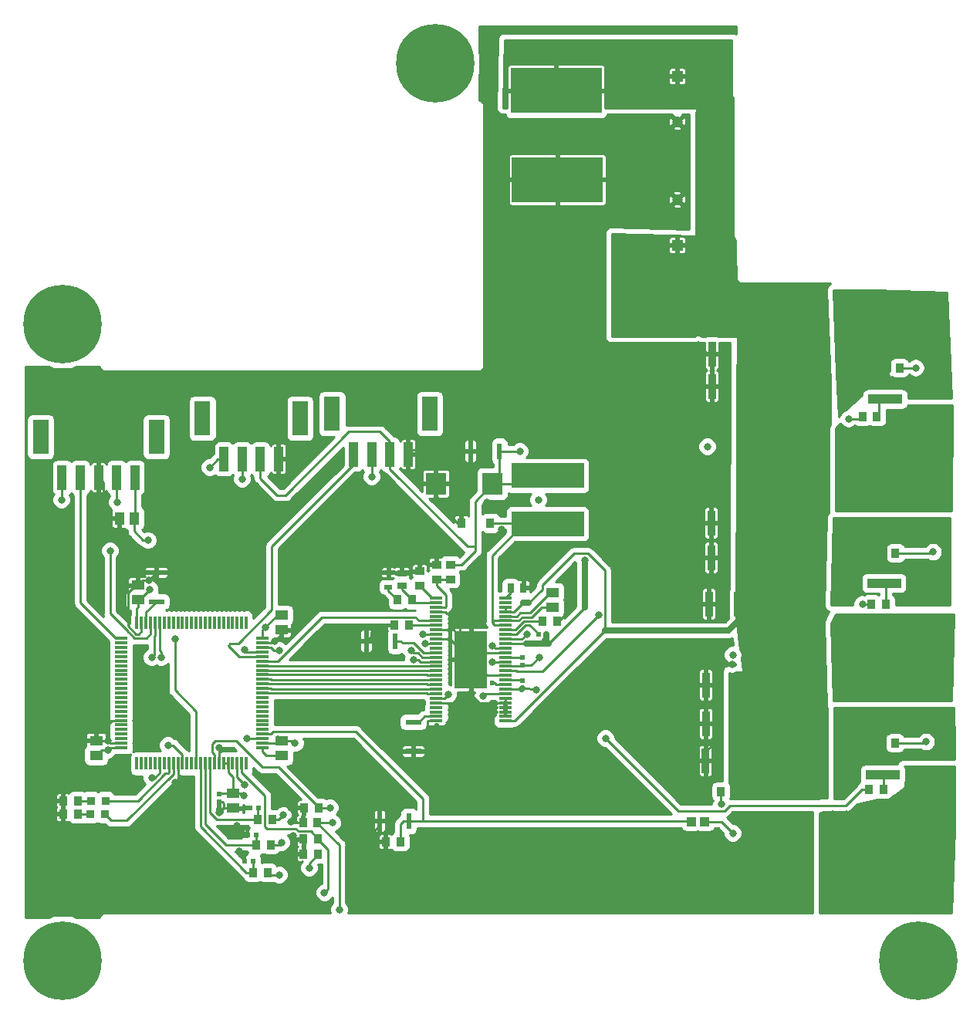
<source format=gbr>
G04 #@! TF.GenerationSoftware,KiCad,Pcbnew,5.0.2+dfsg1-1*
G04 #@! TF.CreationDate,2019-09-10T17:39:56-04:00*
G04 #@! TF.ProjectId,DSC_motor_controller,4453435f-6d6f-4746-9f72-5f636f6e7472,rev?*
G04 #@! TF.SameCoordinates,Original*
G04 #@! TF.FileFunction,Copper,L1,Top*
G04 #@! TF.FilePolarity,Positive*
%FSLAX46Y46*%
G04 Gerber Fmt 4.6, Leading zero omitted, Abs format (unit mm)*
G04 Created by KiCad (PCBNEW 5.0.2+dfsg1-1) date Tue 10 Sep 2019 05:39:56 PM EDT*
%MOMM*%
%LPD*%
G01*
G04 APERTURE LIST*
G04 #@! TA.AperFunction,ComponentPad*
%ADD10C,8.600000*%
G04 #@! TD*
G04 #@! TA.AperFunction,SMDPad,CuDef*
%ADD11R,3.800000X1.050000*%
G04 #@! TD*
G04 #@! TA.AperFunction,SMDPad,CuDef*
%ADD12R,7.900000X10.750000*%
G04 #@! TD*
G04 #@! TA.AperFunction,SMDPad,CuDef*
%ADD13R,1.800000X3.800000*%
G04 #@! TD*
G04 #@! TA.AperFunction,SMDPad,CuDef*
%ADD14R,1.000000X2.700000*%
G04 #@! TD*
G04 #@! TA.AperFunction,SMDPad,CuDef*
%ADD15R,0.810000X2.820000*%
G04 #@! TD*
G04 #@! TA.AperFunction,SMDPad,CuDef*
%ADD16R,0.620000X1.820000*%
G04 #@! TD*
G04 #@! TA.AperFunction,SMDPad,CuDef*
%ADD17R,1.100000X1.470000*%
G04 #@! TD*
G04 #@! TA.AperFunction,SMDPad,CuDef*
%ADD18R,1.470000X1.100000*%
G04 #@! TD*
G04 #@! TA.AperFunction,ComponentPad*
%ADD19C,1.200000*%
G04 #@! TD*
G04 #@! TA.AperFunction,ComponentPad*
%ADD20R,1.200000X1.200000*%
G04 #@! TD*
G04 #@! TA.AperFunction,SMDPad,CuDef*
%ADD21R,10.000000X5.000000*%
G04 #@! TD*
G04 #@! TA.AperFunction,SMDPad,CuDef*
%ADD22R,0.900000X1.000000*%
G04 #@! TD*
G04 #@! TA.AperFunction,SMDPad,CuDef*
%ADD23R,0.600000X0.620000*%
G04 #@! TD*
G04 #@! TA.AperFunction,SMDPad,CuDef*
%ADD24R,0.620000X0.600000*%
G04 #@! TD*
G04 #@! TA.AperFunction,SMDPad,CuDef*
%ADD25R,0.980000X0.780000*%
G04 #@! TD*
G04 #@! TA.AperFunction,SMDPad,CuDef*
%ADD26R,0.780000X0.980000*%
G04 #@! TD*
G04 #@! TA.AperFunction,SMDPad,CuDef*
%ADD27R,0.940000X0.540000*%
G04 #@! TD*
G04 #@! TA.AperFunction,SMDPad,CuDef*
%ADD28R,1.820000X0.620000*%
G04 #@! TD*
G04 #@! TA.AperFunction,SMDPad,CuDef*
%ADD29R,2.300000X2.450000*%
G04 #@! TD*
G04 #@! TA.AperFunction,SMDPad,CuDef*
%ADD30R,1.000000X0.900000*%
G04 #@! TD*
G04 #@! TA.AperFunction,SMDPad,CuDef*
%ADD31R,8.000000X2.700000*%
G04 #@! TD*
G04 #@! TA.AperFunction,SMDPad,CuDef*
%ADD32R,0.920000X1.080000*%
G04 #@! TD*
G04 #@! TA.AperFunction,SMDPad,CuDef*
%ADD33R,1.000000X1.000000*%
G04 #@! TD*
G04 #@! TA.AperFunction,SMDPad,CuDef*
%ADD34R,1.475000X0.300000*%
G04 #@! TD*
G04 #@! TA.AperFunction,SMDPad,CuDef*
%ADD35R,0.300000X1.475000*%
G04 #@! TD*
G04 #@! TA.AperFunction,SMDPad,CuDef*
%ADD36R,3.610000X6.350000*%
G04 #@! TD*
G04 #@! TA.AperFunction,SMDPad,CuDef*
%ADD37R,0.900000X0.950000*%
G04 #@! TD*
G04 #@! TA.AperFunction,ViaPad*
%ADD38C,0.800000*%
G04 #@! TD*
G04 #@! TA.AperFunction,ViaPad*
%ADD39C,1.524000*%
G04 #@! TD*
G04 #@! TA.AperFunction,ViaPad*
%ADD40C,0.600000*%
G04 #@! TD*
G04 #@! TA.AperFunction,Conductor*
%ADD41C,0.250000*%
G04 #@! TD*
G04 #@! TA.AperFunction,Conductor*
%ADD42C,0.635000*%
G04 #@! TD*
G04 #@! TA.AperFunction,Conductor*
%ADD43C,0.254000*%
G04 #@! TD*
G04 APERTURE END LIST*
D10*
G04 #@! TO.P,REF\002A\002A,1*
G04 #@! TO.N,N/C*
X62865000Y-131572000D03*
G04 #@! TD*
G04 #@! TO.P,REF\002A\002A,1*
G04 #@! TO.N,N/C*
X103759000Y-102997000D03*
G04 #@! TD*
G04 #@! TO.P,REF\002A\002A,1*
G04 #@! TO.N,N/C*
X156718000Y-201422000D03*
G04 #@! TD*
G04 #@! TO.P,REF\002A\002A,1*
G04 #@! TO.N,N/C*
X62865000Y-201422000D03*
G04 #@! TD*
D11*
G04 #@! TO.P,Q3,1*
G04 #@! TO.N,Net-(Q3-Pad1)*
X152997000Y-160020000D03*
G04 #@! TO.P,Q3,2*
G04 #@! TO.N,/Motor_Driver/SH_B*
X152997000Y-154940000D03*
D12*
G04 #@! TO.P,Q3,3*
G04 #@! TO.N,SUPPLY*
X142247000Y-157480000D03*
G04 #@! TD*
D13*
G04 #@! TO.P,RECV1,6*
G04 #@! TO.N,N/C*
X103140000Y-141446000D03*
G04 #@! TO.P,RECV1,5*
X92440000Y-141446000D03*
D14*
G04 #@! TO.P,RECV1,4*
G04 #@! TO.N,GND*
X100790000Y-145896000D03*
G04 #@! TO.P,RECV1,3*
G04 #@! TO.N,+5V*
X98790000Y-145896000D03*
G04 #@! TO.P,RECV1,2*
G04 #@! TO.N,/Motor_controller/SDA*
X96790000Y-145896000D03*
G04 #@! TO.P,RECV1,1*
G04 #@! TO.N,/Motor_controller/SCL*
X94790000Y-145896000D03*
G04 #@! TD*
D15*
G04 #@! TO.P,C7,2*
G04 #@! TO.N,GND*
X134036000Y-157226000D03*
G04 #@! TO.P,C7,1*
G04 #@! TO.N,SUPPLY*
X137236000Y-157226000D03*
G04 #@! TD*
D16*
G04 #@! TO.P,C25,2*
G04 #@! TO.N,GND*
X96190000Y-166370000D03*
G04 #@! TO.P,C25,1*
G04 #@! TO.N,Net-(C25-Pad1)*
X99390000Y-166370000D03*
G04 #@! TD*
D17*
G04 #@! TO.P,C46,2*
G04 #@! TO.N,GND*
X69088000Y-152908000D03*
G04 #@! TO.P,C46,1*
G04 #@! TO.N,/Motor_controller/NRST*
X70708000Y-152908000D03*
G04 #@! TD*
D18*
G04 #@! TO.P,C30,2*
G04 #@! TO.N,Net-(C30-Pad2)*
X116586000Y-162656000D03*
G04 #@! TO.P,C30,1*
G04 #@! TO.N,Net-(C30-Pad1)*
X116586000Y-161036000D03*
G04 #@! TD*
G04 #@! TO.P,C45,2*
G04 #@! TO.N,GND*
X66548000Y-177292000D03*
G04 #@! TO.P,C45,1*
G04 #@! TO.N,+3V3*
X66548000Y-178912000D03*
G04 #@! TD*
G04 #@! TO.P,C44,2*
G04 #@! TO.N,GND*
X71120000Y-160226000D03*
G04 #@! TO.P,C44,1*
G04 #@! TO.N,+3V3*
X71120000Y-161846000D03*
G04 #@! TD*
G04 #@! TO.P,C43,2*
G04 #@! TO.N,GND*
X86868000Y-165148000D03*
G04 #@! TO.P,C43,1*
G04 #@! TO.N,+3V3*
X86868000Y-163528000D03*
G04 #@! TD*
G04 #@! TO.P,C42,2*
G04 #@! TO.N,Net-(C42-Pad2)*
X86868000Y-178912000D03*
G04 #@! TO.P,C42,1*
G04 #@! TO.N,+3V3*
X86868000Y-177292000D03*
G04 #@! TD*
G04 #@! TO.P,C41,2*
G04 #@! TO.N,GND*
X81534000Y-184706000D03*
G04 #@! TO.P,C41,1*
G04 #@! TO.N,+3V3*
X81534000Y-183086000D03*
G04 #@! TD*
D12*
G04 #@! TO.P,Q5,3*
G04 #@! TO.N,SUPPLY*
X142113000Y-178498500D03*
D11*
G04 #@! TO.P,Q5,2*
G04 #@! TO.N,/Motor_Driver/SH_C*
X152863000Y-175958500D03*
G04 #@! TO.P,Q5,1*
G04 #@! TO.N,Net-(Q5-Pad1)*
X152863000Y-181038500D03*
G04 #@! TD*
D12*
G04 #@! TO.P,Q1,3*
G04 #@! TO.N,SUPPLY*
X142374000Y-137287000D03*
D11*
G04 #@! TO.P,Q1,2*
G04 #@! TO.N,/Motor_Driver/SH_A*
X153124000Y-134747000D03*
G04 #@! TO.P,Q1,1*
G04 #@! TO.N,Net-(Q1-Pad1)*
X153124000Y-139827000D03*
G04 #@! TD*
D19*
G04 #@! TO.P,C17,2*
G04 #@! TO.N,GND*
X130302000Y-109394000D03*
D20*
G04 #@! TO.P,C17,1*
G04 #@! TO.N,SUPPLY*
X130302000Y-104394000D03*
G04 #@! TD*
D21*
G04 #@! TO.P,P5,1*
G04 #@! TO.N,GND*
X117157500Y-115760500D03*
G04 #@! TD*
D19*
G04 #@! TO.P,C18,2*
G04 #@! TO.N,GND*
X130302000Y-117936000D03*
D20*
G04 #@! TO.P,C18,1*
G04 #@! TO.N,SUPPLY*
X130302000Y-122936000D03*
G04 #@! TD*
D22*
G04 #@! TO.P,R26,2*
G04 #@! TO.N,/Motor_Driver/SH_A*
X153086000Y-136398000D03*
G04 #@! TO.P,R26,1*
G04 #@! TO.N,/Motor_Driver/Volt_A*
X154686000Y-136398000D03*
G04 #@! TD*
G04 #@! TO.P,R25,2*
G04 #@! TO.N,/Motor_Driver/Batt_voltage*
X90932000Y-184658000D03*
G04 #@! TO.P,R25,1*
G04 #@! TO.N,GND*
X89332000Y-184658000D03*
G04 #@! TD*
D21*
G04 #@! TO.P,P1,1*
G04 #@! TO.N,Net-(P1-Pad1)*
X152654000Y-148590000D03*
G04 #@! TD*
D15*
G04 #@! TO.P,C33,2*
G04 #@! TO.N,GND*
X133452000Y-171196000D03*
G04 #@! TO.P,C33,1*
G04 #@! TO.N,SUPPLY*
X136652000Y-171196000D03*
G04 #@! TD*
G04 #@! TO.P,C32,2*
G04 #@! TO.N,GND*
X133782000Y-162306000D03*
G04 #@! TO.P,C32,1*
G04 #@! TO.N,SUPPLY*
X136982000Y-162306000D03*
G04 #@! TD*
G04 #@! TO.P,C9,2*
G04 #@! TO.N,GND*
X133401000Y-179514500D03*
G04 #@! TO.P,C9,1*
G04 #@! TO.N,SUPPLY*
X136601000Y-179514500D03*
G04 #@! TD*
G04 #@! TO.P,C8,2*
G04 #@! TO.N,GND*
X133452000Y-175450500D03*
G04 #@! TO.P,C8,1*
G04 #@! TO.N,SUPPLY*
X136652000Y-175450500D03*
G04 #@! TD*
G04 #@! TO.P,C6,2*
G04 #@! TO.N,GND*
X134036000Y-153416000D03*
G04 #@! TO.P,C6,1*
G04 #@! TO.N,SUPPLY*
X137236000Y-153416000D03*
G04 #@! TD*
G04 #@! TO.P,C5,1*
G04 #@! TO.N,SUPPLY*
X137312000Y-138430000D03*
G04 #@! TO.P,C5,2*
G04 #@! TO.N,GND*
X134112000Y-138430000D03*
G04 #@! TD*
G04 #@! TO.P,C4,1*
G04 #@! TO.N,SUPPLY*
X137312000Y-134874000D03*
G04 #@! TO.P,C4,2*
G04 #@! TO.N,GND*
X134112000Y-134874000D03*
G04 #@! TD*
D23*
G04 #@! TO.P,C29,2*
G04 #@! TO.N,/Motor_Driver/SH_A*
X115982000Y-165608000D03*
G04 #@! TO.P,C29,1*
G04 #@! TO.N,Net-(C29-Pad1)*
X115062000Y-165608000D03*
G04 #@! TD*
D24*
G04 #@! TO.P,C28,2*
G04 #@! TO.N,/Motor_Driver/SH_B*
X113284000Y-169068000D03*
G04 #@! TO.P,C28,1*
G04 #@! TO.N,Net-(C28-Pad1)*
X113284000Y-168148000D03*
G04 #@! TD*
G04 #@! TO.P,C27,2*
G04 #@! TO.N,/Motor_Driver/SH_C*
X113284000Y-171608000D03*
G04 #@! TO.P,C27,1*
G04 #@! TO.N,Net-(C27-Pad1)*
X113284000Y-170688000D03*
G04 #@! TD*
D25*
G04 #@! TO.P,C20,2*
G04 #@! TO.N,GND*
X100076000Y-158939000D03*
G04 #@! TO.P,C20,1*
G04 #@! TO.N,Net-(C20-Pad1)*
X100076000Y-160339000D03*
G04 #@! TD*
D26*
G04 #@! TO.P,C31,2*
G04 #@! TO.N,Net-(C31-Pad2)*
X112014000Y-160528000D03*
G04 #@! TO.P,C31,1*
G04 #@! TO.N,GND*
X113414000Y-160528000D03*
G04 #@! TD*
D27*
G04 #@! TO.P,C19,2*
G04 #@! TO.N,GND*
X98615500Y-158839000D03*
G04 #@! TO.P,C19,1*
G04 #@! TO.N,Net-(C19-Pad1)*
X98615500Y-160439000D03*
G04 #@! TD*
D16*
G04 #@! TO.P,C26,2*
G04 #@! TO.N,GND*
X107620000Y-145542000D03*
G04 #@! TO.P,C26,1*
G04 #@! TO.N,+5V*
X110820000Y-145542000D03*
G04 #@! TD*
D28*
G04 #@! TO.P,C22,2*
G04 #@! TO.N,GND*
X101346000Y-178460000D03*
G04 #@! TO.P,C22,1*
G04 #@! TO.N,Net-(C22-Pad1)*
X101346000Y-175260000D03*
G04 #@! TD*
D29*
G04 #@! TO.P,C34,2*
G04 #@! TO.N,GND*
X103834000Y-149098000D03*
G04 #@! TO.P,C34,1*
G04 #@! TO.N,+5V*
X110034000Y-149098000D03*
G04 #@! TD*
D22*
G04 #@! TO.P,R23,2*
G04 #@! TO.N,/Motor_Driver/Volt_B*
X90906500Y-188087000D03*
G04 #@! TO.P,R23,1*
G04 #@! TO.N,GND*
X89306500Y-188087000D03*
G04 #@! TD*
G04 #@! TO.P,R18,2*
G04 #@! TO.N,Net-(C19-Pad1)*
X99619000Y-161861500D03*
G04 #@! TO.P,R18,1*
G04 #@! TO.N,Net-(C20-Pad1)*
X101219000Y-161861500D03*
G04 #@! TD*
D30*
G04 #@! TO.P,R17,2*
G04 #@! TO.N,Net-(DRV1-Pad3)*
X105410000Y-159588000D03*
G04 #@! TO.P,R17,1*
G04 #@! TO.N,+5V*
X105410000Y-157988000D03*
G04 #@! TD*
G04 #@! TO.P,R16,2*
G04 #@! TO.N,GND*
X103886000Y-157988000D03*
G04 #@! TO.P,R16,1*
G04 #@! TO.N,Net-(DRV1-Pad3)*
X103886000Y-159588000D03*
G04 #@! TD*
D22*
G04 #@! TO.P,R20,2*
G04 #@! TO.N,GND*
X117094000Y-164211000D03*
G04 #@! TO.P,R20,1*
G04 #@! TO.N,Net-(DRV1-Pad49)*
X115494000Y-164211000D03*
G04 #@! TD*
G04 #@! TO.P,R21,2*
G04 #@! TO.N,GND*
X99276000Y-164592000D03*
G04 #@! TO.P,R21,1*
G04 #@! TO.N,Net-(DRV1-Pad7)*
X100876000Y-164592000D03*
G04 #@! TD*
G04 #@! TO.P,R22,2*
G04 #@! TO.N,/Motor_Driver/Volt_A*
X90843000Y-186309000D03*
G04 #@! TO.P,R22,1*
G04 #@! TO.N,GND*
X89243000Y-186309000D03*
G04 #@! TD*
D30*
G04 #@! TO.P,R19,2*
G04 #@! TO.N,GND*
X102044500Y-158712000D03*
G04 #@! TO.P,R19,1*
G04 #@! TO.N,Net-(DRV1-Pad1)*
X102044500Y-160312000D03*
G04 #@! TD*
D22*
G04 #@! TO.P,R27,2*
G04 #@! TO.N,/Motor_Driver/SH_B*
X152654000Y-156718000D03*
G04 #@! TO.P,R27,1*
G04 #@! TO.N,/Motor_Driver/Volt_B*
X154254000Y-156718000D03*
G04 #@! TD*
G04 #@! TO.P,R28,2*
G04 #@! TO.N,/Motor_Driver/SH_C*
X152616000Y-177546000D03*
G04 #@! TO.P,R28,1*
G04 #@! TO.N,/Motor_Driver/Volt_C*
X154216000Y-177546000D03*
G04 #@! TD*
G04 #@! TO.P,R29,2*
G04 #@! TO.N,SUPPLY*
X136690000Y-182880000D03*
G04 #@! TO.P,R29,1*
G04 #@! TO.N,/Motor_Driver/Batt_voltage*
X135090000Y-182880000D03*
G04 #@! TD*
G04 #@! TO.P,R24,2*
G04 #@! TO.N,/Motor_Driver/Volt_C*
X90906500Y-189738000D03*
G04 #@! TO.P,R24,1*
G04 #@! TO.N,GND*
X89306500Y-189738000D03*
G04 #@! TD*
D31*
G04 #@! TO.P,L1,2*
G04 #@! TO.N,+5V*
X116078000Y-148226000D03*
G04 #@! TO.P,L1,1*
G04 #@! TO.N,Net-(C30-Pad2)*
X116078000Y-153526000D03*
G04 #@! TD*
D32*
G04 #@! TO.P,D1,2*
G04 #@! TO.N,GND*
X106604000Y-153416000D03*
G04 #@! TO.P,D1,1*
G04 #@! TO.N,Net-(C30-Pad2)*
X109804000Y-153416000D03*
G04 #@! TD*
D24*
G04 #@! TO.P,C35,2*
G04 #@! TO.N,GND*
X80010000Y-184054000D03*
G04 #@! TO.P,C35,1*
G04 #@! TO.N,+3V3*
X80010000Y-183134000D03*
G04 #@! TD*
D23*
G04 #@! TO.P,C12,2*
G04 #@! TO.N,GND*
X83408000Y-184658000D03*
G04 #@! TO.P,C12,1*
G04 #@! TO.N,/Motor_controller/Curr_C*
X84328000Y-184658000D03*
G04 #@! TD*
G04 #@! TO.P,C11,2*
G04 #@! TO.N,GND*
X83169500Y-187655200D03*
G04 #@! TO.P,C11,1*
G04 #@! TO.N,/Motor_controller/Curr_B*
X84089500Y-187655200D03*
G04 #@! TD*
G04 #@! TO.P,C10,2*
G04 #@! TO.N,GND*
X82852000Y-190500000D03*
G04 #@! TO.P,C10,1*
G04 #@! TO.N,/Motor_controller/Curr_A*
X83772000Y-190500000D03*
G04 #@! TD*
D13*
G04 #@! TO.P,SWD1,7*
G04 #@! TO.N,N/C*
X73152000Y-143980000D03*
G04 #@! TO.P,SWD1,6*
X60452000Y-143980000D03*
D14*
G04 #@! TO.P,SWD1,5*
G04 #@! TO.N,/Motor_controller/NRST*
X70802000Y-148430000D03*
G04 #@! TO.P,SWD1,4*
G04 #@! TO.N,/Motor_controller/SWDIO*
X68802000Y-148430000D03*
G04 #@! TO.P,SWD1,3*
G04 #@! TO.N,GND*
X66802000Y-148430000D03*
G04 #@! TO.P,SWD1,2*
G04 #@! TO.N,/Motor_controller/SWCLK*
X64802000Y-148430000D03*
G04 #@! TO.P,SWD1,1*
G04 #@! TO.N,+3V3*
X62802000Y-148430000D03*
G04 #@! TD*
D33*
G04 #@! TO.P,RTEMP1,2*
G04 #@! TO.N,/Motor_controller/Temp_sense*
X131826000Y-186182000D03*
G04 #@! TO.P,RTEMP1,1*
G04 #@! TO.N,+3V3*
X133326000Y-186182000D03*
G04 #@! TD*
D22*
G04 #@! TO.P,R15,2*
G04 #@! TO.N,GND*
X98323500Y-188404500D03*
G04 #@! TO.P,R15,1*
G04 #@! TO.N,/Motor_controller/Temp_sense*
X99923500Y-188404500D03*
G04 #@! TD*
G04 #@! TO.P,R14,2*
G04 #@! TO.N,/Motor_controller/Curr_C*
X84252000Y-185928000D03*
G04 #@! TO.P,R14,1*
G04 #@! TO.N,/Power/C_C*
X85852000Y-185928000D03*
G04 #@! TD*
G04 #@! TO.P,R13,2*
G04 #@! TO.N,/Motor_controller/Curr_B*
X84099500Y-188722000D03*
G04 #@! TO.P,R13,1*
G04 #@! TO.N,/Power/C_B*
X85699500Y-188722000D03*
G04 #@! TD*
G04 #@! TO.P,R12,2*
G04 #@! TO.N,/Motor_controller/Curr_A*
X83744000Y-191770000D03*
G04 #@! TO.P,R12,1*
G04 #@! TO.N,/Power/C_A*
X85344000Y-191770000D03*
G04 #@! TD*
G04 #@! TO.P,R7,1*
G04 #@! TO.N,/Motor_Driver/GH_C*
X151308000Y-182626000D03*
G04 #@! TO.P,R7,2*
G04 #@! TO.N,Net-(Q5-Pad1)*
X152908000Y-182626000D03*
G04 #@! TD*
G04 #@! TO.P,R5,2*
G04 #@! TO.N,Net-(Q3-Pad1)*
X153200000Y-162306000D03*
G04 #@! TO.P,R5,1*
G04 #@! TO.N,/Motor_Driver/GH_B*
X151600000Y-162306000D03*
G04 #@! TD*
G04 #@! TO.P,R3,2*
G04 #@! TO.N,Net-(Q1-Pad1)*
X152222000Y-141732000D03*
G04 #@! TO.P,R3,1*
G04 #@! TO.N,/Motor_Driver/GH_A*
X150622000Y-141732000D03*
G04 #@! TD*
G04 #@! TO.P,R2,2*
G04 #@! TO.N,Net-(D3-Pad1)*
X64516000Y-185359108D03*
G04 #@! TO.P,R2,1*
G04 #@! TO.N,GND*
X62916000Y-185359108D03*
G04 #@! TD*
G04 #@! TO.P,R1,2*
G04 #@! TO.N,Net-(D2-Pad1)*
X64516000Y-183896000D03*
G04 #@! TO.P,R1,1*
G04 #@! TO.N,GND*
X62916000Y-183896000D03*
G04 #@! TD*
D21*
G04 #@! TO.P,P4,1*
G04 #@! TO.N,SUPPLY*
X117030500Y-105981500D03*
G04 #@! TD*
G04 #@! TO.P,P3,1*
G04 #@! TO.N,Net-(P3-Pad1)*
X151701500Y-189611000D03*
G04 #@! TD*
G04 #@! TO.P,P2,1*
G04 #@! TO.N,Net-(P2-Pad1)*
X152400000Y-169164000D03*
G04 #@! TD*
D34*
G04 #@! TO.P,DSC1,100*
G04 #@! TO.N,+3V3*
X69287500Y-178085000D03*
G04 #@! TO.P,DSC1,99*
G04 #@! TO.N,GND*
X69287500Y-177585000D03*
G04 #@! TO.P,DSC1,98*
G04 #@! TO.N,Net-(DSC1-Pad98)*
X69287500Y-177085000D03*
G04 #@! TO.P,DSC1,97*
G04 #@! TO.N,Net-(DSC1-Pad97)*
X69287500Y-176585000D03*
G04 #@! TO.P,DSC1,96*
G04 #@! TO.N,Net-(DSC1-Pad96)*
X69287500Y-176085000D03*
G04 #@! TO.P,DSC1,95*
G04 #@! TO.N,Net-(DSC1-Pad95)*
X69287500Y-175585000D03*
G04 #@! TO.P,DSC1,94*
G04 #@! TO.N,GND*
X69287500Y-175085000D03*
G04 #@! TO.P,DSC1,93*
G04 #@! TO.N,Net-(DSC1-Pad93)*
X69287500Y-174585000D03*
G04 #@! TO.P,DSC1,92*
G04 #@! TO.N,Net-(DSC1-Pad92)*
X69287500Y-174085000D03*
G04 #@! TO.P,DSC1,91*
G04 #@! TO.N,Net-(DSC1-Pad91)*
X69287500Y-173585000D03*
G04 #@! TO.P,DSC1,90*
G04 #@! TO.N,Net-(DSC1-Pad90)*
X69287500Y-173085000D03*
G04 #@! TO.P,DSC1,89*
G04 #@! TO.N,Net-(DSC1-Pad89)*
X69287500Y-172585000D03*
G04 #@! TO.P,DSC1,88*
G04 #@! TO.N,Net-(DSC1-Pad88)*
X69287500Y-172085000D03*
G04 #@! TO.P,DSC1,87*
G04 #@! TO.N,Net-(DSC1-Pad87)*
X69287500Y-171585000D03*
G04 #@! TO.P,DSC1,86*
G04 #@! TO.N,Net-(DSC1-Pad86)*
X69287500Y-171085000D03*
G04 #@! TO.P,DSC1,85*
G04 #@! TO.N,Net-(DSC1-Pad85)*
X69287500Y-170585000D03*
G04 #@! TO.P,DSC1,84*
G04 #@! TO.N,Net-(DSC1-Pad84)*
X69287500Y-170085000D03*
G04 #@! TO.P,DSC1,83*
G04 #@! TO.N,Net-(DSC1-Pad83)*
X69287500Y-169585000D03*
G04 #@! TO.P,DSC1,82*
G04 #@! TO.N,Net-(DSC1-Pad82)*
X69287500Y-169085000D03*
G04 #@! TO.P,DSC1,81*
G04 #@! TO.N,Net-(DSC1-Pad81)*
X69287500Y-168585000D03*
G04 #@! TO.P,DSC1,80*
G04 #@! TO.N,Net-(DSC1-Pad80)*
X69287500Y-168085000D03*
G04 #@! TO.P,DSC1,79*
G04 #@! TO.N,Net-(DSC1-Pad79)*
X69287500Y-167585000D03*
G04 #@! TO.P,DSC1,78*
G04 #@! TO.N,Net-(DSC1-Pad78)*
X69287500Y-167085000D03*
G04 #@! TO.P,DSC1,77*
G04 #@! TO.N,Net-(DSC1-Pad77)*
X69287500Y-166585000D03*
G04 #@! TO.P,DSC1,76*
G04 #@! TO.N,/Motor_controller/SWCLK*
X69287500Y-166085000D03*
D35*
G04 #@! TO.P,DSC1,75*
G04 #@! TO.N,+3V3*
X71025500Y-164347000D03*
G04 #@! TO.P,DSC1,74*
G04 #@! TO.N,GND*
X71525500Y-164347000D03*
G04 #@! TO.P,DSC1,73*
G04 #@! TO.N,Net-(C37-Pad1)*
X72025500Y-164347000D03*
G04 #@! TO.P,DSC1,72*
G04 #@! TO.N,/Motor_controller/SWDIO*
X72525500Y-164347000D03*
G04 #@! TO.P,DSC1,71*
G04 #@! TO.N,/CAN/CAN_TX*
X73025500Y-164347000D03*
G04 #@! TO.P,DSC1,70*
G04 #@! TO.N,/CAN/CAN_RX*
X73525500Y-164347000D03*
G04 #@! TO.P,DSC1,69*
G04 #@! TO.N,Net-(DSC1-Pad69)*
X74025500Y-164347000D03*
G04 #@! TO.P,DSC1,68*
G04 #@! TO.N,Net-(DSC1-Pad68)*
X74525500Y-164347000D03*
G04 #@! TO.P,DSC1,67*
G04 #@! TO.N,Net-(DSC1-Pad67)*
X75025500Y-164347000D03*
G04 #@! TO.P,DSC1,66*
G04 #@! TO.N,Net-(DSC1-Pad66)*
X75525500Y-164347000D03*
G04 #@! TO.P,DSC1,65*
G04 #@! TO.N,Net-(DSC1-Pad65)*
X76025500Y-164347000D03*
G04 #@! TO.P,DSC1,64*
G04 #@! TO.N,Net-(DSC1-Pad64)*
X76525500Y-164347000D03*
G04 #@! TO.P,DSC1,63*
G04 #@! TO.N,Net-(DSC1-Pad63)*
X77025500Y-164347000D03*
G04 #@! TO.P,DSC1,62*
G04 #@! TO.N,Net-(DSC1-Pad62)*
X77525500Y-164347000D03*
G04 #@! TO.P,DSC1,61*
G04 #@! TO.N,Net-(DSC1-Pad61)*
X78025500Y-164347000D03*
G04 #@! TO.P,DSC1,60*
G04 #@! TO.N,Net-(DSC1-Pad60)*
X78525500Y-164347000D03*
G04 #@! TO.P,DSC1,59*
G04 #@! TO.N,Net-(DSC1-Pad59)*
X79025500Y-164347000D03*
G04 #@! TO.P,DSC1,58*
G04 #@! TO.N,Net-(DSC1-Pad58)*
X79525500Y-164347000D03*
G04 #@! TO.P,DSC1,57*
G04 #@! TO.N,Net-(DSC1-Pad57)*
X80025500Y-164347000D03*
G04 #@! TO.P,DSC1,56*
G04 #@! TO.N,Net-(DSC1-Pad56)*
X80525500Y-164347000D03*
G04 #@! TO.P,DSC1,55*
G04 #@! TO.N,Net-(DSC1-Pad55)*
X81025500Y-164347000D03*
G04 #@! TO.P,DSC1,54*
G04 #@! TO.N,Net-(DSC1-Pad54)*
X81525500Y-164347000D03*
G04 #@! TO.P,DSC1,53*
G04 #@! TO.N,Net-(DSC1-Pad53)*
X82025500Y-164347000D03*
G04 #@! TO.P,DSC1,52*
G04 #@! TO.N,Net-(DSC1-Pad52)*
X82525500Y-164347000D03*
G04 #@! TO.P,DSC1,51*
G04 #@! TO.N,Net-(DSC1-Pad51)*
X83025500Y-164347000D03*
D34*
G04 #@! TO.P,DSC1,50*
G04 #@! TO.N,+3V3*
X84763500Y-166085000D03*
G04 #@! TO.P,DSC1,49*
G04 #@! TO.N,GND*
X84763500Y-166585000D03*
G04 #@! TO.P,DSC1,48*
G04 #@! TO.N,Net-(C36-Pad1)*
X84763500Y-167085000D03*
G04 #@! TO.P,DSC1,47*
G04 #@! TO.N,/Motor_controller/SDA*
X84763500Y-167585000D03*
G04 #@! TO.P,DSC1,46*
G04 #@! TO.N,/Motor_controller/SCL*
X84763500Y-168085000D03*
G04 #@! TO.P,DSC1,45*
G04 #@! TO.N,/Motor_Driver/FAULT*
X84763500Y-168585000D03*
G04 #@! TO.P,DSC1,44*
G04 #@! TO.N,/Motor_Driver/EN_GATE*
X84763500Y-169085000D03*
G04 #@! TO.P,DSC1,43*
G04 #@! TO.N,/Motor_Driver/PWM_A_H*
X84763500Y-169585000D03*
G04 #@! TO.P,DSC1,42*
G04 #@! TO.N,/Motor_Driver/PWM_A_L*
X84763500Y-170085000D03*
G04 #@! TO.P,DSC1,41*
G04 #@! TO.N,/Motor_Driver/PWM_B_H*
X84763500Y-170585000D03*
G04 #@! TO.P,DSC1,40*
G04 #@! TO.N,/Motor_Driver/PWM_B_L*
X84763500Y-171085000D03*
G04 #@! TO.P,DSC1,39*
G04 #@! TO.N,/Motor_Driver/PWM_C_H*
X84763500Y-171585000D03*
G04 #@! TO.P,DSC1,38*
G04 #@! TO.N,/Motor_Driver/PWM_C_L*
X84763500Y-172085000D03*
G04 #@! TO.P,DSC1,37*
G04 #@! TO.N,Net-(DSC1-Pad37)*
X84763500Y-172585000D03*
G04 #@! TO.P,DSC1,36*
G04 #@! TO.N,Net-(DSC1-Pad36)*
X84763500Y-173085000D03*
G04 #@! TO.P,DSC1,35*
G04 #@! TO.N,Net-(DSC1-Pad35)*
X84763500Y-173585000D03*
G04 #@! TO.P,DSC1,34*
G04 #@! TO.N,Net-(DSC1-Pad34)*
X84763500Y-174085000D03*
G04 #@! TO.P,DSC1,33*
G04 #@! TO.N,Net-(DSC1-Pad33)*
X84763500Y-174585000D03*
G04 #@! TO.P,DSC1,32*
G04 #@! TO.N,Net-(DSC1-Pad32)*
X84763500Y-175085000D03*
G04 #@! TO.P,DSC1,31*
G04 #@! TO.N,Net-(DSC1-Pad31)*
X84763500Y-175585000D03*
G04 #@! TO.P,DSC1,30*
G04 #@! TO.N,Net-(DSC1-Pad30)*
X84763500Y-176085000D03*
G04 #@! TO.P,DSC1,29*
G04 #@! TO.N,/Motor_controller/Temp_sense*
X84763500Y-176585000D03*
G04 #@! TO.P,DSC1,28*
G04 #@! TO.N,/Motor_Driver/Volt_C*
X84763500Y-177085000D03*
G04 #@! TO.P,DSC1,27*
G04 #@! TO.N,+3V3*
X84763500Y-177585000D03*
G04 #@! TO.P,DSC1,26*
G04 #@! TO.N,Net-(C42-Pad2)*
X84763500Y-178085000D03*
D35*
G04 #@! TO.P,DSC1,25*
G04 #@! TO.N,Net-(DSC1-Pad25)*
X83025500Y-179823000D03*
G04 #@! TO.P,DSC1,24*
G04 #@! TO.N,/Motor_Driver/Volt_B*
X82525500Y-179823000D03*
G04 #@! TO.P,DSC1,23*
G04 #@! TO.N,/Motor_Driver/Volt_A*
X82025500Y-179823000D03*
G04 #@! TO.P,DSC1,22*
G04 #@! TO.N,Net-(DSC1-Pad22)*
X81525500Y-179823000D03*
G04 #@! TO.P,DSC1,21*
G04 #@! TO.N,+3V3*
X81025500Y-179823000D03*
G04 #@! TO.P,DSC1,20*
X80525500Y-179823000D03*
G04 #@! TO.P,DSC1,19*
G04 #@! TO.N,GND*
X80025500Y-179823000D03*
G04 #@! TO.P,DSC1,18*
G04 #@! TO.N,/Motor_Driver/Batt_voltage*
X79525500Y-179823000D03*
G04 #@! TO.P,DSC1,17*
G04 #@! TO.N,/Motor_controller/Curr_C*
X79025500Y-179823000D03*
G04 #@! TO.P,DSC1,16*
G04 #@! TO.N,/Motor_controller/Curr_B*
X78525500Y-179823000D03*
G04 #@! TO.P,DSC1,15*
G04 #@! TO.N,/Motor_controller/Curr_A*
X78025500Y-179823000D03*
G04 #@! TO.P,DSC1,14*
G04 #@! TO.N,/Motor_controller/NRST*
X77525500Y-179823000D03*
G04 #@! TO.P,DSC1,13*
G04 #@! TO.N,Net-(DSC1-Pad13)*
X77025500Y-179823000D03*
G04 #@! TO.P,DSC1,12*
G04 #@! TO.N,Net-(DSC1-Pad12)*
X76525500Y-179823000D03*
G04 #@! TO.P,DSC1,11*
G04 #@! TO.N,+3V3*
X76025500Y-179823000D03*
G04 #@! TO.P,DSC1,10*
G04 #@! TO.N,GND*
X75525500Y-179823000D03*
G04 #@! TO.P,DSC1,9*
G04 #@! TO.N,/Motor_controller/LED_Red*
X75025500Y-179823000D03*
G04 #@! TO.P,DSC1,8*
G04 #@! TO.N,/Motor_controller/LED_Green*
X74525500Y-179823000D03*
G04 #@! TO.P,DSC1,7*
G04 #@! TO.N,Net-(DSC1-Pad7)*
X74025500Y-179823000D03*
G04 #@! TO.P,DSC1,6*
G04 #@! TO.N,+3V3*
X73525500Y-179823000D03*
G04 #@! TO.P,DSC1,5*
G04 #@! TO.N,Net-(DSC1-Pad5)*
X73025500Y-179823000D03*
G04 #@! TO.P,DSC1,4*
G04 #@! TO.N,Net-(DSC1-Pad4)*
X72525500Y-179823000D03*
G04 #@! TO.P,DSC1,3*
G04 #@! TO.N,Net-(DSC1-Pad3)*
X72025500Y-179823000D03*
G04 #@! TO.P,DSC1,2*
G04 #@! TO.N,Net-(DSC1-Pad2)*
X71525500Y-179823000D03*
G04 #@! TO.P,DSC1,1*
G04 #@! TO.N,Net-(DSC1-Pad1)*
X71025500Y-179823000D03*
G04 #@! TD*
D36*
G04 #@! TO.P,DRV1,57*
G04 #@! TO.N,GND*
X107652327Y-168402000D03*
D34*
G04 #@! TO.P,DRV1,56*
G04 #@! TO.N,Net-(C31-Pad2)*
X111440327Y-161652000D03*
G04 #@! TO.P,DRV1,55*
G04 #@! TO.N,Net-(DRV1-Pad55)*
X111440327Y-162152000D03*
G04 #@! TO.P,DRV1,54*
G04 #@! TO.N,SUPPLY*
X111440327Y-162652000D03*
G04 #@! TO.P,DRV1,53*
X111440327Y-163152000D03*
G04 #@! TO.P,DRV1,52*
G04 #@! TO.N,Net-(C30-Pad1)*
X111440327Y-163652000D03*
G04 #@! TO.P,DRV1,51*
G04 #@! TO.N,Net-(C30-Pad2)*
X111440327Y-164152000D03*
G04 #@! TO.P,DRV1,50*
X111440327Y-164652000D03*
G04 #@! TO.P,DRV1,49*
G04 #@! TO.N,Net-(DRV1-Pad49)*
X111440327Y-165152000D03*
G04 #@! TO.P,DRV1,48*
G04 #@! TO.N,Net-(C29-Pad1)*
X111440327Y-165652000D03*
G04 #@! TO.P,DRV1,47*
G04 #@! TO.N,/Motor_Driver/GH_A*
X111440327Y-166152000D03*
G04 #@! TO.P,DRV1,46*
G04 #@! TO.N,/Motor_Driver/SH_A*
X111440327Y-166652000D03*
G04 #@! TO.P,DRV1,45*
G04 #@! TO.N,/Motor_Driver/GL_A*
X111440327Y-167152000D03*
G04 #@! TO.P,DRV1,44*
G04 #@! TO.N,GND*
X111440327Y-167652000D03*
G04 #@! TO.P,DRV1,43*
G04 #@! TO.N,Net-(C28-Pad1)*
X111440327Y-168152000D03*
G04 #@! TO.P,DRV1,42*
G04 #@! TO.N,/Motor_Driver/GH_B*
X111440327Y-168652000D03*
G04 #@! TO.P,DRV1,41*
G04 #@! TO.N,/Motor_Driver/SH_B*
X111440327Y-169152000D03*
G04 #@! TO.P,DRV1,40*
G04 #@! TO.N,/Motor_Driver/GL_B*
X111440327Y-169652000D03*
G04 #@! TO.P,DRV1,39*
G04 #@! TO.N,GND*
X111440327Y-170152000D03*
G04 #@! TO.P,DRV1,38*
G04 #@! TO.N,Net-(C27-Pad1)*
X111440327Y-170652000D03*
G04 #@! TO.P,DRV1,37*
G04 #@! TO.N,/Motor_Driver/GH_C*
X111440327Y-171152000D03*
G04 #@! TO.P,DRV1,36*
G04 #@! TO.N,/Motor_Driver/SH_C*
X111440327Y-171652000D03*
G04 #@! TO.P,DRV1,35*
G04 #@! TO.N,/Motor_Driver/GL_C*
X111440327Y-172152000D03*
G04 #@! TO.P,DRV1,34*
G04 #@! TO.N,GND*
X111440327Y-172652000D03*
G04 #@! TO.P,DRV1,33*
X111440327Y-173152000D03*
G04 #@! TO.P,DRV1,32*
X111440327Y-173652000D03*
G04 #@! TO.P,DRV1,31*
X111440327Y-174152000D03*
G04 #@! TO.P,DRV1,30*
X111440327Y-174652000D03*
G04 #@! TO.P,DRV1,29*
G04 #@! TO.N,SUPPLY*
X111440327Y-175152000D03*
G04 #@! TO.P,DRV1,28*
G04 #@! TO.N,GND*
X103864327Y-175152000D03*
G04 #@! TO.P,DRV1,27*
G04 #@! TO.N,Net-(C22-Pad1)*
X103864327Y-174652000D03*
G04 #@! TO.P,DRV1,26*
G04 #@! TO.N,Net-(DRV1-Pad26)*
X103864327Y-174152000D03*
G04 #@! TO.P,DRV1,25*
G04 #@! TO.N,Net-(DRV1-Pad25)*
X103864327Y-173652000D03*
G04 #@! TO.P,DRV1,24*
G04 #@! TO.N,GND*
X103864327Y-173152000D03*
G04 #@! TO.P,DRV1,23*
G04 #@! TO.N,Net-(C23-Pad1)*
X103864327Y-172652000D03*
G04 #@! TO.P,DRV1,22*
G04 #@! TO.N,/Motor_Driver/PWM_C_L*
X103864327Y-172152000D03*
G04 #@! TO.P,DRV1,21*
G04 #@! TO.N,/Motor_Driver/PWM_C_H*
X103864327Y-171652000D03*
G04 #@! TO.P,DRV1,20*
G04 #@! TO.N,/Motor_Driver/PWM_B_L*
X103864327Y-171152000D03*
G04 #@! TO.P,DRV1,19*
G04 #@! TO.N,/Motor_Driver/PWM_B_H*
X103864327Y-170652000D03*
G04 #@! TO.P,DRV1,18*
G04 #@! TO.N,/Motor_Driver/PWM_A_L*
X103864327Y-170152000D03*
G04 #@! TO.P,DRV1,17*
G04 #@! TO.N,/Motor_Driver/PWM_A_H*
X103864327Y-169652000D03*
G04 #@! TO.P,DRV1,16*
G04 #@! TO.N,/Motor_Driver/EN_GATE*
X103864327Y-169152000D03*
G04 #@! TO.P,DRV1,15*
G04 #@! TO.N,Net-(C21-Pad2)*
X103864327Y-168652000D03*
G04 #@! TO.P,DRV1,14*
G04 #@! TO.N,Net-(C21-Pad1)*
X103864327Y-168152000D03*
G04 #@! TO.P,DRV1,13*
G04 #@! TO.N,Net-(C25-Pad1)*
X103864327Y-167652000D03*
G04 #@! TO.P,DRV1,12*
G04 #@! TO.N,Net-(DRV1-Pad12)*
X103864327Y-167152000D03*
G04 #@! TO.P,DRV1,11*
G04 #@! TO.N,Net-(C24-Pad1)*
X103864327Y-166652000D03*
G04 #@! TO.P,DRV1,10*
G04 #@! TO.N,GND*
X103864327Y-166152000D03*
G04 #@! TO.P,DRV1,9*
G04 #@! TO.N,+3V3*
X103864327Y-165652000D03*
G04 #@! TO.P,DRV1,8*
G04 #@! TO.N,GND*
X103864327Y-165152000D03*
G04 #@! TO.P,DRV1,7*
G04 #@! TO.N,Net-(DRV1-Pad7)*
X103864327Y-164652000D03*
G04 #@! TO.P,DRV1,6*
G04 #@! TO.N,/Motor_Driver/FAULT*
X103864327Y-164152000D03*
G04 #@! TO.P,DRV1,5*
G04 #@! TO.N,Net-(DRV1-Pad5)*
X103864327Y-163652000D03*
G04 #@! TO.P,DRV1,4*
G04 #@! TO.N,GND*
X103864327Y-163152000D03*
G04 #@! TO.P,DRV1,3*
G04 #@! TO.N,Net-(DRV1-Pad3)*
X103864327Y-162652000D03*
G04 #@! TO.P,DRV1,2*
G04 #@! TO.N,Net-(C20-Pad1)*
X103864327Y-162152000D03*
G04 #@! TO.P,DRV1,1*
G04 #@! TO.N,Net-(DRV1-Pad1)*
X103864327Y-161652000D03*
G04 #@! TD*
D37*
G04 #@! TO.P,D3,2*
G04 #@! TO.N,/Motor_controller/LED_Red*
X67523497Y-185359108D03*
G04 #@! TO.P,D3,1*
G04 #@! TO.N,Net-(D3-Pad1)*
X65923497Y-185359108D03*
G04 #@! TD*
G04 #@! TO.P,D2,2*
G04 #@! TO.N,/Motor_controller/LED_Green*
X67564000Y-183896000D03*
G04 #@! TO.P,D2,1*
G04 #@! TO.N,Net-(D2-Pad1)*
X65964000Y-183896000D03*
G04 #@! TD*
D28*
G04 #@! TO.P,C37,2*
G04 #@! TO.N,GND*
X73152000Y-158852000D03*
G04 #@! TO.P,C37,1*
G04 #@! TO.N,Net-(C37-Pad1)*
X73152000Y-162052000D03*
G04 #@! TD*
D16*
G04 #@! TO.P,C16,2*
G04 #@! TO.N,GND*
X97650500Y-186118500D03*
G04 #@! TO.P,C16,1*
G04 #@! TO.N,/Motor_controller/Temp_sense*
X100850500Y-186118500D03*
G04 #@! TD*
D13*
G04 #@! TO.P,BUSCNT1,6*
G04 #@! TO.N,N/C*
X88916000Y-141954000D03*
G04 #@! TO.P,BUSCNT1,5*
X78216000Y-141954000D03*
D14*
G04 #@! TO.P,BUSCNT1,4*
G04 #@! TO.N,GND*
X86566000Y-146404000D03*
G04 #@! TO.P,BUSCNT1,3*
G04 #@! TO.N,+5V*
X84566000Y-146404000D03*
G04 #@! TO.P,BUSCNT1,2*
G04 #@! TO.N,/CAN/CAN_LO*
X82566000Y-146404000D03*
G04 #@! TO.P,BUSCNT1,1*
G04 #@! TO.N,/CAN/CAN_HI*
X80566000Y-146404000D03*
G04 #@! TD*
D38*
G04 #@! TO.N,GND*
X86106000Y-166370000D03*
X72335779Y-159706769D03*
X67310000Y-153162000D03*
X75184000Y-181864000D03*
X67818000Y-177307997D03*
X98044000Y-177292000D03*
X106426000Y-170688000D03*
X106680000Y-169672000D03*
X108458000Y-170688000D03*
X134620000Y-177292000D03*
X86868000Y-148844000D03*
X130556000Y-157226000D03*
X132588000Y-162814000D03*
X135128000Y-148495009D03*
X102616000Y-157480000D03*
X107652327Y-170561000D03*
X118618000Y-162877500D03*
X110998000Y-154141000D03*
X109441429Y-151144431D03*
X102108000Y-145796000D03*
X104648000Y-146304000D03*
X104902000Y-152146000D03*
X96774000Y-164846000D03*
X136324918Y-168910000D03*
X132588000Y-138176000D03*
X132588000Y-133858000D03*
X87884000Y-184658000D03*
X88138000Y-187706000D03*
X87630000Y-190500000D03*
X80010000Y-178054000D03*
X74930000Y-176530000D03*
X87884000Y-186182000D03*
X82016600Y-186653000D03*
X134806815Y-188687185D03*
X131826000Y-171196000D03*
X82217069Y-189447010D03*
X80014653Y-185161347D03*
X73406000Y-186436004D03*
X61468000Y-184658000D03*
X113538000Y-158496016D03*
X96520000Y-187706000D03*
G04 #@! TO.N,+5V*
X113030000Y-145542000D03*
G04 #@! TO.N,/CAN/CAN_LO*
X82550000Y-148590000D03*
G04 #@! TO.N,/CAN/CAN_HI*
X78994000Y-147320000D03*
G04 #@! TO.N,+3V3*
X72644000Y-181356000D03*
X72457565Y-160699328D03*
X62738000Y-150876000D03*
X67818000Y-178308000D03*
X102362000Y-165608000D03*
X115062000Y-150876000D03*
X88387347Y-177550653D03*
X133604000Y-145034000D03*
X85090000Y-164846000D03*
X136398000Y-167894000D03*
X74422002Y-177800020D03*
X136398000Y-187451990D03*
X82731590Y-183324910D03*
G04 #@! TO.N,Net-(C21-Pad2)*
X101346000Y-168427000D03*
G04 #@! TO.N,Net-(C21-Pad1)*
X101092000Y-167386000D03*
G04 #@! TO.N,Net-(C23-Pad1)*
X105201829Y-172212000D03*
D39*
G04 #@! TO.N,/Motor_Driver/SH_C*
X148717000Y-175006000D03*
X153797000Y-174625000D03*
X150114000Y-179070000D03*
X152019000Y-174498000D03*
X150241000Y-174625000D03*
X155194000Y-175514000D03*
X149987000Y-176657000D03*
X151257000Y-177927000D03*
X148463000Y-182372000D03*
X148463000Y-179197000D03*
X148463000Y-180721000D03*
X148717000Y-177673000D03*
D38*
X114808000Y-171704000D03*
D39*
X152527000Y-178943000D03*
G04 #@! TO.N,/Motor_Driver/SH_B*
X148463000Y-155702000D03*
X156591000Y-158623000D03*
X149860000Y-157226000D03*
X148209000Y-158877000D03*
X156591000Y-160274000D03*
X151384000Y-157861000D03*
X156845000Y-154432000D03*
X148463000Y-154051000D03*
X148209000Y-157353000D03*
X150114000Y-155702000D03*
X149733000Y-158750000D03*
X150114000Y-154051000D03*
D38*
X115147569Y-168185000D03*
D39*
X148209000Y-161417000D03*
X149479000Y-160401000D03*
G04 #@! TO.N,/Motor_Driver/SH_A*
X149606000Y-134239000D03*
D38*
X120142000Y-157480000D03*
D39*
X149733000Y-129413000D03*
X151384000Y-129413000D03*
X153035000Y-129413000D03*
X156845000Y-129413000D03*
X149606000Y-131064000D03*
X151384000Y-131064000D03*
X153035000Y-131064000D03*
X156845000Y-131064000D03*
X149606000Y-132715000D03*
X151257000Y-132715000D03*
X152908000Y-132588000D03*
X156845000Y-132588000D03*
X149606000Y-136017000D03*
X149606000Y-137668000D03*
D38*
G04 #@! TO.N,Net-(C36-Pad1)*
X86614000Y-167386000D03*
G04 #@! TO.N,/CAN/CAN_TX*
X72647346Y-168160651D03*
G04 #@! TO.N,/CAN/CAN_RX*
X73660000Y-168148000D03*
G04 #@! TO.N,/Power/C_A*
X86614000Y-192024000D03*
G04 #@! TO.N,/Power/C_B*
X86868000Y-188468000D03*
G04 #@! TO.N,/Power/C_C*
X87083900Y-185453020D03*
G04 #@! TO.N,/Motor_Driver/GL_C*
X108966000Y-172427000D03*
D40*
G04 #@! TO.N,/Motor_Driver/GH_C*
X109982000Y-170942000D03*
D38*
X122428000Y-177038000D03*
G04 #@! TO.N,/Motor_Driver/GL_B*
X121666000Y-163534999D03*
G04 #@! TO.N,/Motor_Driver/GH_B*
X110057329Y-168656000D03*
X150622000Y-162306000D03*
G04 #@! TO.N,/Motor_Driver/GL_A*
X110057329Y-166878000D03*
G04 #@! TO.N,/Motor_Driver/GH_A*
X113792000Y-165608000D03*
X149098000Y-141986000D03*
G04 #@! TO.N,/Motor_controller/NRST*
X75184000Y-166116000D03*
X72247652Y-155305652D03*
G04 #@! TO.N,/Motor_Driver/Batt_voltage*
X92202000Y-184658000D03*
X135128002Y-184277000D03*
G04 #@! TO.N,/Motor_Driver/Volt_A*
X156464000Y-136398000D03*
X93218000Y-195834000D03*
X92456000Y-186309000D03*
X82805847Y-182116153D03*
G04 #@! TO.N,/Motor_Driver/Volt_B*
X91597458Y-193968777D03*
X158369000Y-156591000D03*
G04 #@! TO.N,/Motor_Driver/Volt_C*
X89916000Y-191262000D03*
X83058000Y-177038000D03*
X157606992Y-177419000D03*
G04 #@! TO.N,/Motor_controller/SDA*
X82804000Y-167360000D03*
X96774000Y-148336000D03*
G04 #@! TO.N,/Motor_controller/SWDIO*
X68834000Y-151130000D03*
X68072000Y-156464000D03*
D39*
G04 #@! TO.N,Net-(P1-Pad1)*
X154686000Y-150368000D03*
X150749000Y-150368000D03*
X152654000Y-150368000D03*
X156845000Y-150368000D03*
X148717000Y-148463000D03*
X158496000Y-145288000D03*
X156972000Y-148590000D03*
X150368000Y-145161000D03*
X155194000Y-145161000D03*
X156845000Y-145161000D03*
X153543000Y-145161000D03*
X151892000Y-145161000D03*
X156845000Y-146812000D03*
X148717000Y-146812000D03*
X148717000Y-150368000D03*
X148717000Y-145161000D03*
G04 #@! TO.N,Net-(P2-Pad1)*
X156210000Y-167640000D03*
X150749000Y-164338000D03*
X152400000Y-164338000D03*
X154051000Y-164338000D03*
X155702000Y-164338000D03*
X149479000Y-165735000D03*
X151130000Y-165862000D03*
X152781000Y-165862000D03*
X154432000Y-165862000D03*
X156210000Y-165862000D03*
X156210000Y-169418000D03*
X156210000Y-171069000D03*
G04 #@! TO.N,Net-(P3-Pad1)*
X150495000Y-185674000D03*
X147066000Y-191770000D03*
X148717000Y-188722000D03*
X148844000Y-185674000D03*
X155321000Y-189611000D03*
X147193000Y-188722000D03*
X155321000Y-185674000D03*
X153797000Y-185674000D03*
X148590000Y-190246000D03*
X147066000Y-190246000D03*
X147193000Y-187198000D03*
X148717000Y-187198000D03*
X155194000Y-191389000D03*
X155321000Y-187833000D03*
X148590000Y-191770000D03*
X152146000Y-185674000D03*
X147320000Y-185674000D03*
D38*
G04 #@! TO.N,Net-(C24-Pad1)*
X102616000Y-166624000D03*
G04 #@! TD*
D41*
G04 #@! TO.N,GND*
X75525500Y-180506500D02*
X75500501Y-180531499D01*
X75525500Y-179823000D02*
X75525500Y-180506500D01*
X75525500Y-179823000D02*
X75525500Y-181472216D01*
X75525500Y-181472216D02*
X75031858Y-181965858D01*
X100303000Y-158712000D02*
X100076000Y-158939000D01*
X102044500Y-158712000D02*
X100303000Y-158712000D01*
X99976000Y-158839000D02*
X100076000Y-158939000D01*
X98615500Y-158839000D02*
X99976000Y-158839000D01*
X84763500Y-166585000D02*
X85891000Y-166585000D01*
X85891000Y-166585000D02*
X86106000Y-166370000D01*
X86868000Y-165608000D02*
X86106000Y-166370000D01*
X86868000Y-165148000D02*
X86868000Y-165608000D01*
X73152000Y-158852000D02*
X73152000Y-158890548D01*
X73152000Y-158890548D02*
X72335779Y-159706769D01*
X71639231Y-159706769D02*
X71120000Y-160226000D01*
X72335779Y-159706769D02*
X71639231Y-159706769D01*
X69088000Y-152908000D02*
X67564000Y-152908000D01*
X67564000Y-152908000D02*
X67310000Y-153162000D01*
X67310000Y-148938000D02*
X66802000Y-148430000D01*
X67310000Y-153162000D02*
X67310000Y-148938000D01*
X66548000Y-177292000D02*
X67802003Y-177292000D01*
X67802003Y-177292000D02*
X67818000Y-177307997D01*
X68095003Y-177585000D02*
X69287500Y-177585000D01*
X67818000Y-177307997D02*
X68095003Y-177585000D01*
X107652327Y-167032000D02*
X107652327Y-167132000D01*
X105772327Y-165152000D02*
X106482327Y-165862000D01*
X103864327Y-165152000D02*
X105772327Y-165152000D01*
X105402327Y-166152000D02*
X106382327Y-167132000D01*
X103864327Y-166152000D02*
X105402327Y-166152000D01*
X106426000Y-167175673D02*
X107652327Y-168402000D01*
X106426000Y-164741171D02*
X106426000Y-167175673D01*
X104836829Y-163152000D02*
X106426000Y-164741171D01*
X103864327Y-163152000D02*
X104836829Y-163152000D01*
X112027827Y-172652000D02*
X111440327Y-172652000D01*
X111440327Y-173152000D02*
X111440327Y-172652000D01*
X111440327Y-173652000D02*
X111440327Y-173152000D01*
X111440327Y-174152000D02*
X111440327Y-173652000D01*
X111440327Y-174652000D02*
X111440327Y-174152000D01*
X103864327Y-175152000D02*
X102876827Y-175152000D01*
X106482327Y-165862000D02*
X107652327Y-167032000D01*
X106382327Y-167132000D02*
X107652327Y-168402000D01*
X134618500Y-177292000D02*
X134620000Y-177292000D01*
X133401000Y-179514500D02*
X133401000Y-178509500D01*
X133401000Y-178509500D02*
X134618500Y-177292000D01*
X134620000Y-175963500D02*
X134620000Y-177292000D01*
X134107000Y-175450500D02*
X134620000Y-175963500D01*
X133452000Y-175450500D02*
X134107000Y-175450500D01*
X70935000Y-160226000D02*
X71120000Y-160226000D01*
X70059999Y-161101001D02*
X70935000Y-160226000D01*
X70919412Y-165608000D02*
X70059999Y-164748587D01*
X70059999Y-164748587D02*
X70059999Y-161101001D01*
X71252000Y-165608000D02*
X70919412Y-165608000D01*
X71525500Y-165334500D02*
X71252000Y-165608000D01*
X71525500Y-164347000D02*
X71525500Y-165334500D01*
X86566000Y-146404000D02*
X86566000Y-148542000D01*
X86566000Y-148542000D02*
X86868000Y-148844000D01*
X107652327Y-171827000D02*
X107652327Y-170561000D01*
X134036000Y-157226000D02*
X130556000Y-157226000D01*
X133782000Y-162306000D02*
X133096000Y-162306000D01*
X133096000Y-162306000D02*
X132588000Y-162814000D01*
X67818000Y-175567000D02*
X67818000Y-177307997D01*
X68300000Y-175085000D02*
X67818000Y-175567000D01*
X69287500Y-175085000D02*
X68300000Y-175085000D01*
X134036000Y-157226000D02*
X134036000Y-153416000D01*
X103886000Y-157988000D02*
X103124000Y-157988000D01*
X103124000Y-157988000D02*
X102616000Y-157480000D01*
X102108000Y-158648500D02*
X102044500Y-158712000D01*
X102616000Y-157480000D02*
X102108000Y-157988000D01*
X102108000Y-157988000D02*
X102108000Y-158648500D01*
X109402327Y-170152000D02*
X107652327Y-168402000D01*
X111440327Y-170152000D02*
X109402327Y-170152000D01*
X107652327Y-170561000D02*
X107652327Y-168402000D01*
X117094000Y-164211000D02*
X117284500Y-164211000D01*
X117284500Y-164211000D02*
X118618000Y-162877500D01*
X108402327Y-167652000D02*
X107652327Y-168402000D01*
X111440327Y-167652000D02*
X108402327Y-167652000D01*
X101346000Y-177900000D02*
X101346000Y-178460000D01*
X102876827Y-176369173D02*
X101346000Y-177900000D01*
X102876827Y-175152000D02*
X102876827Y-176369173D01*
X100790000Y-145388000D02*
X101700000Y-145388000D01*
X101700000Y-145388000D02*
X102108000Y-145796000D01*
X103834000Y-149098000D02*
X103834000Y-147118000D01*
X103834000Y-147118000D02*
X104648000Y-146304000D01*
X106604000Y-153416000D02*
X106172000Y-153416000D01*
X106172000Y-153416000D02*
X104902000Y-152146000D01*
X105410000Y-145542000D02*
X104648000Y-146304000D01*
X107620000Y-145542000D02*
X105410000Y-145542000D01*
X99276000Y-164592000D02*
X99276000Y-164642000D01*
X99212000Y-178460000D02*
X98044000Y-177292000D01*
X101346000Y-178460000D02*
X99212000Y-178460000D01*
X96774000Y-164846000D02*
X96698000Y-165862000D01*
X96698000Y-165862000D02*
X96190000Y-166370000D01*
X96774000Y-164846000D02*
X98298000Y-164592000D01*
X98298000Y-164592000D02*
X99276000Y-164592000D01*
X134112000Y-138430000D02*
X132842000Y-138430000D01*
X132842000Y-138430000D02*
X132588000Y-138176000D01*
X133960000Y-135890000D02*
X133960000Y-135230000D01*
X133960000Y-135230000D02*
X132588000Y-133858000D01*
X80010000Y-184054000D02*
X80422000Y-184054000D01*
X80422000Y-184054000D02*
X80518000Y-184150000D01*
X80549000Y-184706000D02*
X81534000Y-184706000D01*
X80518000Y-184675000D02*
X80549000Y-184706000D01*
X80518000Y-184150000D02*
X80518000Y-184675000D01*
X62992000Y-185359108D02*
X62992000Y-185409108D01*
X89332000Y-184658000D02*
X87884000Y-184658000D01*
X89306500Y-188087000D02*
X88519000Y-188087000D01*
X88519000Y-188087000D02*
X88138000Y-187706000D01*
X89306500Y-189738000D02*
X88392000Y-189738000D01*
X88392000Y-189738000D02*
X87630000Y-190500000D01*
X83360000Y-184706000D02*
X83408000Y-184658000D01*
X81534000Y-184706000D02*
X83360000Y-184706000D01*
X80025500Y-179823000D02*
X80025500Y-178069500D01*
X80025500Y-178069500D02*
X80010000Y-178054000D01*
X89243000Y-186309000D02*
X88011000Y-186309000D01*
X88011000Y-186309000D02*
X87884000Y-186182000D01*
X83169500Y-187655200D02*
X83018800Y-187655200D01*
X83018800Y-187655200D02*
X82016600Y-186653000D01*
X133452000Y-171196000D02*
X131826000Y-171196000D01*
X107652327Y-171827000D02*
X107652327Y-168402000D01*
X106327327Y-173152000D02*
X107652327Y-171827000D01*
X103864327Y-173152000D02*
X106327327Y-173152000D01*
X82852000Y-190490000D02*
X82217069Y-189855069D01*
X82217069Y-189855069D02*
X82217069Y-189447010D01*
X82852000Y-190500000D02*
X82852000Y-190490000D01*
X81534000Y-184706000D02*
X80470000Y-184706000D01*
X80470000Y-184706000D02*
X80014653Y-185161347D01*
X111440327Y-173152000D02*
X108604986Y-173152000D01*
X108604986Y-173152000D02*
X107652327Y-172199341D01*
X107652327Y-172199341D02*
X107652327Y-171827000D01*
X62169108Y-185359108D02*
X61468000Y-184658000D01*
X62916000Y-185359108D02*
X62169108Y-185359108D01*
X62230000Y-183896000D02*
X61468000Y-184658000D01*
X62916000Y-183896000D02*
X62230000Y-183896000D01*
X113414000Y-158620016D02*
X113538000Y-158496016D01*
X113414000Y-160528000D02*
X113414000Y-158620016D01*
X98323500Y-188404500D02*
X97218500Y-188404500D01*
X97650500Y-186118500D02*
X97650500Y-186575500D01*
X97650500Y-186575500D02*
X96520000Y-187706000D01*
X97218500Y-188404500D02*
X96520000Y-187706000D01*
G04 #@! TO.N,+5V*
X110820000Y-148312000D02*
X110034000Y-149098000D01*
X110820000Y-145542000D02*
X110820000Y-148312000D01*
X110034000Y-149173000D02*
X110034000Y-149098000D01*
X108134000Y-151073000D02*
X110034000Y-149173000D01*
X106660000Y-157988000D02*
X108134000Y-156514000D01*
X105410000Y-157988000D02*
X106660000Y-157988000D01*
X115206000Y-149098000D02*
X116078000Y-148226000D01*
X110034000Y-149098000D02*
X115206000Y-149098000D01*
X110820000Y-145542000D02*
X113030000Y-145542000D01*
X108134000Y-156514000D02*
X108134000Y-156026000D01*
X108134000Y-156026000D02*
X108134000Y-151073000D01*
X98790000Y-147488000D02*
X107328000Y-156026000D01*
X107328000Y-156026000D02*
X108134000Y-156026000D01*
X98790000Y-146988000D02*
X98806000Y-147004000D01*
X98790000Y-145388000D02*
X98790000Y-146988000D01*
X98790000Y-145388000D02*
X98790000Y-147488000D01*
X84566000Y-148504000D02*
X84566000Y-146404000D01*
X98790000Y-145388000D02*
X98790000Y-144502998D01*
X97700003Y-143413001D02*
X94308001Y-143413001D01*
X94308001Y-143413001D02*
X87353002Y-150368000D01*
X87353002Y-150368000D02*
X86430000Y-150368000D01*
X98790000Y-144502998D02*
X97700003Y-143413001D01*
X86430000Y-150368000D02*
X84566000Y-148504000D01*
G04 #@! TO.N,/CAN/CAN_LO*
X82550000Y-146420000D02*
X82566000Y-146404000D01*
X82550000Y-148590000D02*
X82550000Y-146420000D01*
G04 #@! TO.N,/CAN/CAN_HI*
X80566000Y-146404000D02*
X79910000Y-146404000D01*
X79910000Y-146404000D02*
X78994000Y-147320000D01*
G04 #@! TO.N,+3V3*
X72980000Y-181356000D02*
X72644000Y-181356000D01*
X73525500Y-179823000D02*
X73525500Y-180810500D01*
X73525500Y-180810500D02*
X72980000Y-181356000D01*
X86575000Y-177585000D02*
X84763500Y-177585000D01*
X86868000Y-177292000D02*
X86575000Y-177585000D01*
X80525500Y-179823000D02*
X81025500Y-179823000D01*
X80058000Y-183086000D02*
X80010000Y-183134000D01*
X81534000Y-183086000D02*
X80058000Y-183086000D01*
X81025500Y-180810500D02*
X81025500Y-179823000D01*
X71025500Y-162740500D02*
X71025500Y-164347000D01*
X71120000Y-162646000D02*
X71025500Y-162740500D01*
X71120000Y-161846000D02*
X71120000Y-162646000D01*
X71310893Y-161846000D02*
X71120000Y-161846000D01*
X72457565Y-160699328D02*
X71310893Y-161846000D01*
X81534000Y-181319000D02*
X81534000Y-183086000D01*
X81025500Y-180810500D02*
X81534000Y-181319000D01*
X62802000Y-148430000D02*
X62802000Y-150812000D01*
X62802000Y-150812000D02*
X62738000Y-150876000D01*
X69287500Y-178085000D02*
X68041000Y-178085000D01*
X68041000Y-178085000D02*
X67818000Y-178308000D01*
X67152000Y-178308000D02*
X66548000Y-178912000D01*
X67818000Y-178308000D02*
X67152000Y-178308000D01*
X86868000Y-177292000D02*
X88128694Y-177292000D01*
X88128694Y-177292000D02*
X88387347Y-177550653D01*
X84763500Y-166085000D02*
X84763500Y-165172500D01*
X84763500Y-165172500D02*
X85090000Y-164846000D01*
X86408000Y-163528000D02*
X86868000Y-163528000D01*
X85090000Y-164846000D02*
X86408000Y-163528000D01*
X102406000Y-165652000D02*
X103864327Y-165652000D01*
X102362000Y-165608000D02*
X102406000Y-165652000D01*
X74990020Y-177800020D02*
X74422002Y-177800020D01*
X76025500Y-178835500D02*
X74990020Y-177800020D01*
X76025500Y-179823000D02*
X76025500Y-178835500D01*
X133326000Y-186182000D02*
X135128010Y-186182000D01*
X135128010Y-186182000D02*
X136398000Y-187451990D01*
X82731590Y-183298590D02*
X82731590Y-183324910D01*
X82519000Y-183086000D02*
X82731590Y-183298590D01*
X81534000Y-183086000D02*
X82519000Y-183086000D01*
X86868000Y-177292000D02*
X86360000Y-176784000D01*
G04 #@! TO.N,SUPPLY*
X111440327Y-163152000D02*
X111440327Y-162652000D01*
X122391001Y-165194001D02*
X112458001Y-175127001D01*
X112458001Y-175127001D02*
X111465326Y-175127001D01*
X111465326Y-175127001D02*
X111440327Y-175152000D01*
X112427827Y-163152000D02*
X113382826Y-162197001D01*
X114034001Y-162197001D02*
X115525999Y-160705003D01*
X115525999Y-160705003D02*
X115525999Y-160225999D01*
X111440327Y-163152000D02*
X112427827Y-163152000D01*
D42*
X113382826Y-162197001D02*
X114034001Y-162197001D01*
D41*
X120490001Y-156754999D02*
X122391001Y-158655999D01*
X115525999Y-160225999D02*
X118996999Y-156754999D01*
X118996999Y-156754999D02*
X120490001Y-156754999D01*
X122391001Y-158655999D02*
X122391001Y-165194001D01*
D42*
X142247000Y-158905000D02*
X142247000Y-157480000D01*
X135957999Y-165194001D02*
X142247000Y-158905000D01*
X122391001Y-165194001D02*
X135957999Y-165194001D01*
D41*
G04 #@! TO.N,/Motor_controller/Curr_A*
X83772000Y-191742000D02*
X83744000Y-191770000D01*
X83772000Y-190500000D02*
X83772000Y-191742000D01*
X78025500Y-186751500D02*
X78025500Y-179823000D01*
X83044000Y-191770000D02*
X78025500Y-186751500D01*
X83744000Y-191770000D02*
X83044000Y-191770000D01*
G04 #@! TO.N,/Motor_controller/Curr_B*
X84099500Y-187525500D02*
X84026000Y-187452000D01*
X84099500Y-188722000D02*
X84099500Y-187525500D01*
X78525500Y-186475500D02*
X78525500Y-179823000D01*
X84099500Y-188722000D02*
X80772000Y-188722000D01*
X80772000Y-188722000D02*
X78525500Y-186475500D01*
G04 #@! TO.N,/Motor_controller/Curr_C*
X84252000Y-184734000D02*
X84328000Y-184658000D01*
X84252000Y-185928000D02*
X84252000Y-184734000D01*
X79025500Y-185197500D02*
X79025500Y-179823000D01*
X84252000Y-185928000D02*
X79756000Y-185928000D01*
X79756000Y-185928000D02*
X79025500Y-185197500D01*
G04 #@! TO.N,/Motor_controller/Temp_sense*
X100290500Y-186118500D02*
X100850500Y-186118500D01*
X99923500Y-188404500D02*
X99923500Y-186485500D01*
X99923500Y-186485500D02*
X100290500Y-186118500D01*
X102425500Y-186118500D02*
X102425500Y-183705500D01*
X102425500Y-186118500D02*
X131381500Y-186118500D01*
X100850500Y-186118500D02*
X102425500Y-186118500D01*
X85751000Y-176585000D02*
X84763500Y-176585000D01*
X86002009Y-176333991D02*
X85751000Y-176585000D01*
X95053991Y-176333991D02*
X86002009Y-176333991D01*
X102425500Y-183705500D02*
X95053991Y-176333991D01*
G04 #@! TO.N,Net-(C19-Pad1)*
X98615500Y-160858000D02*
X99619000Y-161861500D01*
X98615500Y-160439000D02*
X98615500Y-160858000D01*
G04 #@! TO.N,Net-(C20-Pad1)*
X100076000Y-160718500D02*
X101219000Y-161861500D01*
X100076000Y-160339000D02*
X100076000Y-160718500D01*
X101509500Y-162152000D02*
X101219000Y-161861500D01*
X103864327Y-162152000D02*
X101509500Y-162152000D01*
G04 #@! TO.N,Net-(C21-Pad2)*
X102136685Y-168652000D02*
X103864327Y-168652000D01*
X101911685Y-168427000D02*
X102136685Y-168652000D01*
X101346000Y-168427000D02*
X101911685Y-168427000D01*
G04 #@! TO.N,Net-(C21-Pad1)*
X102326594Y-168152000D02*
X103864327Y-168152000D01*
X101876593Y-167701999D02*
X102326594Y-168152000D01*
X101407999Y-167701999D02*
X101876593Y-167701999D01*
X101092000Y-167386000D02*
X101407999Y-167701999D01*
G04 #@! TO.N,Net-(C22-Pad1)*
X102554000Y-174652000D02*
X103864327Y-174652000D01*
X101946000Y-175260000D02*
X102554000Y-174652000D01*
X101346000Y-175260000D02*
X101946000Y-175260000D01*
G04 #@! TO.N,Net-(C23-Pad1)*
X105201829Y-172212000D02*
X104801830Y-172611999D01*
X104761829Y-172652000D02*
X105201829Y-172212000D01*
X103864327Y-172652000D02*
X104761829Y-172652000D01*
G04 #@! TO.N,/Motor_Driver/SH_C*
X113240000Y-171652000D02*
X111440327Y-171652000D01*
D42*
X113284000Y-171608000D02*
X113240000Y-171652000D01*
D41*
X113442000Y-171450000D02*
X113284000Y-171608000D01*
X114808000Y-171704000D02*
X113442000Y-171450000D01*
G04 #@! TO.N,Net-(C27-Pad1)*
X113248000Y-170652000D02*
X111440327Y-170652000D01*
X113284000Y-170688000D02*
X113248000Y-170652000D01*
G04 #@! TO.N,Net-(C28-Pad1)*
X113280000Y-168152000D02*
X113284000Y-168148000D01*
X111440327Y-168152000D02*
X113280000Y-168152000D01*
G04 #@! TO.N,/Motor_Driver/SH_B*
X113200000Y-169152000D02*
X111440327Y-169152000D01*
X113284000Y-169068000D02*
X113200000Y-169152000D01*
X113284000Y-169068000D02*
X114264569Y-169068000D01*
X114264569Y-169068000D02*
X115147569Y-168185000D01*
D42*
G04 #@! TO.N,/Motor_Driver/SH_A*
X120142000Y-157480000D02*
X120142000Y-162698002D01*
D41*
X120142000Y-162698002D02*
X116216002Y-166624000D01*
X113764000Y-166652000D02*
X111440327Y-166652000D01*
D42*
X113792000Y-166624000D02*
X113764000Y-166652000D01*
X115982000Y-166168000D02*
X115526000Y-166624000D01*
X115982000Y-165608000D02*
X115982000Y-166168000D01*
X116216002Y-166624000D02*
X113792000Y-166624000D01*
X114300000Y-166624000D02*
X113792000Y-166624000D01*
D41*
G04 #@! TO.N,Net-(C29-Pad1)*
X115062000Y-165598000D02*
X115062000Y-165608000D01*
X114119499Y-164655499D02*
X115062000Y-165598000D01*
X113665000Y-164655499D02*
X114119499Y-164655499D01*
X112668499Y-165652000D02*
X113665000Y-164655499D01*
X111440327Y-165652000D02*
X112668499Y-165652000D01*
G04 #@! TO.N,Net-(C30-Pad2)*
X115968000Y-153416000D02*
X116078000Y-153526000D01*
X109804000Y-153416000D02*
X115968000Y-153416000D01*
X113428000Y-153526000D02*
X109982000Y-156972000D01*
X116078000Y-153526000D02*
X113428000Y-153526000D01*
X109982000Y-156972000D02*
X109982000Y-164338000D01*
X110168000Y-164152000D02*
X111440327Y-164152000D01*
X109982000Y-164338000D02*
X110168000Y-164152000D01*
X110296000Y-164652000D02*
X109982000Y-164338000D01*
X111440327Y-164652000D02*
X110296000Y-164652000D01*
X115462998Y-162656000D02*
X116586000Y-162656000D01*
X113292202Y-163755478D02*
X114363520Y-163755478D01*
X111440327Y-164152000D02*
X112895680Y-164152000D01*
X114363520Y-163755478D02*
X115462998Y-162656000D01*
X112895680Y-164152000D02*
X113292202Y-163755478D01*
G04 #@! TO.N,Net-(C30-Pad1)*
X114131533Y-163305467D02*
X116401000Y-161036000D01*
X111440327Y-163652000D02*
X112759268Y-163652000D01*
X112759268Y-163652000D02*
X113105801Y-163305467D01*
X116401000Y-161036000D02*
X116586000Y-161036000D01*
X113105801Y-163305467D02*
X114131533Y-163305467D01*
G04 #@! TO.N,Net-(C31-Pad2)*
X112014000Y-161078327D02*
X111440327Y-161652000D01*
X112014000Y-160528000D02*
X112014000Y-161078327D01*
G04 #@! TO.N,Net-(C36-Pad1)*
X85747315Y-167085000D02*
X84763500Y-167085000D01*
X86048315Y-167386000D02*
X85747315Y-167085000D01*
X86614000Y-167386000D02*
X86048315Y-167386000D01*
G04 #@! TO.N,Net-(C37-Pad1)*
X72025500Y-163178500D02*
X72025500Y-164347000D01*
X73152000Y-162052000D02*
X72025500Y-163178500D01*
G04 #@! TO.N,Net-(C42-Pad2)*
X85190500Y-178912000D02*
X84763500Y-178485000D01*
X84763500Y-178485000D02*
X84763500Y-178085000D01*
X86868000Y-178912000D02*
X85190500Y-178912000D01*
G04 #@! TO.N,/CAN/CAN_TX*
X73025500Y-164347000D02*
X73025500Y-165734500D01*
X73025500Y-165734500D02*
X72898000Y-165862000D01*
X72898000Y-165862000D02*
X72898000Y-167909997D01*
X72898000Y-167909997D02*
X72647346Y-168160651D01*
G04 #@! TO.N,/CAN/CAN_RX*
X73525500Y-167447815D02*
X73525500Y-164347000D01*
X73660000Y-167582315D02*
X73525500Y-167447815D01*
X73660000Y-168148000D02*
X73660000Y-167582315D01*
G04 #@! TO.N,/Power/C_A*
X85598000Y-192024000D02*
X85344000Y-191770000D01*
X86614000Y-192024000D02*
X85598000Y-192024000D01*
G04 #@! TO.N,/Power/C_B*
X86614000Y-188722000D02*
X86868000Y-188468000D01*
X85699500Y-188722000D02*
X86614000Y-188722000D01*
G04 #@! TO.N,/Power/C_C*
X85852000Y-185928000D02*
X86552000Y-185928000D01*
X85852000Y-185928000D02*
X86608920Y-185928000D01*
X86608920Y-185928000D02*
X87083900Y-185453020D01*
G04 #@! TO.N,/Motor_controller/LED_Green*
X67564000Y-183921000D02*
X67564000Y-183896000D01*
X71145000Y-183896000D02*
X67564000Y-183896000D01*
X74127000Y-180914000D02*
X71145000Y-183896000D01*
X74422000Y-180914000D02*
X74127000Y-180914000D01*
X74525500Y-179823000D02*
X74525500Y-180810500D01*
X74525500Y-180810500D02*
X74422000Y-180914000D01*
G04 #@! TO.N,Net-(D2-Pad1)*
X65964000Y-183896000D02*
X64516000Y-183896000D01*
G04 #@! TO.N,Net-(D3-Pad1)*
X65923497Y-185359108D02*
X64592000Y-185359108D01*
G04 #@! TO.N,/Motor_controller/LED_Red*
X67523497Y-185384108D02*
X67523497Y-185359108D01*
X68223497Y-186084108D02*
X67523497Y-185384108D01*
X69888302Y-186084108D02*
X68223497Y-186084108D01*
X75025500Y-179823000D02*
X75025500Y-180946910D01*
X75025500Y-180946910D02*
X69888302Y-186084108D01*
G04 #@! TO.N,Net-(DRV1-Pad1)*
X103384500Y-161652000D02*
X102044500Y-160312000D01*
X103864327Y-161652000D02*
X103384500Y-161652000D01*
G04 #@! TO.N,Net-(DRV1-Pad3)*
X105410000Y-159588000D02*
X103886000Y-159588000D01*
X104851827Y-162652000D02*
X103864327Y-162652000D01*
X104926828Y-162576999D02*
X104851827Y-162652000D01*
X104926828Y-161328828D02*
X104926828Y-162576999D01*
X103886000Y-160288000D02*
X104926828Y-161328828D01*
X103886000Y-159588000D02*
X103886000Y-160288000D01*
G04 #@! TO.N,/Motor_Driver/FAULT*
X84788499Y-168609999D02*
X84763500Y-168585000D01*
X86463003Y-168609999D02*
X84788499Y-168609999D01*
X91306003Y-163766999D02*
X86463003Y-168609999D01*
X101586001Y-163766999D02*
X91306003Y-163766999D01*
X103864327Y-164152000D02*
X101971002Y-164152000D01*
X101971002Y-164152000D02*
X101586001Y-163766999D01*
G04 #@! TO.N,Net-(DRV1-Pad7)*
X101636000Y-164652000D02*
X103864327Y-164652000D01*
X101576000Y-164592000D02*
X101636000Y-164652000D01*
X100876000Y-164592000D02*
X101576000Y-164592000D01*
G04 #@! TO.N,/Motor_Driver/EN_GATE*
X85968410Y-169152000D02*
X103864327Y-169152000D01*
X85901410Y-169085000D02*
X85968410Y-169152000D01*
X84763500Y-169085000D02*
X85901410Y-169085000D01*
G04 #@! TO.N,/Motor_Driver/PWM_A_H*
X85765000Y-169585000D02*
X84923000Y-169585000D01*
X85814990Y-169634990D02*
X85765000Y-169585000D01*
X103864327Y-169652000D02*
X103847317Y-169634990D01*
X103847317Y-169634990D02*
X85814990Y-169634990D01*
X84923000Y-169585000D02*
X84898001Y-169560001D01*
G04 #@! TO.N,/Motor_Driver/PWM_A_L*
X102891825Y-170152000D02*
X103864327Y-170152000D01*
X102824825Y-170085000D02*
X102891825Y-170152000D01*
X84763500Y-170085000D02*
X102824825Y-170085000D01*
G04 #@! TO.N,/Motor_Driver/PWM_B_H*
X85751000Y-170585000D02*
X84763500Y-170585000D01*
X103847317Y-170634990D02*
X85800990Y-170634990D01*
X85800990Y-170634990D02*
X85751000Y-170585000D01*
X103864327Y-170652000D02*
X103847317Y-170634990D01*
G04 #@! TO.N,/Motor_Driver/PWM_B_L*
X102891825Y-171152000D02*
X103864327Y-171152000D01*
X102824825Y-171085000D02*
X102891825Y-171152000D01*
X84763500Y-171085000D02*
X102824825Y-171085000D01*
G04 #@! TO.N,/Motor_Driver/PWM_C_H*
X103839328Y-171627001D02*
X103864327Y-171652000D01*
X85793001Y-171627001D02*
X103839328Y-171627001D01*
X85751000Y-171585000D02*
X85793001Y-171627001D01*
X84763500Y-171585000D02*
X85751000Y-171585000D01*
G04 #@! TO.N,/Motor_Driver/PWM_C_L*
X85699001Y-172085000D02*
X84763500Y-172085000D01*
X102809827Y-172085000D02*
X84763500Y-172085000D01*
X102876827Y-172152000D02*
X102809827Y-172085000D01*
X103864327Y-172152000D02*
X102876827Y-172152000D01*
G04 #@! TO.N,/Motor_Driver/GL_C*
X110804000Y-172152000D02*
X110779001Y-172176999D01*
X111440327Y-172152000D02*
X110804000Y-172152000D01*
X110779001Y-172176999D02*
X109216001Y-172176999D01*
X109216001Y-172176999D02*
X108966000Y-172427000D01*
G04 #@! TO.N,/Motor_Driver/GH_C*
X110236000Y-170942000D02*
X110470999Y-171176999D01*
X110470999Y-171176999D02*
X111415328Y-171176999D01*
X150608000Y-182626000D02*
X148830000Y-184404000D01*
X130392002Y-185002002D02*
X122428000Y-177038000D01*
X151308000Y-182626000D02*
X150608000Y-182626000D01*
X135476002Y-185002002D02*
X130392002Y-185002002D01*
X148830000Y-184404000D02*
X136074004Y-184404000D01*
X136074004Y-184404000D02*
X135476002Y-185002002D01*
G04 #@! TO.N,/Motor_Driver/GL_B*
X112672998Y-169652000D02*
X111440327Y-169652000D01*
X112713999Y-169693001D02*
X112672998Y-169652000D01*
X121666000Y-163534999D02*
X115507998Y-169693001D01*
X115507998Y-169693001D02*
X112713999Y-169693001D01*
G04 #@! TO.N,/Motor_Driver/GH_B*
X111440327Y-168652000D02*
X110061329Y-168652000D01*
X110061329Y-168652000D02*
X110057329Y-168656000D01*
X150622000Y-162306000D02*
X151600000Y-162306000D01*
G04 #@! TO.N,/Motor_Driver/GL_A*
X110331329Y-167152000D02*
X110057329Y-166878000D01*
X111440327Y-167152000D02*
X110331329Y-167152000D01*
G04 #@! TO.N,/Motor_Driver/GH_A*
X111440327Y-166152000D02*
X113248000Y-166152000D01*
X113248000Y-166152000D02*
X113792000Y-165608000D01*
X150368000Y-141986000D02*
X150622000Y-141732000D01*
X149098000Y-141986000D02*
X150368000Y-141986000D01*
G04 #@! TO.N,Net-(DRV1-Pad49)*
X113478600Y-164205489D02*
X114788489Y-164205489D01*
X112532090Y-165152000D02*
X113478600Y-164205489D01*
X111440327Y-165152000D02*
X112532090Y-165152000D01*
X114794000Y-164211000D02*
X115494000Y-164211000D01*
X114788489Y-164205489D02*
X114794000Y-164211000D01*
G04 #@! TO.N,/Motor_controller/NRST*
X70818000Y-148446000D02*
X70802000Y-148430000D01*
X70818000Y-153162000D02*
X70818000Y-148446000D01*
X75184000Y-171770307D02*
X75184000Y-166116000D01*
X77525500Y-179823000D02*
X77525500Y-174111807D01*
X77525500Y-174111807D02*
X75184000Y-171770307D01*
X70708000Y-154331685D02*
X70708000Y-152908000D01*
X71681967Y-155305652D02*
X70708000Y-154331685D01*
X72247652Y-155305652D02*
X71681967Y-155305652D01*
G04 #@! TO.N,/Motor_Driver/Batt_voltage*
X92202000Y-184658000D02*
X90932000Y-184658000D01*
X79525500Y-178835500D02*
X79525500Y-179823000D01*
X79284999Y-178594999D02*
X79525500Y-178835500D01*
X79284999Y-177705999D02*
X79284999Y-178594999D01*
X79661999Y-177328999D02*
X79284999Y-177705999D01*
X81898587Y-177328999D02*
X79661999Y-177328999D01*
X84806598Y-180237010D02*
X81898587Y-177328999D01*
X86561011Y-180237011D02*
X84806598Y-180237010D01*
X90932000Y-184608000D02*
X86561011Y-180237011D01*
X90932000Y-184658000D02*
X90932000Y-184608000D01*
X135090000Y-182880000D02*
X135090000Y-184238998D01*
X135090000Y-184238998D02*
X135128002Y-184277000D01*
G04 #@! TO.N,/Motor_Driver/Volt_A*
X154686000Y-136398000D02*
X156464000Y-136398000D01*
X93218000Y-188734000D02*
X93218000Y-195834000D01*
X90843000Y-186359000D02*
X93218000Y-188734000D01*
X90843000Y-186309000D02*
X90843000Y-186359000D01*
X90843000Y-186309000D02*
X92456000Y-186309000D01*
X82000501Y-181310807D02*
X82000501Y-179847999D01*
X82000501Y-179847999D02*
X82025500Y-179823000D01*
X82805847Y-182116153D02*
X82000501Y-181310807D01*
G04 #@! TO.N,/Motor_Driver/Volt_B*
X90906500Y-188087000D02*
X90906500Y-188137000D01*
X90906500Y-188137000D02*
X92023765Y-189254265D01*
X92023765Y-189254265D02*
X92023765Y-193542470D01*
X92023765Y-193542470D02*
X91597458Y-193968777D01*
X90131499Y-187261999D02*
X90906500Y-188037000D01*
X88767001Y-187261999D02*
X90131499Y-187261999D01*
X90906500Y-188037000D02*
X90906500Y-188087000D01*
X85332998Y-186944000D02*
X88449002Y-186944000D01*
X85076999Y-186688001D02*
X85332998Y-186944000D01*
X85076999Y-183361999D02*
X85076999Y-186688001D01*
X88449002Y-186944000D02*
X88767001Y-187261999D01*
X82525500Y-180810500D02*
X85076999Y-183361999D01*
X82525500Y-179823000D02*
X82525500Y-180810500D01*
X154254000Y-156718000D02*
X158242000Y-156718000D01*
X158242000Y-156718000D02*
X158369000Y-156591000D01*
G04 #@! TO.N,/Motor_Driver/Volt_C*
X89916000Y-190778500D02*
X89916000Y-191262000D01*
X90906500Y-189788000D02*
X89916000Y-190778500D01*
X90906500Y-189738000D02*
X90906500Y-189788000D01*
X83105000Y-177085000D02*
X84763500Y-177085000D01*
X83058000Y-177038000D02*
X83105000Y-177085000D01*
X157479992Y-177546000D02*
X157606992Y-177419000D01*
X154216000Y-177546000D02*
X157479992Y-177546000D01*
G04 #@! TO.N,/Motor_controller/SCL*
X84763500Y-168085000D02*
X82233000Y-168085000D01*
X82233000Y-168085000D02*
X81026000Y-166878000D01*
X85807999Y-162966591D02*
X85807999Y-155970001D01*
X81269001Y-166634999D02*
X82139591Y-166634999D01*
X82139591Y-166634999D02*
X85807999Y-162966591D01*
X81026000Y-166878000D02*
X81269001Y-166634999D01*
X94790000Y-146988000D02*
X94790000Y-145388000D01*
X85807999Y-155970001D02*
X94790000Y-146988000D01*
G04 #@! TO.N,/Motor_controller/SDA*
X84763500Y-167585000D02*
X83029000Y-167585000D01*
X83029000Y-167585000D02*
X82804000Y-167360000D01*
X96774000Y-145404000D02*
X96774000Y-148336000D01*
X96790000Y-145388000D02*
X96774000Y-145404000D01*
G04 #@! TO.N,/Motor_controller/SWDIO*
X68802000Y-151098000D02*
X68834000Y-151130000D01*
X68802000Y-148430000D02*
X68802000Y-151098000D01*
X68072000Y-156464000D02*
X68072000Y-163396998D01*
X70733012Y-166058010D02*
X69850000Y-165174998D01*
X72065580Y-166058010D02*
X70733012Y-166058010D01*
X72525500Y-165598090D02*
X72065580Y-166058010D01*
X72525500Y-164347000D02*
X72525500Y-165598090D01*
X69850000Y-165174998D02*
X70084503Y-165409501D01*
X68072000Y-163396998D02*
X69850000Y-165174998D01*
G04 #@! TO.N,/Motor_controller/SWCLK*
X68700000Y-166085000D02*
X69287500Y-166085000D01*
X64802000Y-162187000D02*
X68700000Y-166085000D01*
X64802000Y-148430000D02*
X64802000Y-162187000D01*
D42*
G04 #@! TO.N,Net-(P3-Pad1)*
X150812500Y-190246000D02*
X151447500Y-189611000D01*
D41*
G04 #@! TO.N,Net-(Q1-Pad1)*
X152400000Y-140296000D02*
X152400000Y-141478000D01*
G04 #@! TO.N,Net-(Q3-Pad1)*
X153124000Y-162230000D02*
X153200000Y-162306000D01*
X153200000Y-160223000D02*
X152997000Y-160020000D01*
X153200000Y-162306000D02*
X153200000Y-160223000D01*
G04 #@! TO.N,Net-(Q5-Pad1)*
X152819000Y-181082500D02*
X152863000Y-181038500D01*
X152908000Y-181083500D02*
X152863000Y-181038500D01*
X152908000Y-182626000D02*
X152908000Y-181083500D01*
G04 #@! TO.N,Net-(C25-Pad1)*
X99950000Y-166370000D02*
X99390000Y-166370000D01*
X101398005Y-166587001D02*
X100167001Y-166587001D01*
X100167001Y-166587001D02*
X99950000Y-166370000D01*
X102463004Y-167652000D02*
X101398005Y-166587001D01*
X103864327Y-167652000D02*
X102463004Y-167652000D01*
G04 #@! TO.N,Net-(C24-Pad1)*
X103864327Y-166652000D02*
X102644000Y-166652000D01*
X102644000Y-166652000D02*
X102616000Y-166624000D01*
G04 #@! TD*
D43*
G04 #@! TO.N,Net-(P3-Pad1)*
G36*
X160775001Y-186979487D02*
X160405973Y-196215000D01*
X152121604Y-196215000D01*
X152050535Y-196208000D01*
X152050534Y-196208000D01*
X152019000Y-196204894D01*
X151987465Y-196208000D01*
X145923000Y-196208000D01*
X145923000Y-185265891D01*
X146376300Y-185156000D01*
X148793065Y-185156000D01*
X148830000Y-185159638D01*
X148866935Y-185156000D01*
X148866938Y-185156000D01*
X148977418Y-185145119D01*
X149119170Y-185102118D01*
X149249810Y-185032290D01*
X149364317Y-184938317D01*
X149387867Y-184909621D01*
X150026348Y-184271140D01*
X152275571Y-183725873D01*
X152335087Y-183743927D01*
X152458000Y-183756033D01*
X153358000Y-183756033D01*
X153480913Y-183743927D01*
X153599103Y-183708075D01*
X153708028Y-183649853D01*
X153803501Y-183571501D01*
X153881853Y-183476028D01*
X153940075Y-183367103D01*
X153954726Y-183318806D01*
X154207921Y-183257425D01*
X154231425Y-183249216D01*
X154254200Y-183235600D01*
X155270200Y-182473600D01*
X155288557Y-182456782D01*
X155303280Y-182436706D01*
X155313804Y-182414143D01*
X155319724Y-182389961D01*
X155320798Y-182364837D01*
X155294495Y-181899231D01*
X155345075Y-181804603D01*
X155380927Y-181686413D01*
X155393033Y-181563500D01*
X155393033Y-180513500D01*
X155380927Y-180390587D01*
X155345075Y-180272397D01*
X155286853Y-180163472D01*
X155256895Y-180126968D01*
X160775001Y-180126076D01*
X160775001Y-186979487D01*
X160775001Y-186979487D01*
G37*
X160775001Y-186979487D02*
X160405973Y-196215000D01*
X152121604Y-196215000D01*
X152050535Y-196208000D01*
X152050534Y-196208000D01*
X152019000Y-196204894D01*
X151987465Y-196208000D01*
X145923000Y-196208000D01*
X145923000Y-185265891D01*
X146376300Y-185156000D01*
X148793065Y-185156000D01*
X148830000Y-185159638D01*
X148866935Y-185156000D01*
X148866938Y-185156000D01*
X148977418Y-185145119D01*
X149119170Y-185102118D01*
X149249810Y-185032290D01*
X149364317Y-184938317D01*
X149387867Y-184909621D01*
X150026348Y-184271140D01*
X152275571Y-183725873D01*
X152335087Y-183743927D01*
X152458000Y-183756033D01*
X153358000Y-183756033D01*
X153480913Y-183743927D01*
X153599103Y-183708075D01*
X153708028Y-183649853D01*
X153803501Y-183571501D01*
X153881853Y-183476028D01*
X153940075Y-183367103D01*
X153954726Y-183318806D01*
X154207921Y-183257425D01*
X154231425Y-183249216D01*
X154254200Y-183235600D01*
X155270200Y-182473600D01*
X155288557Y-182456782D01*
X155303280Y-182436706D01*
X155313804Y-182414143D01*
X155319724Y-182389961D01*
X155320798Y-182364837D01*
X155294495Y-181899231D01*
X155345075Y-181804603D01*
X155380927Y-181686413D01*
X155393033Y-181563500D01*
X155393033Y-180513500D01*
X155380927Y-180390587D01*
X155345075Y-180272397D01*
X155286853Y-180163472D01*
X155256895Y-180126968D01*
X160775001Y-180126076D01*
X160775001Y-186979487D01*
G04 #@! TO.N,/Motor_Driver/SH_C*
G36*
X160775001Y-177630637D02*
X160775001Y-179372076D01*
X155059899Y-179373000D01*
X154787767Y-179435183D01*
X154592343Y-179582356D01*
X154468116Y-179793112D01*
X154455391Y-179883467D01*
X150963000Y-179883467D01*
X150840087Y-179895573D01*
X150721897Y-179931425D01*
X150612972Y-179989647D01*
X150517499Y-180067999D01*
X150439147Y-180163472D01*
X150380925Y-180272397D01*
X150345073Y-180390587D01*
X150332967Y-180513500D01*
X150332967Y-181563500D01*
X150345073Y-181686413D01*
X150361960Y-181742082D01*
X150334147Y-181775972D01*
X150275925Y-181884897D01*
X150252060Y-181963571D01*
X150188190Y-181997710D01*
X150073683Y-182091683D01*
X150050133Y-182120379D01*
X148518512Y-183652000D01*
X147557000Y-183652000D01*
X147557000Y-177046000D01*
X153135967Y-177046000D01*
X153135967Y-178046000D01*
X153148073Y-178168913D01*
X153183925Y-178287103D01*
X153242147Y-178396028D01*
X153320499Y-178491501D01*
X153415972Y-178569853D01*
X153524897Y-178628075D01*
X153643087Y-178663927D01*
X153766000Y-178676033D01*
X154666000Y-178676033D01*
X154788913Y-178663927D01*
X154907103Y-178628075D01*
X155016028Y-178569853D01*
X155111501Y-178491501D01*
X155189853Y-178396028D01*
X155242250Y-178298000D01*
X157073958Y-178298000D01*
X157120525Y-178329115D01*
X157307427Y-178406533D01*
X157505841Y-178446000D01*
X157708143Y-178446000D01*
X157906557Y-178406533D01*
X158093459Y-178329115D01*
X158261666Y-178216723D01*
X158404715Y-178073674D01*
X158517107Y-177905467D01*
X158594525Y-177718565D01*
X158633992Y-177520151D01*
X158633992Y-177317849D01*
X158594525Y-177119435D01*
X158517107Y-176932533D01*
X158404715Y-176764326D01*
X158261666Y-176621277D01*
X158093459Y-176508885D01*
X157906557Y-176431467D01*
X157708143Y-176392000D01*
X157505841Y-176392000D01*
X157307427Y-176431467D01*
X157120525Y-176508885D01*
X156952318Y-176621277D01*
X156809269Y-176764326D01*
X156789442Y-176794000D01*
X155242250Y-176794000D01*
X155189853Y-176695972D01*
X155111501Y-176600499D01*
X155016028Y-176522147D01*
X154907103Y-176463925D01*
X154788913Y-176428073D01*
X154666000Y-176415967D01*
X153766000Y-176415967D01*
X153643087Y-176428073D01*
X153524897Y-176463925D01*
X153415972Y-176522147D01*
X153320499Y-176600499D01*
X153242147Y-176695972D01*
X153183925Y-176804897D01*
X153148073Y-176923087D01*
X153135967Y-177046000D01*
X147557000Y-177046000D01*
X147557000Y-173707000D01*
X160617981Y-173707000D01*
X160775001Y-177630637D01*
X160775001Y-177630637D01*
G37*
X160775001Y-177630637D02*
X160775001Y-179372076D01*
X155059899Y-179373000D01*
X154787767Y-179435183D01*
X154592343Y-179582356D01*
X154468116Y-179793112D01*
X154455391Y-179883467D01*
X150963000Y-179883467D01*
X150840087Y-179895573D01*
X150721897Y-179931425D01*
X150612972Y-179989647D01*
X150517499Y-180067999D01*
X150439147Y-180163472D01*
X150380925Y-180272397D01*
X150345073Y-180390587D01*
X150332967Y-180513500D01*
X150332967Y-181563500D01*
X150345073Y-181686413D01*
X150361960Y-181742082D01*
X150334147Y-181775972D01*
X150275925Y-181884897D01*
X150252060Y-181963571D01*
X150188190Y-181997710D01*
X150073683Y-182091683D01*
X150050133Y-182120379D01*
X148518512Y-183652000D01*
X147557000Y-183652000D01*
X147557000Y-177046000D01*
X153135967Y-177046000D01*
X153135967Y-178046000D01*
X153148073Y-178168913D01*
X153183925Y-178287103D01*
X153242147Y-178396028D01*
X153320499Y-178491501D01*
X153415972Y-178569853D01*
X153524897Y-178628075D01*
X153643087Y-178663927D01*
X153766000Y-178676033D01*
X154666000Y-178676033D01*
X154788913Y-178663927D01*
X154907103Y-178628075D01*
X155016028Y-178569853D01*
X155111501Y-178491501D01*
X155189853Y-178396028D01*
X155242250Y-178298000D01*
X157073958Y-178298000D01*
X157120525Y-178329115D01*
X157307427Y-178406533D01*
X157505841Y-178446000D01*
X157708143Y-178446000D01*
X157906557Y-178406533D01*
X158093459Y-178329115D01*
X158261666Y-178216723D01*
X158404715Y-178073674D01*
X158517107Y-177905467D01*
X158594525Y-177718565D01*
X158633992Y-177520151D01*
X158633992Y-177317849D01*
X158594525Y-177119435D01*
X158517107Y-176932533D01*
X158404715Y-176764326D01*
X158261666Y-176621277D01*
X158093459Y-176508885D01*
X157906557Y-176431467D01*
X157708143Y-176392000D01*
X157505841Y-176392000D01*
X157307427Y-176431467D01*
X157120525Y-176508885D01*
X156952318Y-176621277D01*
X156809269Y-176764326D01*
X156789442Y-176794000D01*
X155242250Y-176794000D01*
X155189853Y-176695972D01*
X155111501Y-176600499D01*
X155016028Y-176522147D01*
X154907103Y-176463925D01*
X154788913Y-176428073D01*
X154666000Y-176415967D01*
X153766000Y-176415967D01*
X153643087Y-176428073D01*
X153524897Y-176463925D01*
X153415972Y-176522147D01*
X153320499Y-176600499D01*
X153242147Y-176695972D01*
X153183925Y-176804897D01*
X153148073Y-176923087D01*
X153135967Y-177046000D01*
X147557000Y-177046000D01*
X147557000Y-173707000D01*
X160617981Y-173707000D01*
X160775001Y-177630637D01*
G04 #@! TO.N,Net-(P2-Pad1)*
G36*
X147795984Y-163444898D02*
X147828000Y-163449000D01*
X160651968Y-163449000D01*
X160427717Y-172953000D01*
X147430000Y-172953000D01*
X147415178Y-172955948D01*
X147157870Y-164466773D01*
X147659679Y-163409390D01*
X147795984Y-163444898D01*
X147795984Y-163444898D01*
G37*
X147795984Y-163444898D02*
X147828000Y-163449000D01*
X160651968Y-163449000D01*
X160427717Y-172953000D01*
X147430000Y-172953000D01*
X147415178Y-172955948D01*
X147157870Y-164466773D01*
X147659679Y-163409390D01*
X147795984Y-163444898D01*
G04 #@! TO.N,/Motor_Driver/SH_B*
G36*
X160215616Y-162388160D02*
X154280033Y-162388160D01*
X154280033Y-161806000D01*
X154267927Y-161683087D01*
X154232075Y-161564897D01*
X154173853Y-161455972D01*
X154095501Y-161360499D01*
X154000028Y-161282147D01*
X153952000Y-161256475D01*
X153952000Y-161175033D01*
X154897000Y-161175033D01*
X155019913Y-161162927D01*
X155138103Y-161127075D01*
X155247028Y-161068853D01*
X155342501Y-160990501D01*
X155420853Y-160895028D01*
X155479075Y-160786103D01*
X155514927Y-160667913D01*
X155527033Y-160545000D01*
X155527033Y-159495000D01*
X155514927Y-159372087D01*
X155479075Y-159253897D01*
X155420853Y-159144972D01*
X155342501Y-159049499D01*
X155247028Y-158971147D01*
X155138103Y-158912925D01*
X155019913Y-158877073D01*
X154897000Y-158864967D01*
X151097000Y-158864967D01*
X150974087Y-158877073D01*
X150855897Y-158912925D01*
X150746972Y-158971147D01*
X150651499Y-159049499D01*
X150573147Y-159144972D01*
X150514925Y-159253897D01*
X150479073Y-159372087D01*
X150466967Y-159495000D01*
X150466967Y-160545000D01*
X150479073Y-160667913D01*
X150514925Y-160786103D01*
X150573147Y-160895028D01*
X150651499Y-160990501D01*
X150746972Y-161068853D01*
X150855897Y-161127075D01*
X150974087Y-161162927D01*
X151097000Y-161175033D01*
X152448001Y-161175033D01*
X152448001Y-161256475D01*
X152400000Y-161282132D01*
X152291103Y-161223925D01*
X152172913Y-161188073D01*
X152050000Y-161175967D01*
X151150000Y-161175967D01*
X151027087Y-161188073D01*
X150908897Y-161223925D01*
X150799972Y-161282147D01*
X150788071Y-161291913D01*
X150723151Y-161279000D01*
X150520849Y-161279000D01*
X150322435Y-161318467D01*
X150135533Y-161395885D01*
X149967326Y-161508277D01*
X149824277Y-161651326D01*
X149711885Y-161819533D01*
X149634467Y-162006435D01*
X149595000Y-162204849D01*
X149595000Y-162388160D01*
X147183308Y-162388160D01*
X147360139Y-156218000D01*
X153173967Y-156218000D01*
X153173967Y-157218000D01*
X153186073Y-157340913D01*
X153221925Y-157459103D01*
X153280147Y-157568028D01*
X153358499Y-157663501D01*
X153453972Y-157741853D01*
X153562897Y-157800075D01*
X153681087Y-157835927D01*
X153804000Y-157848033D01*
X154704000Y-157848033D01*
X154826913Y-157835927D01*
X154945103Y-157800075D01*
X155054028Y-157741853D01*
X155149501Y-157663501D01*
X155227853Y-157568028D01*
X155280250Y-157470000D01*
X157835966Y-157470000D01*
X157882533Y-157501115D01*
X158069435Y-157578533D01*
X158267849Y-157618000D01*
X158470151Y-157618000D01*
X158668565Y-157578533D01*
X158855467Y-157501115D01*
X159023674Y-157388723D01*
X159166723Y-157245674D01*
X159279115Y-157077467D01*
X159356533Y-156890565D01*
X159396000Y-156692151D01*
X159396000Y-156489849D01*
X159356533Y-156291435D01*
X159279115Y-156104533D01*
X159166723Y-155936326D01*
X159023674Y-155793277D01*
X158855467Y-155680885D01*
X158668565Y-155603467D01*
X158470151Y-155564000D01*
X158267849Y-155564000D01*
X158069435Y-155603467D01*
X157882533Y-155680885D01*
X157714326Y-155793277D01*
X157571277Y-155936326D01*
X157551450Y-155966000D01*
X155280250Y-155966000D01*
X155227853Y-155867972D01*
X155149501Y-155772499D01*
X155054028Y-155694147D01*
X154945103Y-155635925D01*
X154826913Y-155600073D01*
X154704000Y-155587967D01*
X153804000Y-155587967D01*
X153681087Y-155600073D01*
X153562897Y-155635925D01*
X153453972Y-155694147D01*
X153358499Y-155772499D01*
X153280147Y-155867972D01*
X153221925Y-155976897D01*
X153186073Y-156095087D01*
X153173967Y-156218000D01*
X147360139Y-156218000D01*
X147456029Y-152872160D01*
X160215616Y-152872160D01*
X160215616Y-162388160D01*
X160215616Y-162388160D01*
G37*
X160215616Y-162388160D02*
X154280033Y-162388160D01*
X154280033Y-161806000D01*
X154267927Y-161683087D01*
X154232075Y-161564897D01*
X154173853Y-161455972D01*
X154095501Y-161360499D01*
X154000028Y-161282147D01*
X153952000Y-161256475D01*
X153952000Y-161175033D01*
X154897000Y-161175033D01*
X155019913Y-161162927D01*
X155138103Y-161127075D01*
X155247028Y-161068853D01*
X155342501Y-160990501D01*
X155420853Y-160895028D01*
X155479075Y-160786103D01*
X155514927Y-160667913D01*
X155527033Y-160545000D01*
X155527033Y-159495000D01*
X155514927Y-159372087D01*
X155479075Y-159253897D01*
X155420853Y-159144972D01*
X155342501Y-159049499D01*
X155247028Y-158971147D01*
X155138103Y-158912925D01*
X155019913Y-158877073D01*
X154897000Y-158864967D01*
X151097000Y-158864967D01*
X150974087Y-158877073D01*
X150855897Y-158912925D01*
X150746972Y-158971147D01*
X150651499Y-159049499D01*
X150573147Y-159144972D01*
X150514925Y-159253897D01*
X150479073Y-159372087D01*
X150466967Y-159495000D01*
X150466967Y-160545000D01*
X150479073Y-160667913D01*
X150514925Y-160786103D01*
X150573147Y-160895028D01*
X150651499Y-160990501D01*
X150746972Y-161068853D01*
X150855897Y-161127075D01*
X150974087Y-161162927D01*
X151097000Y-161175033D01*
X152448001Y-161175033D01*
X152448001Y-161256475D01*
X152400000Y-161282132D01*
X152291103Y-161223925D01*
X152172913Y-161188073D01*
X152050000Y-161175967D01*
X151150000Y-161175967D01*
X151027087Y-161188073D01*
X150908897Y-161223925D01*
X150799972Y-161282147D01*
X150788071Y-161291913D01*
X150723151Y-161279000D01*
X150520849Y-161279000D01*
X150322435Y-161318467D01*
X150135533Y-161395885D01*
X149967326Y-161508277D01*
X149824277Y-161651326D01*
X149711885Y-161819533D01*
X149634467Y-162006435D01*
X149595000Y-162204849D01*
X149595000Y-162388160D01*
X147183308Y-162388160D01*
X147360139Y-156218000D01*
X153173967Y-156218000D01*
X153173967Y-157218000D01*
X153186073Y-157340913D01*
X153221925Y-157459103D01*
X153280147Y-157568028D01*
X153358499Y-157663501D01*
X153453972Y-157741853D01*
X153562897Y-157800075D01*
X153681087Y-157835927D01*
X153804000Y-157848033D01*
X154704000Y-157848033D01*
X154826913Y-157835927D01*
X154945103Y-157800075D01*
X155054028Y-157741853D01*
X155149501Y-157663501D01*
X155227853Y-157568028D01*
X155280250Y-157470000D01*
X157835966Y-157470000D01*
X157882533Y-157501115D01*
X158069435Y-157578533D01*
X158267849Y-157618000D01*
X158470151Y-157618000D01*
X158668565Y-157578533D01*
X158855467Y-157501115D01*
X159023674Y-157388723D01*
X159166723Y-157245674D01*
X159279115Y-157077467D01*
X159356533Y-156890565D01*
X159396000Y-156692151D01*
X159396000Y-156489849D01*
X159356533Y-156291435D01*
X159279115Y-156104533D01*
X159166723Y-155936326D01*
X159023674Y-155793277D01*
X158855467Y-155680885D01*
X158668565Y-155603467D01*
X158470151Y-155564000D01*
X158267849Y-155564000D01*
X158069435Y-155603467D01*
X157882533Y-155680885D01*
X157714326Y-155793277D01*
X157571277Y-155936326D01*
X157551450Y-155966000D01*
X155280250Y-155966000D01*
X155227853Y-155867972D01*
X155149501Y-155772499D01*
X155054028Y-155694147D01*
X154945103Y-155635925D01*
X154826913Y-155600073D01*
X154704000Y-155587967D01*
X153804000Y-155587967D01*
X153681087Y-155600073D01*
X153562897Y-155635925D01*
X153453972Y-155694147D01*
X153358499Y-155772499D01*
X153280147Y-155867972D01*
X153221925Y-155976897D01*
X153186073Y-156095087D01*
X153173967Y-156218000D01*
X147360139Y-156218000D01*
X147456029Y-152872160D01*
X160215616Y-152872160D01*
X160215616Y-162388160D01*
G04 #@! TO.N,/Motor_Driver/SH_A*
G36*
X159898130Y-128139254D02*
X160391481Y-139733000D01*
X155654033Y-139733000D01*
X155654033Y-139302000D01*
X155641927Y-139179087D01*
X155606075Y-139060897D01*
X155547853Y-138951972D01*
X155469501Y-138856499D01*
X155374028Y-138778147D01*
X155265103Y-138719925D01*
X155146913Y-138684073D01*
X155024000Y-138671967D01*
X151224000Y-138671967D01*
X151101087Y-138684073D01*
X150982897Y-138719925D01*
X150873972Y-138778147D01*
X150778499Y-138856499D01*
X150700147Y-138951972D01*
X150641925Y-139060897D01*
X150606073Y-139179087D01*
X150593967Y-139302000D01*
X150593967Y-139376368D01*
X148836408Y-140990914D01*
X148798435Y-140998467D01*
X148611533Y-141075885D01*
X148443326Y-141188277D01*
X148300277Y-141331326D01*
X148187885Y-141499533D01*
X148129624Y-141640187D01*
X148006264Y-141753509D01*
X147812537Y-136906000D01*
X153441400Y-136906000D01*
X153443866Y-136930907D01*
X153545466Y-137438907D01*
X153552718Y-137462724D01*
X153564477Y-137484668D01*
X153580291Y-137503896D01*
X153599553Y-137519670D01*
X153621522Y-137531383D01*
X153645354Y-137538586D01*
X153670133Y-137541000D01*
X153694907Y-137538534D01*
X153718724Y-137531282D01*
X153740668Y-137519523D01*
X153759896Y-137503709D01*
X153775670Y-137484447D01*
X153787383Y-137462478D01*
X153794586Y-137438646D01*
X153797000Y-137414000D01*
X153797000Y-137348836D01*
X153885972Y-137421853D01*
X153994897Y-137480075D01*
X154113087Y-137515927D01*
X154236000Y-137528033D01*
X155136000Y-137528033D01*
X155258913Y-137515927D01*
X155377103Y-137480075D01*
X155486028Y-137421853D01*
X155581501Y-137343501D01*
X155659853Y-137248028D01*
X155712250Y-137150000D01*
X155763603Y-137150000D01*
X155809326Y-137195723D01*
X155977533Y-137308115D01*
X156164435Y-137385533D01*
X156362849Y-137425000D01*
X156565151Y-137425000D01*
X156763565Y-137385533D01*
X156950467Y-137308115D01*
X157118674Y-137195723D01*
X157261723Y-137052674D01*
X157374115Y-136884467D01*
X157451533Y-136697565D01*
X157491000Y-136499151D01*
X157491000Y-136296849D01*
X157451533Y-136098435D01*
X157374115Y-135911533D01*
X157261723Y-135743326D01*
X157118674Y-135600277D01*
X156950467Y-135487885D01*
X156763565Y-135410467D01*
X156565151Y-135371000D01*
X156362849Y-135371000D01*
X156164435Y-135410467D01*
X155977533Y-135487885D01*
X155809326Y-135600277D01*
X155763603Y-135646000D01*
X155712250Y-135646000D01*
X155659853Y-135547972D01*
X155581501Y-135452499D01*
X155486028Y-135374147D01*
X155377103Y-135315925D01*
X155258913Y-135280073D01*
X155136000Y-135267967D01*
X154236000Y-135267967D01*
X154113087Y-135280073D01*
X153994897Y-135315925D01*
X153885972Y-135374147D01*
X153790499Y-135452499D01*
X153712147Y-135547972D01*
X153653925Y-135656897D01*
X153618073Y-135775087D01*
X153605967Y-135898000D01*
X153605967Y-136779000D01*
X153568400Y-136779000D01*
X153543624Y-136781440D01*
X153519799Y-136788667D01*
X153497843Y-136800403D01*
X153478597Y-136816197D01*
X153462803Y-136835443D01*
X153451067Y-136857399D01*
X153443840Y-136881224D01*
X153441400Y-136906000D01*
X147812537Y-136906000D01*
X147452177Y-127889000D01*
X151890017Y-127889000D01*
X159898130Y-128139254D01*
X159898130Y-128139254D01*
G37*
X159898130Y-128139254D02*
X160391481Y-139733000D01*
X155654033Y-139733000D01*
X155654033Y-139302000D01*
X155641927Y-139179087D01*
X155606075Y-139060897D01*
X155547853Y-138951972D01*
X155469501Y-138856499D01*
X155374028Y-138778147D01*
X155265103Y-138719925D01*
X155146913Y-138684073D01*
X155024000Y-138671967D01*
X151224000Y-138671967D01*
X151101087Y-138684073D01*
X150982897Y-138719925D01*
X150873972Y-138778147D01*
X150778499Y-138856499D01*
X150700147Y-138951972D01*
X150641925Y-139060897D01*
X150606073Y-139179087D01*
X150593967Y-139302000D01*
X150593967Y-139376368D01*
X148836408Y-140990914D01*
X148798435Y-140998467D01*
X148611533Y-141075885D01*
X148443326Y-141188277D01*
X148300277Y-141331326D01*
X148187885Y-141499533D01*
X148129624Y-141640187D01*
X148006264Y-141753509D01*
X147812537Y-136906000D01*
X153441400Y-136906000D01*
X153443866Y-136930907D01*
X153545466Y-137438907D01*
X153552718Y-137462724D01*
X153564477Y-137484668D01*
X153580291Y-137503896D01*
X153599553Y-137519670D01*
X153621522Y-137531383D01*
X153645354Y-137538586D01*
X153670133Y-137541000D01*
X153694907Y-137538534D01*
X153718724Y-137531282D01*
X153740668Y-137519523D01*
X153759896Y-137503709D01*
X153775670Y-137484447D01*
X153787383Y-137462478D01*
X153794586Y-137438646D01*
X153797000Y-137414000D01*
X153797000Y-137348836D01*
X153885972Y-137421853D01*
X153994897Y-137480075D01*
X154113087Y-137515927D01*
X154236000Y-137528033D01*
X155136000Y-137528033D01*
X155258913Y-137515927D01*
X155377103Y-137480075D01*
X155486028Y-137421853D01*
X155581501Y-137343501D01*
X155659853Y-137248028D01*
X155712250Y-137150000D01*
X155763603Y-137150000D01*
X155809326Y-137195723D01*
X155977533Y-137308115D01*
X156164435Y-137385533D01*
X156362849Y-137425000D01*
X156565151Y-137425000D01*
X156763565Y-137385533D01*
X156950467Y-137308115D01*
X157118674Y-137195723D01*
X157261723Y-137052674D01*
X157374115Y-136884467D01*
X157451533Y-136697565D01*
X157491000Y-136499151D01*
X157491000Y-136296849D01*
X157451533Y-136098435D01*
X157374115Y-135911533D01*
X157261723Y-135743326D01*
X157118674Y-135600277D01*
X156950467Y-135487885D01*
X156763565Y-135410467D01*
X156565151Y-135371000D01*
X156362849Y-135371000D01*
X156164435Y-135410467D01*
X155977533Y-135487885D01*
X155809326Y-135600277D01*
X155763603Y-135646000D01*
X155712250Y-135646000D01*
X155659853Y-135547972D01*
X155581501Y-135452499D01*
X155486028Y-135374147D01*
X155377103Y-135315925D01*
X155258913Y-135280073D01*
X155136000Y-135267967D01*
X154236000Y-135267967D01*
X154113087Y-135280073D01*
X153994897Y-135315925D01*
X153885972Y-135374147D01*
X153790499Y-135452499D01*
X153712147Y-135547972D01*
X153653925Y-135656897D01*
X153618073Y-135775087D01*
X153605967Y-135898000D01*
X153605967Y-136779000D01*
X153568400Y-136779000D01*
X153543624Y-136781440D01*
X153519799Y-136788667D01*
X153497843Y-136800403D01*
X153478597Y-136816197D01*
X153462803Y-136835443D01*
X153451067Y-136857399D01*
X153443840Y-136881224D01*
X153441400Y-136906000D01*
X147812537Y-136906000D01*
X147452177Y-127889000D01*
X151890017Y-127889000D01*
X159898130Y-128139254D01*
G04 #@! TO.N,Net-(P1-Pad1)*
G36*
X160403426Y-152130256D02*
X160342616Y-152118160D01*
X147701000Y-152118160D01*
X147701000Y-143057787D01*
X148245044Y-142558012D01*
X148300277Y-142640674D01*
X148443326Y-142783723D01*
X148611533Y-142896115D01*
X148798435Y-142973533D01*
X148996849Y-143013000D01*
X149199151Y-143013000D01*
X149397565Y-142973533D01*
X149584467Y-142896115D01*
X149752674Y-142783723D01*
X149798397Y-142738000D01*
X149800218Y-142738000D01*
X149821972Y-142755853D01*
X149930897Y-142814075D01*
X150049087Y-142849927D01*
X150172000Y-142862033D01*
X151072000Y-142862033D01*
X151194913Y-142849927D01*
X151313103Y-142814075D01*
X151422000Y-142755868D01*
X151530897Y-142814075D01*
X151649087Y-142849927D01*
X151772000Y-142862033D01*
X152672000Y-142862033D01*
X152794913Y-142849927D01*
X152913103Y-142814075D01*
X153022028Y-142755853D01*
X153117501Y-142677501D01*
X153195853Y-142582028D01*
X153254075Y-142473103D01*
X153289927Y-142354913D01*
X153302033Y-142232000D01*
X153302033Y-141232000D01*
X153289927Y-141109087D01*
X153254075Y-140990897D01*
X153249337Y-140982033D01*
X155024000Y-140982033D01*
X155146913Y-140969927D01*
X155265103Y-140934075D01*
X155374028Y-140875853D01*
X155469501Y-140797501D01*
X155547853Y-140702028D01*
X155606075Y-140593103D01*
X155638261Y-140487000D01*
X160457409Y-140487000D01*
X160403426Y-152130256D01*
X160403426Y-152130256D01*
G37*
X160403426Y-152130256D02*
X160342616Y-152118160D01*
X147701000Y-152118160D01*
X147701000Y-143057787D01*
X148245044Y-142558012D01*
X148300277Y-142640674D01*
X148443326Y-142783723D01*
X148611533Y-142896115D01*
X148798435Y-142973533D01*
X148996849Y-143013000D01*
X149199151Y-143013000D01*
X149397565Y-142973533D01*
X149584467Y-142896115D01*
X149752674Y-142783723D01*
X149798397Y-142738000D01*
X149800218Y-142738000D01*
X149821972Y-142755853D01*
X149930897Y-142814075D01*
X150049087Y-142849927D01*
X150172000Y-142862033D01*
X151072000Y-142862033D01*
X151194913Y-142849927D01*
X151313103Y-142814075D01*
X151422000Y-142755868D01*
X151530897Y-142814075D01*
X151649087Y-142849927D01*
X151772000Y-142862033D01*
X152672000Y-142862033D01*
X152794913Y-142849927D01*
X152913103Y-142814075D01*
X153022028Y-142755853D01*
X153117501Y-142677501D01*
X153195853Y-142582028D01*
X153254075Y-142473103D01*
X153289927Y-142354913D01*
X153302033Y-142232000D01*
X153302033Y-141232000D01*
X153289927Y-141109087D01*
X153254075Y-140990897D01*
X153249337Y-140982033D01*
X155024000Y-140982033D01*
X155146913Y-140969927D01*
X155265103Y-140934075D01*
X155374028Y-140875853D01*
X155469501Y-140797501D01*
X155547853Y-140702028D01*
X155606075Y-140593103D01*
X155638261Y-140487000D01*
X160457409Y-140487000D01*
X160403426Y-152130256D01*
G04 #@! TO.N,GND*
G36*
X136772000Y-99792284D02*
X136649943Y-99710728D01*
X136410000Y-99663000D01*
X111240000Y-99663000D01*
X111010628Y-99706461D01*
X110804777Y-99838658D01*
X110665185Y-100039567D01*
X110613104Y-100278602D01*
X110473104Y-107978602D01*
X110520728Y-108229943D01*
X110656644Y-108433356D01*
X110860057Y-108569272D01*
X111100000Y-108617000D01*
X111418170Y-108617000D01*
X111439880Y-108726143D01*
X111578459Y-108933541D01*
X111785857Y-109072120D01*
X112030500Y-109120783D01*
X122030500Y-109120783D01*
X122275143Y-109072120D01*
X122482541Y-108933541D01*
X122621120Y-108726143D01*
X122642830Y-108617000D01*
X129780301Y-108617000D01*
X129758226Y-108670621D01*
X130302000Y-109214395D01*
X130845774Y-108670621D01*
X130823699Y-108617000D01*
X131643405Y-108617000D01*
X131643271Y-108621566D01*
X131643000Y-108640000D01*
X131643000Y-121185890D01*
X122995417Y-120973190D01*
X122740057Y-121020728D01*
X122536644Y-121156644D01*
X122400728Y-121360057D01*
X122353000Y-121600000D01*
X122353000Y-133050000D01*
X122400728Y-133289943D01*
X122536644Y-133493356D01*
X122740057Y-133629272D01*
X122980000Y-133677000D01*
X133326000Y-133677000D01*
X133326000Y-134651750D01*
X133421250Y-134747000D01*
X133985000Y-134747000D01*
X133985000Y-134727000D01*
X134239000Y-134727000D01*
X134239000Y-134747000D01*
X134802750Y-134747000D01*
X134898000Y-134651750D01*
X134898000Y-133677000D01*
X136128179Y-133677000D01*
X136035737Y-160577489D01*
X135986380Y-160651357D01*
X135937717Y-160896000D01*
X135937717Y-163716000D01*
X135964687Y-163851588D01*
X135566775Y-164249501D01*
X123143001Y-164249501D01*
X123143001Y-162528250D01*
X132996000Y-162528250D01*
X132996000Y-163791785D01*
X133054004Y-163931819D01*
X133161180Y-164038996D01*
X133301214Y-164097000D01*
X133559750Y-164097000D01*
X133655000Y-164001750D01*
X133655000Y-162433000D01*
X133909000Y-162433000D01*
X133909000Y-164001750D01*
X134004250Y-164097000D01*
X134262786Y-164097000D01*
X134402820Y-164038996D01*
X134509996Y-163931819D01*
X134568000Y-163791785D01*
X134568000Y-162528250D01*
X134472750Y-162433000D01*
X133909000Y-162433000D01*
X133655000Y-162433000D01*
X133091250Y-162433000D01*
X132996000Y-162528250D01*
X123143001Y-162528250D01*
X123143001Y-160820215D01*
X132996000Y-160820215D01*
X132996000Y-162083750D01*
X133091250Y-162179000D01*
X133655000Y-162179000D01*
X133655000Y-160610250D01*
X133909000Y-160610250D01*
X133909000Y-162179000D01*
X134472750Y-162179000D01*
X134568000Y-162083750D01*
X134568000Y-160820215D01*
X134509996Y-160680181D01*
X134402820Y-160573004D01*
X134262786Y-160515000D01*
X134004250Y-160515000D01*
X133909000Y-160610250D01*
X133655000Y-160610250D01*
X133559750Y-160515000D01*
X133301214Y-160515000D01*
X133161180Y-160573004D01*
X133054004Y-160680181D01*
X132996000Y-160820215D01*
X123143001Y-160820215D01*
X123143001Y-158730058D01*
X123157732Y-158655999D01*
X123143001Y-158581940D01*
X123143001Y-158581936D01*
X123099369Y-158362583D01*
X122933162Y-158113838D01*
X122870375Y-158071885D01*
X122246740Y-157448250D01*
X133250000Y-157448250D01*
X133250000Y-158711785D01*
X133308004Y-158851819D01*
X133415180Y-158958996D01*
X133555214Y-159017000D01*
X133813750Y-159017000D01*
X133909000Y-158921750D01*
X133909000Y-157353000D01*
X134163000Y-157353000D01*
X134163000Y-158921750D01*
X134258250Y-159017000D01*
X134516786Y-159017000D01*
X134656820Y-158958996D01*
X134763996Y-158851819D01*
X134822000Y-158711785D01*
X134822000Y-157448250D01*
X134726750Y-157353000D01*
X134163000Y-157353000D01*
X133909000Y-157353000D01*
X133345250Y-157353000D01*
X133250000Y-157448250D01*
X122246740Y-157448250D01*
X121074117Y-156275628D01*
X121032162Y-156212838D01*
X120783417Y-156046631D01*
X120564064Y-156002999D01*
X120564060Y-156002999D01*
X120490001Y-155988268D01*
X120415942Y-156002999D01*
X119071057Y-156002999D01*
X118996998Y-155988268D01*
X118922939Y-156002999D01*
X118922936Y-156002999D01*
X118703583Y-156046631D01*
X118517624Y-156170885D01*
X118517622Y-156170887D01*
X118454838Y-156212838D01*
X118412886Y-156275623D01*
X115046626Y-159641885D01*
X114983839Y-159683838D01*
X114817631Y-159932583D01*
X114773999Y-160151936D01*
X114773999Y-160151940D01*
X114759268Y-160225999D01*
X114773999Y-160300058D01*
X114773999Y-160393515D01*
X114185000Y-160982515D01*
X114185000Y-160750250D01*
X114089750Y-160655000D01*
X113541000Y-160655000D01*
X113541000Y-160675000D01*
X113287000Y-160675000D01*
X113287000Y-160655000D01*
X113267000Y-160655000D01*
X113267000Y-160401000D01*
X113287000Y-160401000D01*
X113287000Y-159752250D01*
X113541000Y-159752250D01*
X113541000Y-160401000D01*
X114089750Y-160401000D01*
X114185000Y-160305750D01*
X114185000Y-159962215D01*
X114126996Y-159822181D01*
X114019820Y-159715004D01*
X113879786Y-159657000D01*
X113636250Y-159657000D01*
X113541000Y-159752250D01*
X113287000Y-159752250D01*
X113191750Y-159657000D01*
X112948214Y-159657000D01*
X112913200Y-159671503D01*
X112856041Y-159585959D01*
X112648643Y-159447380D01*
X112404000Y-159398717D01*
X111624000Y-159398717D01*
X111379357Y-159447380D01*
X111171959Y-159585959D01*
X111033380Y-159793357D01*
X110984717Y-160038000D01*
X110984717Y-160862717D01*
X110734000Y-160862717D01*
X110734000Y-157283487D01*
X112277272Y-155740215D01*
X133250000Y-155740215D01*
X133250000Y-157003750D01*
X133345250Y-157099000D01*
X133909000Y-157099000D01*
X133909000Y-155530250D01*
X134163000Y-155530250D01*
X134163000Y-157099000D01*
X134726750Y-157099000D01*
X134822000Y-157003750D01*
X134822000Y-155740215D01*
X134763996Y-155600181D01*
X134656820Y-155493004D01*
X134516786Y-155435000D01*
X134258250Y-155435000D01*
X134163000Y-155530250D01*
X133909000Y-155530250D01*
X133813750Y-155435000D01*
X133555214Y-155435000D01*
X133415180Y-155493004D01*
X133308004Y-155600181D01*
X133250000Y-155740215D01*
X112277272Y-155740215D01*
X112502205Y-155515283D01*
X120078000Y-155515283D01*
X120322643Y-155466620D01*
X120530041Y-155328041D01*
X120668620Y-155120643D01*
X120717283Y-154876000D01*
X120717283Y-153638250D01*
X133250000Y-153638250D01*
X133250000Y-154901785D01*
X133308004Y-155041819D01*
X133415180Y-155148996D01*
X133555214Y-155207000D01*
X133813750Y-155207000D01*
X133909000Y-155111750D01*
X133909000Y-153543000D01*
X134163000Y-153543000D01*
X134163000Y-155111750D01*
X134258250Y-155207000D01*
X134516786Y-155207000D01*
X134656820Y-155148996D01*
X134763996Y-155041819D01*
X134822000Y-154901785D01*
X134822000Y-153638250D01*
X134726750Y-153543000D01*
X134163000Y-153543000D01*
X133909000Y-153543000D01*
X133345250Y-153543000D01*
X133250000Y-153638250D01*
X120717283Y-153638250D01*
X120717283Y-152176000D01*
X120668620Y-151931357D01*
X120667857Y-151930215D01*
X133250000Y-151930215D01*
X133250000Y-153193750D01*
X133345250Y-153289000D01*
X133909000Y-153289000D01*
X133909000Y-151720250D01*
X134163000Y-151720250D01*
X134163000Y-153289000D01*
X134726750Y-153289000D01*
X134822000Y-153193750D01*
X134822000Y-151930215D01*
X134763996Y-151790181D01*
X134656820Y-151683004D01*
X134516786Y-151625000D01*
X134258250Y-151625000D01*
X134163000Y-151720250D01*
X133909000Y-151720250D01*
X133813750Y-151625000D01*
X133555214Y-151625000D01*
X133415180Y-151683004D01*
X133308004Y-151790181D01*
X133250000Y-151930215D01*
X120667857Y-151930215D01*
X120530041Y-151723959D01*
X120322643Y-151585380D01*
X120078000Y-151536717D01*
X115853680Y-151536717D01*
X115932648Y-151457749D01*
X116089000Y-151080283D01*
X116089000Y-150671717D01*
X115932648Y-150294251D01*
X115853680Y-150215283D01*
X120078000Y-150215283D01*
X120322643Y-150166620D01*
X120530041Y-150028041D01*
X120668620Y-149820643D01*
X120717283Y-149576000D01*
X120717283Y-146876000D01*
X120668620Y-146631357D01*
X120530041Y-146423959D01*
X120322643Y-146285380D01*
X120078000Y-146236717D01*
X113787680Y-146236717D01*
X113900648Y-146123749D01*
X114057000Y-145746283D01*
X114057000Y-145337717D01*
X113900648Y-144960251D01*
X113770114Y-144829717D01*
X132577000Y-144829717D01*
X132577000Y-145238283D01*
X132733352Y-145615749D01*
X133022251Y-145904648D01*
X133399717Y-146061000D01*
X133808283Y-146061000D01*
X134185749Y-145904648D01*
X134474648Y-145615749D01*
X134631000Y-145238283D01*
X134631000Y-144829717D01*
X134474648Y-144452251D01*
X134185749Y-144163352D01*
X133808283Y-144007000D01*
X133399717Y-144007000D01*
X133022251Y-144163352D01*
X132733352Y-144452251D01*
X132577000Y-144829717D01*
X113770114Y-144829717D01*
X113611749Y-144671352D01*
X113234283Y-144515000D01*
X112825717Y-144515000D01*
X112448251Y-144671352D01*
X112329603Y-144790000D01*
X111769283Y-144790000D01*
X111769283Y-144632000D01*
X111720620Y-144387357D01*
X111582041Y-144179959D01*
X111374643Y-144041380D01*
X111130000Y-143992717D01*
X110510000Y-143992717D01*
X110265357Y-144041380D01*
X110057959Y-144179959D01*
X109919380Y-144387357D01*
X109870717Y-144632000D01*
X109870717Y-146452000D01*
X109919380Y-146696643D01*
X110057959Y-146904041D01*
X110068000Y-146910751D01*
X110068001Y-147233717D01*
X108884000Y-147233717D01*
X108639357Y-147282380D01*
X108431959Y-147420959D01*
X108293380Y-147628357D01*
X108244717Y-147873000D01*
X108244717Y-149898796D01*
X107654627Y-150488886D01*
X107591840Y-150530839D01*
X107549887Y-150593626D01*
X107549886Y-150593627D01*
X107425632Y-150779585D01*
X107367269Y-151073000D01*
X107382001Y-151147064D01*
X107382001Y-152655185D01*
X107279819Y-152553004D01*
X107139785Y-152495000D01*
X106826250Y-152495000D01*
X106731000Y-152590250D01*
X106731000Y-153289000D01*
X106751000Y-153289000D01*
X106751000Y-153543000D01*
X106731000Y-153543000D01*
X106731000Y-153563000D01*
X106477000Y-153563000D01*
X106477000Y-153543000D01*
X106457000Y-153543000D01*
X106457000Y-153289000D01*
X106477000Y-153289000D01*
X106477000Y-152590250D01*
X106381750Y-152495000D01*
X106068215Y-152495000D01*
X105928181Y-152553004D01*
X105821004Y-152660180D01*
X105763000Y-152800214D01*
X105763000Y-153193750D01*
X105858248Y-153288998D01*
X105763000Y-153288998D01*
X105763000Y-153397511D01*
X103069488Y-150704000D01*
X103611750Y-150704000D01*
X103707000Y-150608750D01*
X103707000Y-149225000D01*
X103961000Y-149225000D01*
X103961000Y-150608750D01*
X104056250Y-150704000D01*
X105059786Y-150704000D01*
X105199820Y-150645996D01*
X105306996Y-150538819D01*
X105365000Y-150398785D01*
X105365000Y-149320250D01*
X105269750Y-149225000D01*
X103961000Y-149225000D01*
X103707000Y-149225000D01*
X102398250Y-149225000D01*
X102303000Y-149320250D01*
X102303000Y-149937512D01*
X100162703Y-147797215D01*
X102303000Y-147797215D01*
X102303000Y-148875750D01*
X102398250Y-148971000D01*
X103707000Y-148971000D01*
X103707000Y-147587250D01*
X103961000Y-147587250D01*
X103961000Y-148971000D01*
X105269750Y-148971000D01*
X105365000Y-148875750D01*
X105365000Y-147797215D01*
X105306996Y-147657181D01*
X105199820Y-147550004D01*
X105059786Y-147492000D01*
X104056250Y-147492000D01*
X103961000Y-147587250D01*
X103707000Y-147587250D01*
X103611750Y-147492000D01*
X102608214Y-147492000D01*
X102468180Y-147550004D01*
X102361004Y-147657181D01*
X102303000Y-147797215D01*
X100162703Y-147797215D01*
X99870811Y-147505324D01*
X99880620Y-147490643D01*
X99912519Y-147330280D01*
X99967004Y-147461819D01*
X100074180Y-147568996D01*
X100214214Y-147627000D01*
X100567750Y-147627000D01*
X100663000Y-147531750D01*
X100663000Y-146023000D01*
X100917000Y-146023000D01*
X100917000Y-147531750D01*
X101012250Y-147627000D01*
X101365786Y-147627000D01*
X101505820Y-147568996D01*
X101612996Y-147461819D01*
X101671000Y-147321785D01*
X101671000Y-146118250D01*
X101575750Y-146023000D01*
X100917000Y-146023000D01*
X100663000Y-146023000D01*
X100643000Y-146023000D01*
X100643000Y-145769000D01*
X100663000Y-145769000D01*
X100663000Y-144260250D01*
X100917000Y-144260250D01*
X100917000Y-145769000D01*
X101575750Y-145769000D01*
X101580500Y-145764250D01*
X106929000Y-145764250D01*
X106929000Y-146527785D01*
X106987004Y-146667819D01*
X107094180Y-146774996D01*
X107234214Y-146833000D01*
X107397750Y-146833000D01*
X107493000Y-146737750D01*
X107493000Y-145669000D01*
X107747000Y-145669000D01*
X107747000Y-146737750D01*
X107842250Y-146833000D01*
X108005786Y-146833000D01*
X108145820Y-146774996D01*
X108252996Y-146667819D01*
X108311000Y-146527785D01*
X108311000Y-145764250D01*
X108215750Y-145669000D01*
X107747000Y-145669000D01*
X107493000Y-145669000D01*
X107024250Y-145669000D01*
X106929000Y-145764250D01*
X101580500Y-145764250D01*
X101671000Y-145673750D01*
X101671000Y-144556215D01*
X106929000Y-144556215D01*
X106929000Y-145319750D01*
X107024250Y-145415000D01*
X107493000Y-145415000D01*
X107493000Y-144346250D01*
X107747000Y-144346250D01*
X107747000Y-145415000D01*
X108215750Y-145415000D01*
X108311000Y-145319750D01*
X108311000Y-144556215D01*
X108252996Y-144416181D01*
X108145820Y-144309004D01*
X108005786Y-144251000D01*
X107842250Y-144251000D01*
X107747000Y-144346250D01*
X107493000Y-144346250D01*
X107397750Y-144251000D01*
X107234214Y-144251000D01*
X107094180Y-144309004D01*
X106987004Y-144416181D01*
X106929000Y-144556215D01*
X101671000Y-144556215D01*
X101671000Y-144470215D01*
X101612996Y-144330181D01*
X101505820Y-144223004D01*
X101365786Y-144165000D01*
X101012250Y-144165000D01*
X100917000Y-144260250D01*
X100663000Y-144260250D01*
X100567750Y-144165000D01*
X100214214Y-144165000D01*
X100074180Y-144223004D01*
X99967004Y-144330181D01*
X99912519Y-144461720D01*
X99880620Y-144301357D01*
X99742041Y-144093959D01*
X99534643Y-143955380D01*
X99290000Y-143906717D01*
X99257208Y-143906717D01*
X98284119Y-142933630D01*
X98242164Y-142870840D01*
X97993419Y-142704633D01*
X97774066Y-142661001D01*
X97774062Y-142661001D01*
X97700003Y-142646270D01*
X97625944Y-142661001D01*
X94382060Y-142661001D01*
X94308001Y-142646270D01*
X94233942Y-142661001D01*
X94233938Y-142661001D01*
X94014585Y-142704633D01*
X93979283Y-142728221D01*
X93979283Y-139546000D01*
X101600717Y-139546000D01*
X101600717Y-143346000D01*
X101649380Y-143590643D01*
X101787959Y-143798041D01*
X101995357Y-143936620D01*
X102240000Y-143985283D01*
X104040000Y-143985283D01*
X104284643Y-143936620D01*
X104492041Y-143798041D01*
X104630620Y-143590643D01*
X104679283Y-143346000D01*
X104679283Y-139546000D01*
X104630620Y-139301357D01*
X104492041Y-139093959D01*
X104284643Y-138955380D01*
X104040000Y-138906717D01*
X102240000Y-138906717D01*
X101995357Y-138955380D01*
X101787959Y-139093959D01*
X101649380Y-139301357D01*
X101600717Y-139546000D01*
X93979283Y-139546000D01*
X93930620Y-139301357D01*
X93792041Y-139093959D01*
X93584643Y-138955380D01*
X93340000Y-138906717D01*
X91540000Y-138906717D01*
X91295357Y-138955380D01*
X91087959Y-139093959D01*
X90949380Y-139301357D01*
X90900717Y-139546000D01*
X90900717Y-143346000D01*
X90949380Y-143590643D01*
X91087959Y-143798041D01*
X91295357Y-143936620D01*
X91540000Y-143985283D01*
X92672231Y-143985283D01*
X87041515Y-149616000D01*
X86741488Y-149616000D01*
X85406235Y-148280748D01*
X85518041Y-148206041D01*
X85656620Y-147998643D01*
X85688519Y-147838280D01*
X85743004Y-147969819D01*
X85850180Y-148076996D01*
X85990214Y-148135000D01*
X86343750Y-148135000D01*
X86439000Y-148039750D01*
X86439000Y-146531000D01*
X86693000Y-146531000D01*
X86693000Y-148039750D01*
X86788250Y-148135000D01*
X87141786Y-148135000D01*
X87281820Y-148076996D01*
X87388996Y-147969819D01*
X87447000Y-147829785D01*
X87447000Y-146626250D01*
X87351750Y-146531000D01*
X86693000Y-146531000D01*
X86439000Y-146531000D01*
X86419000Y-146531000D01*
X86419000Y-146277000D01*
X86439000Y-146277000D01*
X86439000Y-144768250D01*
X86693000Y-144768250D01*
X86693000Y-146277000D01*
X87351750Y-146277000D01*
X87447000Y-146181750D01*
X87447000Y-144978215D01*
X87388996Y-144838181D01*
X87281820Y-144731004D01*
X87141786Y-144673000D01*
X86788250Y-144673000D01*
X86693000Y-144768250D01*
X86439000Y-144768250D01*
X86343750Y-144673000D01*
X85990214Y-144673000D01*
X85850180Y-144731004D01*
X85743004Y-144838181D01*
X85688519Y-144969720D01*
X85656620Y-144809357D01*
X85518041Y-144601959D01*
X85310643Y-144463380D01*
X85066000Y-144414717D01*
X84066000Y-144414717D01*
X83821357Y-144463380D01*
X83613959Y-144601959D01*
X83566000Y-144673735D01*
X83518041Y-144601959D01*
X83310643Y-144463380D01*
X83066000Y-144414717D01*
X82066000Y-144414717D01*
X81821357Y-144463380D01*
X81613959Y-144601959D01*
X81566000Y-144673735D01*
X81518041Y-144601959D01*
X81310643Y-144463380D01*
X81066000Y-144414717D01*
X80066000Y-144414717D01*
X79821357Y-144463380D01*
X79613959Y-144601959D01*
X79475380Y-144809357D01*
X79426717Y-145054000D01*
X79426717Y-145822498D01*
X79367839Y-145861839D01*
X79325887Y-145924624D01*
X78957512Y-146293000D01*
X78789717Y-146293000D01*
X78412251Y-146449352D01*
X78123352Y-146738251D01*
X77967000Y-147115717D01*
X77967000Y-147524283D01*
X78123352Y-147901749D01*
X78412251Y-148190648D01*
X78789717Y-148347000D01*
X79198283Y-148347000D01*
X79575749Y-148190648D01*
X79592489Y-148173908D01*
X79613959Y-148206041D01*
X79821357Y-148344620D01*
X80066000Y-148393283D01*
X81066000Y-148393283D01*
X81310643Y-148344620D01*
X81518041Y-148206041D01*
X81566000Y-148134265D01*
X81603752Y-148190765D01*
X81523000Y-148385717D01*
X81523000Y-148794283D01*
X81679352Y-149171749D01*
X81968251Y-149460648D01*
X82345717Y-149617000D01*
X82754283Y-149617000D01*
X83131749Y-149460648D01*
X83420648Y-149171749D01*
X83577000Y-148794283D01*
X83577000Y-148385717D01*
X83505928Y-148214135D01*
X83518041Y-148206041D01*
X83566000Y-148134265D01*
X83613959Y-148206041D01*
X83814000Y-148339704D01*
X83814000Y-148429941D01*
X83799269Y-148504000D01*
X83814000Y-148578059D01*
X83814000Y-148578062D01*
X83857632Y-148797415D01*
X84023839Y-149046161D01*
X84086629Y-149088116D01*
X85845885Y-150847373D01*
X85887839Y-150910161D01*
X86136584Y-151076368D01*
X86355937Y-151120000D01*
X86355940Y-151120000D01*
X86429999Y-151134731D01*
X86504058Y-151120000D01*
X87278943Y-151120000D01*
X87353002Y-151134731D01*
X87427061Y-151120000D01*
X87427065Y-151120000D01*
X87646418Y-151076368D01*
X87895163Y-150910161D01*
X87937118Y-150847371D01*
X93650717Y-145133773D01*
X93650717Y-147063794D01*
X85328626Y-155385887D01*
X85265839Y-155427840D01*
X85223886Y-155490627D01*
X85223885Y-155490628D01*
X85099631Y-155676586D01*
X85041268Y-155970001D01*
X85056000Y-156044065D01*
X85055999Y-162655102D01*
X83814783Y-163896319D01*
X83814783Y-163609500D01*
X83766120Y-163364857D01*
X83627541Y-163157459D01*
X83420143Y-163018880D01*
X83175500Y-162970217D01*
X82875500Y-162970217D01*
X82775500Y-162990108D01*
X82675500Y-162970217D01*
X82375500Y-162970217D01*
X82275500Y-162990108D01*
X82175500Y-162970217D01*
X81875500Y-162970217D01*
X81775500Y-162990108D01*
X81675500Y-162970217D01*
X81375500Y-162970217D01*
X81275500Y-162990108D01*
X81175500Y-162970217D01*
X80875500Y-162970217D01*
X80775500Y-162990108D01*
X80675500Y-162970217D01*
X80375500Y-162970217D01*
X80275500Y-162990108D01*
X80175500Y-162970217D01*
X79875500Y-162970217D01*
X79775500Y-162990108D01*
X79675500Y-162970217D01*
X79375500Y-162970217D01*
X79275500Y-162990108D01*
X79175500Y-162970217D01*
X78875500Y-162970217D01*
X78775500Y-162990108D01*
X78675500Y-162970217D01*
X78375500Y-162970217D01*
X78275500Y-162990108D01*
X78175500Y-162970217D01*
X77875500Y-162970217D01*
X77775500Y-162990108D01*
X77675500Y-162970217D01*
X77375500Y-162970217D01*
X77275500Y-162990108D01*
X77175500Y-162970217D01*
X76875500Y-162970217D01*
X76775500Y-162990108D01*
X76675500Y-162970217D01*
X76375500Y-162970217D01*
X76275500Y-162990108D01*
X76175500Y-162970217D01*
X75875500Y-162970217D01*
X75775500Y-162990108D01*
X75675500Y-162970217D01*
X75375500Y-162970217D01*
X75275500Y-162990108D01*
X75175500Y-162970217D01*
X74875500Y-162970217D01*
X74775500Y-162990108D01*
X74675500Y-162970217D01*
X74375500Y-162970217D01*
X74275500Y-162990108D01*
X74196839Y-162974462D01*
X74306643Y-162952620D01*
X74514041Y-162814041D01*
X74652620Y-162606643D01*
X74701283Y-162362000D01*
X74701283Y-161742000D01*
X74652620Y-161497357D01*
X74514041Y-161289959D01*
X74306643Y-161151380D01*
X74062000Y-161102717D01*
X73402092Y-161102717D01*
X73484565Y-160903611D01*
X73484565Y-160495045D01*
X73328213Y-160117579D01*
X73039314Y-159828680D01*
X72661848Y-159672328D01*
X72253282Y-159672328D01*
X72236000Y-159679486D01*
X72236000Y-159600214D01*
X72212301Y-159543000D01*
X72929750Y-159543000D01*
X73025000Y-159447750D01*
X73025000Y-158979000D01*
X73279000Y-158979000D01*
X73279000Y-159447750D01*
X73374250Y-159543000D01*
X74137785Y-159543000D01*
X74277819Y-159484996D01*
X74384996Y-159377820D01*
X74443000Y-159237786D01*
X74443000Y-159074250D01*
X74347750Y-158979000D01*
X73279000Y-158979000D01*
X73025000Y-158979000D01*
X71956250Y-158979000D01*
X71861000Y-159074250D01*
X71861000Y-159237786D01*
X71884699Y-159295000D01*
X71342250Y-159295000D01*
X71247000Y-159390250D01*
X71247000Y-160099000D01*
X71267000Y-160099000D01*
X71267000Y-160353000D01*
X71247000Y-160353000D01*
X71247000Y-160373000D01*
X70993000Y-160373000D01*
X70993000Y-160353000D01*
X70099250Y-160353000D01*
X70004000Y-160448250D01*
X70004000Y-160796491D01*
X69932959Y-160843959D01*
X69794380Y-161051357D01*
X69745717Y-161296000D01*
X69745717Y-162396000D01*
X69794380Y-162640643D01*
X69932959Y-162848041D01*
X70140357Y-162986620D01*
X70273500Y-163013104D01*
X70273500Y-163422065D01*
X70236217Y-163609500D01*
X70236217Y-164497727D01*
X68824000Y-163085511D01*
X68824000Y-159600214D01*
X70004000Y-159600214D01*
X70004000Y-160003750D01*
X70099250Y-160099000D01*
X70993000Y-160099000D01*
X70993000Y-159390250D01*
X70897750Y-159295000D01*
X70309215Y-159295000D01*
X70169181Y-159353004D01*
X70062004Y-159460180D01*
X70004000Y-159600214D01*
X68824000Y-159600214D01*
X68824000Y-158466214D01*
X71861000Y-158466214D01*
X71861000Y-158629750D01*
X71956250Y-158725000D01*
X73025000Y-158725000D01*
X73025000Y-158256250D01*
X73279000Y-158256250D01*
X73279000Y-158725000D01*
X74347750Y-158725000D01*
X74443000Y-158629750D01*
X74443000Y-158466214D01*
X74384996Y-158326180D01*
X74277819Y-158219004D01*
X74137785Y-158161000D01*
X73374250Y-158161000D01*
X73279000Y-158256250D01*
X73025000Y-158256250D01*
X72929750Y-158161000D01*
X72166215Y-158161000D01*
X72026181Y-158219004D01*
X71919004Y-158326180D01*
X71861000Y-158466214D01*
X68824000Y-158466214D01*
X68824000Y-157164397D01*
X68942648Y-157045749D01*
X69099000Y-156668283D01*
X69099000Y-156259717D01*
X68942648Y-155882251D01*
X68653749Y-155593352D01*
X68276283Y-155437000D01*
X67867717Y-155437000D01*
X67490251Y-155593352D01*
X67201352Y-155882251D01*
X67045000Y-156259717D01*
X67045000Y-156668283D01*
X67201352Y-157045749D01*
X67320000Y-157164397D01*
X67320001Y-163322934D01*
X67305269Y-163396998D01*
X67362324Y-163683836D01*
X65554000Y-161875513D01*
X65554000Y-153130250D01*
X68157000Y-153130250D01*
X68157000Y-153718785D01*
X68215004Y-153858819D01*
X68322180Y-153965996D01*
X68462214Y-154024000D01*
X68865750Y-154024000D01*
X68961000Y-153928750D01*
X68961000Y-153035000D01*
X68252250Y-153035000D01*
X68157000Y-153130250D01*
X65554000Y-153130250D01*
X65554000Y-150365704D01*
X65754041Y-150232041D01*
X65892620Y-150024643D01*
X65924519Y-149864280D01*
X65979004Y-149995819D01*
X66086180Y-150102996D01*
X66226214Y-150161000D01*
X66579750Y-150161000D01*
X66675000Y-150065750D01*
X66675000Y-148557000D01*
X66655000Y-148557000D01*
X66655000Y-148303000D01*
X66675000Y-148303000D01*
X66675000Y-146794250D01*
X66929000Y-146794250D01*
X66929000Y-148303000D01*
X66949000Y-148303000D01*
X66949000Y-148557000D01*
X66929000Y-148557000D01*
X66929000Y-150065750D01*
X67024250Y-150161000D01*
X67377786Y-150161000D01*
X67517820Y-150102996D01*
X67624996Y-149995819D01*
X67679481Y-149864280D01*
X67711380Y-150024643D01*
X67849959Y-150232041D01*
X68050001Y-150365705D01*
X68050001Y-150461602D01*
X67963352Y-150548251D01*
X67807000Y-150925717D01*
X67807000Y-151334283D01*
X67963352Y-151711749D01*
X68213182Y-151961579D01*
X68157000Y-152097215D01*
X68157000Y-152685750D01*
X68252250Y-152781000D01*
X68961000Y-152781000D01*
X68961000Y-152761000D01*
X69215000Y-152761000D01*
X69215000Y-152781000D01*
X69235000Y-152781000D01*
X69235000Y-153035000D01*
X69215000Y-153035000D01*
X69215000Y-153928750D01*
X69310250Y-154024000D01*
X69658491Y-154024000D01*
X69705959Y-154095041D01*
X69913357Y-154233620D01*
X69956000Y-154242102D01*
X69956000Y-154257626D01*
X69941269Y-154331685D01*
X69956000Y-154405744D01*
X69956000Y-154405747D01*
X69999632Y-154625100D01*
X70165839Y-154873846D01*
X70228629Y-154915801D01*
X71097854Y-155785028D01*
X71139806Y-155847813D01*
X71202590Y-155889764D01*
X71202592Y-155889766D01*
X71372057Y-156002999D01*
X71388551Y-156014020D01*
X71532196Y-156042593D01*
X71665903Y-156176300D01*
X72043369Y-156332652D01*
X72451935Y-156332652D01*
X72829401Y-156176300D01*
X73118300Y-155887401D01*
X73274652Y-155509935D01*
X73274652Y-155101369D01*
X73118300Y-154723903D01*
X72829401Y-154435004D01*
X72451935Y-154278652D01*
X72043369Y-154278652D01*
X71813620Y-154373817D01*
X71605018Y-154165215D01*
X71710041Y-154095041D01*
X71848620Y-153887643D01*
X71897283Y-153643000D01*
X71897283Y-152173000D01*
X71848620Y-151928357D01*
X71710041Y-151720959D01*
X71570000Y-151627387D01*
X71570000Y-150355013D01*
X71754041Y-150232041D01*
X71892620Y-150024643D01*
X71941283Y-149780000D01*
X71941283Y-147080000D01*
X71892620Y-146835357D01*
X71754041Y-146627959D01*
X71546643Y-146489380D01*
X71302000Y-146440717D01*
X70302000Y-146440717D01*
X70057357Y-146489380D01*
X69849959Y-146627959D01*
X69802000Y-146699735D01*
X69754041Y-146627959D01*
X69546643Y-146489380D01*
X69302000Y-146440717D01*
X68302000Y-146440717D01*
X68057357Y-146489380D01*
X67849959Y-146627959D01*
X67711380Y-146835357D01*
X67679481Y-146995720D01*
X67624996Y-146864181D01*
X67517820Y-146757004D01*
X67377786Y-146699000D01*
X67024250Y-146699000D01*
X66929000Y-146794250D01*
X66675000Y-146794250D01*
X66579750Y-146699000D01*
X66226214Y-146699000D01*
X66086180Y-146757004D01*
X65979004Y-146864181D01*
X65924519Y-146995720D01*
X65892620Y-146835357D01*
X65754041Y-146627959D01*
X65546643Y-146489380D01*
X65302000Y-146440717D01*
X64302000Y-146440717D01*
X64057357Y-146489380D01*
X63849959Y-146627959D01*
X63802000Y-146699735D01*
X63754041Y-146627959D01*
X63546643Y-146489380D01*
X63302000Y-146440717D01*
X62302000Y-146440717D01*
X62057357Y-146489380D01*
X61849959Y-146627959D01*
X61711380Y-146835357D01*
X61662717Y-147080000D01*
X61662717Y-149780000D01*
X61711380Y-150024643D01*
X61849959Y-150232041D01*
X61897677Y-150263926D01*
X61867352Y-150294251D01*
X61711000Y-150671717D01*
X61711000Y-151080283D01*
X61867352Y-151457749D01*
X62156251Y-151746648D01*
X62533717Y-151903000D01*
X62942283Y-151903000D01*
X63319749Y-151746648D01*
X63608648Y-151457749D01*
X63765000Y-151080283D01*
X63765000Y-150671717D01*
X63619983Y-150321616D01*
X63754041Y-150232041D01*
X63802000Y-150160265D01*
X63849959Y-150232041D01*
X64050000Y-150365704D01*
X64050001Y-162112936D01*
X64035269Y-162187000D01*
X64093632Y-162480415D01*
X64210955Y-162656000D01*
X64259840Y-162729161D01*
X64322627Y-162771114D01*
X67923292Y-166371781D01*
X67910717Y-166435000D01*
X67910717Y-166735000D01*
X67930608Y-166835000D01*
X67910717Y-166935000D01*
X67910717Y-167235000D01*
X67930608Y-167335000D01*
X67910717Y-167435000D01*
X67910717Y-167735000D01*
X67930608Y-167835000D01*
X67910717Y-167935000D01*
X67910717Y-168235000D01*
X67930608Y-168335000D01*
X67910717Y-168435000D01*
X67910717Y-168735000D01*
X67930608Y-168835000D01*
X67910717Y-168935000D01*
X67910717Y-169235000D01*
X67930608Y-169335000D01*
X67910717Y-169435000D01*
X67910717Y-169735000D01*
X67930608Y-169835000D01*
X67910717Y-169935000D01*
X67910717Y-170235000D01*
X67930608Y-170335000D01*
X67910717Y-170435000D01*
X67910717Y-170735000D01*
X67930608Y-170835000D01*
X67910717Y-170935000D01*
X67910717Y-171235000D01*
X67930608Y-171335000D01*
X67910717Y-171435000D01*
X67910717Y-171735000D01*
X67930608Y-171835000D01*
X67910717Y-171935000D01*
X67910717Y-172235000D01*
X67930608Y-172335000D01*
X67910717Y-172435000D01*
X67910717Y-172735000D01*
X67930608Y-172835000D01*
X67910717Y-172935000D01*
X67910717Y-173235000D01*
X67930608Y-173335000D01*
X67910717Y-173435000D01*
X67910717Y-173735000D01*
X67930608Y-173835000D01*
X67910717Y-173935000D01*
X67910717Y-174235000D01*
X67930608Y-174335000D01*
X67910717Y-174435000D01*
X67910717Y-174735000D01*
X67959380Y-174979643D01*
X68029777Y-175085000D01*
X67959380Y-175190357D01*
X67910717Y-175435000D01*
X67910717Y-175735000D01*
X67930608Y-175835000D01*
X67910717Y-175935000D01*
X67910717Y-176235000D01*
X67930608Y-176335000D01*
X67910717Y-176435000D01*
X67910717Y-176735000D01*
X67930608Y-176835000D01*
X67910717Y-176935000D01*
X67910717Y-177235000D01*
X67919867Y-177281000D01*
X67664000Y-177281000D01*
X67664000Y-177164998D01*
X67568752Y-177164998D01*
X67664000Y-177069750D01*
X67664000Y-176666214D01*
X67605996Y-176526180D01*
X67498819Y-176419004D01*
X67358785Y-176361000D01*
X66770250Y-176361000D01*
X66675000Y-176456250D01*
X66675000Y-177165000D01*
X66695000Y-177165000D01*
X66695000Y-177419000D01*
X66675000Y-177419000D01*
X66675000Y-177439000D01*
X66421000Y-177439000D01*
X66421000Y-177419000D01*
X65527250Y-177419000D01*
X65432000Y-177514250D01*
X65432000Y-177862491D01*
X65360959Y-177909959D01*
X65222380Y-178117357D01*
X65173717Y-178362000D01*
X65173717Y-179462000D01*
X65222380Y-179706643D01*
X65360959Y-179914041D01*
X65568357Y-180052620D01*
X65813000Y-180101283D01*
X67283000Y-180101283D01*
X67527643Y-180052620D01*
X67735041Y-179914041D01*
X67873620Y-179706643D01*
X67922283Y-179462000D01*
X67922283Y-179335000D01*
X68022283Y-179335000D01*
X68399749Y-179178648D01*
X68688648Y-178889749D01*
X68695054Y-178874283D01*
X70025000Y-178874283D01*
X70269643Y-178825620D01*
X70315562Y-178794938D01*
X70284880Y-178840857D01*
X70236217Y-179085500D01*
X70236217Y-180560500D01*
X70284880Y-180805143D01*
X70423459Y-181012541D01*
X70630857Y-181151120D01*
X70875500Y-181199783D01*
X71175500Y-181199783D01*
X71275500Y-181179892D01*
X71375500Y-181199783D01*
X71617000Y-181199783D01*
X71617000Y-181560283D01*
X71773352Y-181937749D01*
X71906558Y-182070955D01*
X70833513Y-183144000D01*
X68583000Y-183144000D01*
X68466041Y-182968959D01*
X68258643Y-182830380D01*
X68014000Y-182781717D01*
X67114000Y-182781717D01*
X66869357Y-182830380D01*
X66764000Y-182900777D01*
X66658643Y-182830380D01*
X66414000Y-182781717D01*
X65514000Y-182781717D01*
X65269357Y-182830380D01*
X65258708Y-182837496D01*
X65210643Y-182805380D01*
X64966000Y-182756717D01*
X64066000Y-182756717D01*
X63821357Y-182805380D01*
X63613959Y-182943959D01*
X63539458Y-183055457D01*
X63441786Y-183015000D01*
X63138250Y-183015000D01*
X63043000Y-183110250D01*
X63043000Y-183769000D01*
X63063000Y-183769000D01*
X63063000Y-184023000D01*
X63043000Y-184023000D01*
X63043000Y-185232108D01*
X63063000Y-185232108D01*
X63063000Y-185486108D01*
X63043000Y-185486108D01*
X63043000Y-186144858D01*
X63138250Y-186240108D01*
X63441786Y-186240108D01*
X63539458Y-186199651D01*
X63613959Y-186311149D01*
X63821357Y-186449728D01*
X64066000Y-186498391D01*
X64966000Y-186498391D01*
X65210643Y-186449728D01*
X65243653Y-186427672D01*
X65473497Y-186473391D01*
X66373497Y-186473391D01*
X66618140Y-186424728D01*
X66723497Y-186354331D01*
X66828854Y-186424728D01*
X67073497Y-186473391D01*
X67549291Y-186473391D01*
X67639384Y-186563484D01*
X67681336Y-186626269D01*
X67744120Y-186668220D01*
X67744122Y-186668222D01*
X67800537Y-186705917D01*
X67930081Y-186792476D01*
X68149434Y-186836108D01*
X68149438Y-186836108D01*
X68223496Y-186850839D01*
X68297554Y-186836108D01*
X69814243Y-186836108D01*
X69888302Y-186850839D01*
X69962361Y-186836108D01*
X69962365Y-186836108D01*
X70181718Y-186792476D01*
X70430463Y-186626269D01*
X70472418Y-186563479D01*
X75504873Y-181531025D01*
X75567661Y-181489071D01*
X75733868Y-181240326D01*
X75747016Y-181174226D01*
X75875500Y-181199783D01*
X76175500Y-181199783D01*
X76275500Y-181179892D01*
X76375500Y-181199783D01*
X76675500Y-181199783D01*
X76775500Y-181179892D01*
X76875500Y-181199783D01*
X77175500Y-181199783D01*
X77273501Y-181180289D01*
X77273500Y-186677441D01*
X77258769Y-186751500D01*
X77273500Y-186825559D01*
X77273500Y-186825562D01*
X77317132Y-187044915D01*
X77483339Y-187293661D01*
X77546129Y-187335616D01*
X82459885Y-192249373D01*
X82501839Y-192312161D01*
X82687823Y-192436432D01*
X82703380Y-192514643D01*
X82841959Y-192722041D01*
X83049357Y-192860620D01*
X83294000Y-192909283D01*
X84194000Y-192909283D01*
X84438643Y-192860620D01*
X84544000Y-192790223D01*
X84649357Y-192860620D01*
X84894000Y-192909283D01*
X85794000Y-192909283D01*
X86004929Y-192867326D01*
X86032251Y-192894648D01*
X86409717Y-193051000D01*
X86818283Y-193051000D01*
X87195749Y-192894648D01*
X87484648Y-192605749D01*
X87641000Y-192228283D01*
X87641000Y-191819717D01*
X87484648Y-191442251D01*
X87195749Y-191153352D01*
X86818283Y-190997000D01*
X86409717Y-190997000D01*
X86375220Y-191011289D01*
X86246041Y-190817959D01*
X86038643Y-190679380D01*
X85794000Y-190630717D01*
X84894000Y-190630717D01*
X84711283Y-190667062D01*
X84711283Y-190190000D01*
X84662620Y-189945357D01*
X84599763Y-189851285D01*
X84794143Y-189812620D01*
X84899500Y-189742223D01*
X85004857Y-189812620D01*
X85249500Y-189861283D01*
X86149500Y-189861283D01*
X86394143Y-189812620D01*
X86601541Y-189674041D01*
X86721172Y-189495000D01*
X87072283Y-189495000D01*
X87449749Y-189338648D01*
X87738648Y-189049749D01*
X87895000Y-188672283D01*
X87895000Y-188309250D01*
X88475500Y-188309250D01*
X88475500Y-188662785D01*
X88533504Y-188802819D01*
X88640680Y-188909996D01*
X88646725Y-188912500D01*
X88640680Y-188915004D01*
X88533504Y-189022181D01*
X88475500Y-189162215D01*
X88475500Y-189515750D01*
X88570750Y-189611000D01*
X89179500Y-189611000D01*
X89179500Y-188952250D01*
X89139750Y-188912500D01*
X89179500Y-188872750D01*
X89179500Y-188214000D01*
X88570750Y-188214000D01*
X88475500Y-188309250D01*
X87895000Y-188309250D01*
X87895000Y-188263717D01*
X87738648Y-187886251D01*
X87548397Y-187696000D01*
X88137514Y-187696000D01*
X88182886Y-187741372D01*
X88224840Y-187804160D01*
X88473585Y-187970367D01*
X88692938Y-188013999D01*
X88692942Y-188013999D01*
X88767000Y-188028730D01*
X88841058Y-188013999D01*
X89453500Y-188013999D01*
X89453500Y-188214000D01*
X89433500Y-188214000D01*
X89433500Y-188872750D01*
X89473250Y-188912500D01*
X89433500Y-188952250D01*
X89433500Y-189611000D01*
X89453500Y-189611000D01*
X89453500Y-189865000D01*
X89433500Y-189865000D01*
X89433500Y-189885000D01*
X89179500Y-189885000D01*
X89179500Y-189865000D01*
X88570750Y-189865000D01*
X88475500Y-189960250D01*
X88475500Y-190313785D01*
X88533504Y-190453819D01*
X88640680Y-190560996D01*
X88780714Y-190619000D01*
X89084250Y-190619000D01*
X89179498Y-190523752D01*
X89179498Y-190546105D01*
X89045352Y-190680251D01*
X88889000Y-191057717D01*
X88889000Y-191466283D01*
X89045352Y-191843749D01*
X89334251Y-192132648D01*
X89711717Y-192289000D01*
X90120283Y-192289000D01*
X90497749Y-192132648D01*
X90786648Y-191843749D01*
X90943000Y-191466283D01*
X90943000Y-191057717D01*
X90871906Y-190886082D01*
X90880705Y-190877283D01*
X91271765Y-190877283D01*
X91271766Y-192992066D01*
X91015709Y-193098129D01*
X90726810Y-193387028D01*
X90570458Y-193764494D01*
X90570458Y-194173060D01*
X90726810Y-194550526D01*
X91015709Y-194839425D01*
X91393175Y-194995777D01*
X91801741Y-194995777D01*
X92179207Y-194839425D01*
X92466001Y-194552631D01*
X92466001Y-195133602D01*
X92347352Y-195252251D01*
X92191000Y-195629717D01*
X92191000Y-196038283D01*
X92261299Y-196208000D01*
X67627229Y-196208000D01*
X67564000Y-196195423D01*
X67500772Y-196208000D01*
X67500771Y-196208000D01*
X67313504Y-196245250D01*
X67101144Y-196387144D01*
X66959250Y-196599504D01*
X66934685Y-196723000D01*
X64395482Y-196723000D01*
X63845041Y-196495000D01*
X61884959Y-196495000D01*
X61334518Y-196723000D01*
X58808000Y-196723000D01*
X58808000Y-185581358D01*
X62085000Y-185581358D01*
X62085000Y-185934893D01*
X62143004Y-186074927D01*
X62250180Y-186182104D01*
X62390214Y-186240108D01*
X62693750Y-186240108D01*
X62789000Y-186144858D01*
X62789000Y-185486108D01*
X62180250Y-185486108D01*
X62085000Y-185581358D01*
X58808000Y-185581358D01*
X58808000Y-184118250D01*
X62085000Y-184118250D01*
X62085000Y-184471785D01*
X62143004Y-184611819D01*
X62158739Y-184627554D01*
X62143004Y-184643289D01*
X62085000Y-184783323D01*
X62085000Y-185136858D01*
X62180250Y-185232108D01*
X62789000Y-185232108D01*
X62789000Y-184023000D01*
X62180250Y-184023000D01*
X62085000Y-184118250D01*
X58808000Y-184118250D01*
X58808000Y-183320215D01*
X62085000Y-183320215D01*
X62085000Y-183673750D01*
X62180250Y-183769000D01*
X62789000Y-183769000D01*
X62789000Y-183110250D01*
X62693750Y-183015000D01*
X62390214Y-183015000D01*
X62250180Y-183073004D01*
X62143004Y-183180181D01*
X62085000Y-183320215D01*
X58808000Y-183320215D01*
X58808000Y-176666214D01*
X65432000Y-176666214D01*
X65432000Y-177069750D01*
X65527250Y-177165000D01*
X66421000Y-177165000D01*
X66421000Y-176456250D01*
X66325750Y-176361000D01*
X65737215Y-176361000D01*
X65597181Y-176419004D01*
X65490004Y-176526180D01*
X65432000Y-176666214D01*
X58808000Y-176666214D01*
X58808000Y-142080000D01*
X58912717Y-142080000D01*
X58912717Y-145880000D01*
X58961380Y-146124643D01*
X59099959Y-146332041D01*
X59307357Y-146470620D01*
X59552000Y-146519283D01*
X61352000Y-146519283D01*
X61596643Y-146470620D01*
X61804041Y-146332041D01*
X61942620Y-146124643D01*
X61991283Y-145880000D01*
X61991283Y-142080000D01*
X71612717Y-142080000D01*
X71612717Y-145880000D01*
X71661380Y-146124643D01*
X71799959Y-146332041D01*
X72007357Y-146470620D01*
X72252000Y-146519283D01*
X74052000Y-146519283D01*
X74296643Y-146470620D01*
X74504041Y-146332041D01*
X74642620Y-146124643D01*
X74691283Y-145880000D01*
X74691283Y-142080000D01*
X74642620Y-141835357D01*
X74504041Y-141627959D01*
X74296643Y-141489380D01*
X74052000Y-141440717D01*
X72252000Y-141440717D01*
X72007357Y-141489380D01*
X71799959Y-141627959D01*
X71661380Y-141835357D01*
X71612717Y-142080000D01*
X61991283Y-142080000D01*
X61942620Y-141835357D01*
X61804041Y-141627959D01*
X61596643Y-141489380D01*
X61352000Y-141440717D01*
X59552000Y-141440717D01*
X59307357Y-141489380D01*
X59099959Y-141627959D01*
X58961380Y-141835357D01*
X58912717Y-142080000D01*
X58808000Y-142080000D01*
X58808000Y-140054000D01*
X76676717Y-140054000D01*
X76676717Y-143854000D01*
X76725380Y-144098643D01*
X76863959Y-144306041D01*
X77071357Y-144444620D01*
X77316000Y-144493283D01*
X79116000Y-144493283D01*
X79360643Y-144444620D01*
X79568041Y-144306041D01*
X79706620Y-144098643D01*
X79755283Y-143854000D01*
X79755283Y-140054000D01*
X87376717Y-140054000D01*
X87376717Y-143854000D01*
X87425380Y-144098643D01*
X87563959Y-144306041D01*
X87771357Y-144444620D01*
X88016000Y-144493283D01*
X89816000Y-144493283D01*
X90060643Y-144444620D01*
X90268041Y-144306041D01*
X90406620Y-144098643D01*
X90455283Y-143854000D01*
X90455283Y-140054000D01*
X90406620Y-139809357D01*
X90268041Y-139601959D01*
X90060643Y-139463380D01*
X89816000Y-139414717D01*
X88016000Y-139414717D01*
X87771357Y-139463380D01*
X87563959Y-139601959D01*
X87425380Y-139809357D01*
X87376717Y-140054000D01*
X79755283Y-140054000D01*
X79706620Y-139809357D01*
X79568041Y-139601959D01*
X79360643Y-139463380D01*
X79116000Y-139414717D01*
X77316000Y-139414717D01*
X77071357Y-139463380D01*
X76863959Y-139601959D01*
X76725380Y-139809357D01*
X76676717Y-140054000D01*
X58808000Y-140054000D01*
X58808000Y-138652250D01*
X133326000Y-138652250D01*
X133326000Y-139915785D01*
X133384004Y-140055819D01*
X133491180Y-140162996D01*
X133631214Y-140221000D01*
X133889750Y-140221000D01*
X133985000Y-140125750D01*
X133985000Y-138557000D01*
X134239000Y-138557000D01*
X134239000Y-140125750D01*
X134334250Y-140221000D01*
X134592786Y-140221000D01*
X134732820Y-140162996D01*
X134839996Y-140055819D01*
X134898000Y-139915785D01*
X134898000Y-138652250D01*
X134802750Y-138557000D01*
X134239000Y-138557000D01*
X133985000Y-138557000D01*
X133421250Y-138557000D01*
X133326000Y-138652250D01*
X58808000Y-138652250D01*
X58808000Y-136271000D01*
X61334518Y-136271000D01*
X61884959Y-136499000D01*
X63845041Y-136499000D01*
X64395482Y-136271000D01*
X66934685Y-136271000D01*
X66959250Y-136394496D01*
X67101144Y-136606856D01*
X67313504Y-136748750D01*
X67447266Y-136775357D01*
X67564000Y-136798577D01*
X67627228Y-136786000D01*
X108394771Y-136786000D01*
X108458000Y-136798577D01*
X108521228Y-136786000D01*
X108521229Y-136786000D01*
X108708496Y-136748750D01*
X108920856Y-136606856D01*
X109062750Y-136394496D01*
X109112577Y-136144000D01*
X109100000Y-136080771D01*
X109100000Y-135096250D01*
X133326000Y-135096250D01*
X133326000Y-136359785D01*
X133384004Y-136499819D01*
X133491180Y-136606996D01*
X133599829Y-136652000D01*
X133491180Y-136697004D01*
X133384004Y-136804181D01*
X133326000Y-136944215D01*
X133326000Y-138207750D01*
X133421250Y-138303000D01*
X133985000Y-138303000D01*
X133985000Y-136734250D01*
X133902750Y-136652000D01*
X133985000Y-136569750D01*
X133985000Y-135001000D01*
X134239000Y-135001000D01*
X134239000Y-136569750D01*
X134321250Y-136652000D01*
X134239000Y-136734250D01*
X134239000Y-138303000D01*
X134802750Y-138303000D01*
X134898000Y-138207750D01*
X134898000Y-136944215D01*
X134839996Y-136804181D01*
X134732820Y-136697004D01*
X134624171Y-136652000D01*
X134732820Y-136606996D01*
X134839996Y-136499819D01*
X134898000Y-136359785D01*
X134898000Y-135096250D01*
X134802750Y-135001000D01*
X134239000Y-135001000D01*
X133985000Y-135001000D01*
X133421250Y-135001000D01*
X133326000Y-135096250D01*
X109100000Y-135096250D01*
X109100000Y-118659379D01*
X129758226Y-118659379D01*
X129821590Y-118813294D01*
X130193885Y-118930359D01*
X130582639Y-118896042D01*
X130782410Y-118813294D01*
X130845774Y-118659379D01*
X130302000Y-118115605D01*
X129758226Y-118659379D01*
X109100000Y-118659379D01*
X109100000Y-115982750D01*
X111776500Y-115982750D01*
X111776500Y-118336286D01*
X111834504Y-118476320D01*
X111941681Y-118583496D01*
X112081715Y-118641500D01*
X116935250Y-118641500D01*
X117030500Y-118546250D01*
X117030500Y-115887500D01*
X117284500Y-115887500D01*
X117284500Y-118546250D01*
X117379750Y-118641500D01*
X122233285Y-118641500D01*
X122373319Y-118583496D01*
X122480496Y-118476320D01*
X122538500Y-118336286D01*
X122538500Y-117827885D01*
X129307641Y-117827885D01*
X129341958Y-118216639D01*
X129424706Y-118416410D01*
X129578621Y-118479774D01*
X130122395Y-117936000D01*
X130481605Y-117936000D01*
X131025379Y-118479774D01*
X131179294Y-118416410D01*
X131296359Y-118044115D01*
X131262042Y-117655361D01*
X131179294Y-117455590D01*
X131025379Y-117392226D01*
X130481605Y-117936000D01*
X130122395Y-117936000D01*
X129578621Y-117392226D01*
X129424706Y-117455590D01*
X129307641Y-117827885D01*
X122538500Y-117827885D01*
X122538500Y-117212621D01*
X129758226Y-117212621D01*
X130302000Y-117756395D01*
X130845774Y-117212621D01*
X130782410Y-117058706D01*
X130410115Y-116941641D01*
X130021361Y-116975958D01*
X129821590Y-117058706D01*
X129758226Y-117212621D01*
X122538500Y-117212621D01*
X122538500Y-115982750D01*
X122443250Y-115887500D01*
X117284500Y-115887500D01*
X117030500Y-115887500D01*
X111871750Y-115887500D01*
X111776500Y-115982750D01*
X109100000Y-115982750D01*
X109100000Y-113184714D01*
X111776500Y-113184714D01*
X111776500Y-115538250D01*
X111871750Y-115633500D01*
X117030500Y-115633500D01*
X117030500Y-112974750D01*
X117284500Y-112974750D01*
X117284500Y-115633500D01*
X122443250Y-115633500D01*
X122538500Y-115538250D01*
X122538500Y-113184714D01*
X122480496Y-113044680D01*
X122373319Y-112937504D01*
X122233285Y-112879500D01*
X117379750Y-112879500D01*
X117284500Y-112974750D01*
X117030500Y-112974750D01*
X116935250Y-112879500D01*
X112081715Y-112879500D01*
X111941681Y-112937504D01*
X111834504Y-113044680D01*
X111776500Y-113184714D01*
X109100000Y-113184714D01*
X109100000Y-110117379D01*
X129758226Y-110117379D01*
X129821590Y-110271294D01*
X130193885Y-110388359D01*
X130582639Y-110354042D01*
X130782410Y-110271294D01*
X130845774Y-110117379D01*
X130302000Y-109573605D01*
X129758226Y-110117379D01*
X109100000Y-110117379D01*
X109100000Y-109285885D01*
X129307641Y-109285885D01*
X129341958Y-109674639D01*
X129424706Y-109874410D01*
X129578621Y-109937774D01*
X130122395Y-109394000D01*
X130481605Y-109394000D01*
X131025379Y-109937774D01*
X131179294Y-109874410D01*
X131296359Y-109502115D01*
X131262042Y-109113361D01*
X131179294Y-108913590D01*
X131025379Y-108850226D01*
X130481605Y-109394000D01*
X130122395Y-109394000D01*
X129578621Y-108850226D01*
X129424706Y-108913590D01*
X129307641Y-109285885D01*
X109100000Y-109285885D01*
X109100000Y-107759229D01*
X109112577Y-107696000D01*
X109062750Y-107445504D01*
X108920856Y-107233144D01*
X108708496Y-107091250D01*
X108585000Y-107066685D01*
X108585000Y-104220877D01*
X108686000Y-103977041D01*
X108686000Y-102016959D01*
X108585000Y-101773123D01*
X108585000Y-98940000D01*
X136772000Y-98940000D01*
X136772000Y-99792284D01*
X136772000Y-99792284D01*
G37*
X136772000Y-99792284D02*
X136649943Y-99710728D01*
X136410000Y-99663000D01*
X111240000Y-99663000D01*
X111010628Y-99706461D01*
X110804777Y-99838658D01*
X110665185Y-100039567D01*
X110613104Y-100278602D01*
X110473104Y-107978602D01*
X110520728Y-108229943D01*
X110656644Y-108433356D01*
X110860057Y-108569272D01*
X111100000Y-108617000D01*
X111418170Y-108617000D01*
X111439880Y-108726143D01*
X111578459Y-108933541D01*
X111785857Y-109072120D01*
X112030500Y-109120783D01*
X122030500Y-109120783D01*
X122275143Y-109072120D01*
X122482541Y-108933541D01*
X122621120Y-108726143D01*
X122642830Y-108617000D01*
X129780301Y-108617000D01*
X129758226Y-108670621D01*
X130302000Y-109214395D01*
X130845774Y-108670621D01*
X130823699Y-108617000D01*
X131643405Y-108617000D01*
X131643271Y-108621566D01*
X131643000Y-108640000D01*
X131643000Y-121185890D01*
X122995417Y-120973190D01*
X122740057Y-121020728D01*
X122536644Y-121156644D01*
X122400728Y-121360057D01*
X122353000Y-121600000D01*
X122353000Y-133050000D01*
X122400728Y-133289943D01*
X122536644Y-133493356D01*
X122740057Y-133629272D01*
X122980000Y-133677000D01*
X133326000Y-133677000D01*
X133326000Y-134651750D01*
X133421250Y-134747000D01*
X133985000Y-134747000D01*
X133985000Y-134727000D01*
X134239000Y-134727000D01*
X134239000Y-134747000D01*
X134802750Y-134747000D01*
X134898000Y-134651750D01*
X134898000Y-133677000D01*
X136128179Y-133677000D01*
X136035737Y-160577489D01*
X135986380Y-160651357D01*
X135937717Y-160896000D01*
X135937717Y-163716000D01*
X135964687Y-163851588D01*
X135566775Y-164249501D01*
X123143001Y-164249501D01*
X123143001Y-162528250D01*
X132996000Y-162528250D01*
X132996000Y-163791785D01*
X133054004Y-163931819D01*
X133161180Y-164038996D01*
X133301214Y-164097000D01*
X133559750Y-164097000D01*
X133655000Y-164001750D01*
X133655000Y-162433000D01*
X133909000Y-162433000D01*
X133909000Y-164001750D01*
X134004250Y-164097000D01*
X134262786Y-164097000D01*
X134402820Y-164038996D01*
X134509996Y-163931819D01*
X134568000Y-163791785D01*
X134568000Y-162528250D01*
X134472750Y-162433000D01*
X133909000Y-162433000D01*
X133655000Y-162433000D01*
X133091250Y-162433000D01*
X132996000Y-162528250D01*
X123143001Y-162528250D01*
X123143001Y-160820215D01*
X132996000Y-160820215D01*
X132996000Y-162083750D01*
X133091250Y-162179000D01*
X133655000Y-162179000D01*
X133655000Y-160610250D01*
X133909000Y-160610250D01*
X133909000Y-162179000D01*
X134472750Y-162179000D01*
X134568000Y-162083750D01*
X134568000Y-160820215D01*
X134509996Y-160680181D01*
X134402820Y-160573004D01*
X134262786Y-160515000D01*
X134004250Y-160515000D01*
X133909000Y-160610250D01*
X133655000Y-160610250D01*
X133559750Y-160515000D01*
X133301214Y-160515000D01*
X133161180Y-160573004D01*
X133054004Y-160680181D01*
X132996000Y-160820215D01*
X123143001Y-160820215D01*
X123143001Y-158730058D01*
X123157732Y-158655999D01*
X123143001Y-158581940D01*
X123143001Y-158581936D01*
X123099369Y-158362583D01*
X122933162Y-158113838D01*
X122870375Y-158071885D01*
X122246740Y-157448250D01*
X133250000Y-157448250D01*
X133250000Y-158711785D01*
X133308004Y-158851819D01*
X133415180Y-158958996D01*
X133555214Y-159017000D01*
X133813750Y-159017000D01*
X133909000Y-158921750D01*
X133909000Y-157353000D01*
X134163000Y-157353000D01*
X134163000Y-158921750D01*
X134258250Y-159017000D01*
X134516786Y-159017000D01*
X134656820Y-158958996D01*
X134763996Y-158851819D01*
X134822000Y-158711785D01*
X134822000Y-157448250D01*
X134726750Y-157353000D01*
X134163000Y-157353000D01*
X133909000Y-157353000D01*
X133345250Y-157353000D01*
X133250000Y-157448250D01*
X122246740Y-157448250D01*
X121074117Y-156275628D01*
X121032162Y-156212838D01*
X120783417Y-156046631D01*
X120564064Y-156002999D01*
X120564060Y-156002999D01*
X120490001Y-155988268D01*
X120415942Y-156002999D01*
X119071057Y-156002999D01*
X118996998Y-155988268D01*
X118922939Y-156002999D01*
X118922936Y-156002999D01*
X118703583Y-156046631D01*
X118517624Y-156170885D01*
X118517622Y-156170887D01*
X118454838Y-156212838D01*
X118412886Y-156275623D01*
X115046626Y-159641885D01*
X114983839Y-159683838D01*
X114817631Y-159932583D01*
X114773999Y-160151936D01*
X114773999Y-160151940D01*
X114759268Y-160225999D01*
X114773999Y-160300058D01*
X114773999Y-160393515D01*
X114185000Y-160982515D01*
X114185000Y-160750250D01*
X114089750Y-160655000D01*
X113541000Y-160655000D01*
X113541000Y-160675000D01*
X113287000Y-160675000D01*
X113287000Y-160655000D01*
X113267000Y-160655000D01*
X113267000Y-160401000D01*
X113287000Y-160401000D01*
X113287000Y-159752250D01*
X113541000Y-159752250D01*
X113541000Y-160401000D01*
X114089750Y-160401000D01*
X114185000Y-160305750D01*
X114185000Y-159962215D01*
X114126996Y-159822181D01*
X114019820Y-159715004D01*
X113879786Y-159657000D01*
X113636250Y-159657000D01*
X113541000Y-159752250D01*
X113287000Y-159752250D01*
X113191750Y-159657000D01*
X112948214Y-159657000D01*
X112913200Y-159671503D01*
X112856041Y-159585959D01*
X112648643Y-159447380D01*
X112404000Y-159398717D01*
X111624000Y-159398717D01*
X111379357Y-159447380D01*
X111171959Y-159585959D01*
X111033380Y-159793357D01*
X110984717Y-160038000D01*
X110984717Y-160862717D01*
X110734000Y-160862717D01*
X110734000Y-157283487D01*
X112277272Y-155740215D01*
X133250000Y-155740215D01*
X133250000Y-157003750D01*
X133345250Y-157099000D01*
X133909000Y-157099000D01*
X133909000Y-155530250D01*
X134163000Y-155530250D01*
X134163000Y-157099000D01*
X134726750Y-157099000D01*
X134822000Y-157003750D01*
X134822000Y-155740215D01*
X134763996Y-155600181D01*
X134656820Y-155493004D01*
X134516786Y-155435000D01*
X134258250Y-155435000D01*
X134163000Y-155530250D01*
X133909000Y-155530250D01*
X133813750Y-155435000D01*
X133555214Y-155435000D01*
X133415180Y-155493004D01*
X133308004Y-155600181D01*
X133250000Y-155740215D01*
X112277272Y-155740215D01*
X112502205Y-155515283D01*
X120078000Y-155515283D01*
X120322643Y-155466620D01*
X120530041Y-155328041D01*
X120668620Y-155120643D01*
X120717283Y-154876000D01*
X120717283Y-153638250D01*
X133250000Y-153638250D01*
X133250000Y-154901785D01*
X133308004Y-155041819D01*
X133415180Y-155148996D01*
X133555214Y-155207000D01*
X133813750Y-155207000D01*
X133909000Y-155111750D01*
X133909000Y-153543000D01*
X134163000Y-153543000D01*
X134163000Y-155111750D01*
X134258250Y-155207000D01*
X134516786Y-155207000D01*
X134656820Y-155148996D01*
X134763996Y-155041819D01*
X134822000Y-154901785D01*
X134822000Y-153638250D01*
X134726750Y-153543000D01*
X134163000Y-153543000D01*
X133909000Y-153543000D01*
X133345250Y-153543000D01*
X133250000Y-153638250D01*
X120717283Y-153638250D01*
X120717283Y-152176000D01*
X120668620Y-151931357D01*
X120667857Y-151930215D01*
X133250000Y-151930215D01*
X133250000Y-153193750D01*
X133345250Y-153289000D01*
X133909000Y-153289000D01*
X133909000Y-151720250D01*
X134163000Y-151720250D01*
X134163000Y-153289000D01*
X134726750Y-153289000D01*
X134822000Y-153193750D01*
X134822000Y-151930215D01*
X134763996Y-151790181D01*
X134656820Y-151683004D01*
X134516786Y-151625000D01*
X134258250Y-151625000D01*
X134163000Y-151720250D01*
X133909000Y-151720250D01*
X133813750Y-151625000D01*
X133555214Y-151625000D01*
X133415180Y-151683004D01*
X133308004Y-151790181D01*
X133250000Y-151930215D01*
X120667857Y-151930215D01*
X120530041Y-151723959D01*
X120322643Y-151585380D01*
X120078000Y-151536717D01*
X115853680Y-151536717D01*
X115932648Y-151457749D01*
X116089000Y-151080283D01*
X116089000Y-150671717D01*
X115932648Y-150294251D01*
X115853680Y-150215283D01*
X120078000Y-150215283D01*
X120322643Y-150166620D01*
X120530041Y-150028041D01*
X120668620Y-149820643D01*
X120717283Y-149576000D01*
X120717283Y-146876000D01*
X120668620Y-146631357D01*
X120530041Y-146423959D01*
X120322643Y-146285380D01*
X120078000Y-146236717D01*
X113787680Y-146236717D01*
X113900648Y-146123749D01*
X114057000Y-145746283D01*
X114057000Y-145337717D01*
X113900648Y-144960251D01*
X113770114Y-144829717D01*
X132577000Y-144829717D01*
X132577000Y-145238283D01*
X132733352Y-145615749D01*
X133022251Y-145904648D01*
X133399717Y-146061000D01*
X133808283Y-146061000D01*
X134185749Y-145904648D01*
X134474648Y-145615749D01*
X134631000Y-145238283D01*
X134631000Y-144829717D01*
X134474648Y-144452251D01*
X134185749Y-144163352D01*
X133808283Y-144007000D01*
X133399717Y-144007000D01*
X133022251Y-144163352D01*
X132733352Y-144452251D01*
X132577000Y-144829717D01*
X113770114Y-144829717D01*
X113611749Y-144671352D01*
X113234283Y-144515000D01*
X112825717Y-144515000D01*
X112448251Y-144671352D01*
X112329603Y-144790000D01*
X111769283Y-144790000D01*
X111769283Y-144632000D01*
X111720620Y-144387357D01*
X111582041Y-144179959D01*
X111374643Y-144041380D01*
X111130000Y-143992717D01*
X110510000Y-143992717D01*
X110265357Y-144041380D01*
X110057959Y-144179959D01*
X109919380Y-144387357D01*
X109870717Y-144632000D01*
X109870717Y-146452000D01*
X109919380Y-146696643D01*
X110057959Y-146904041D01*
X110068000Y-146910751D01*
X110068001Y-147233717D01*
X108884000Y-147233717D01*
X108639357Y-147282380D01*
X108431959Y-147420959D01*
X108293380Y-147628357D01*
X108244717Y-147873000D01*
X108244717Y-149898796D01*
X107654627Y-150488886D01*
X107591840Y-150530839D01*
X107549887Y-150593626D01*
X107549886Y-150593627D01*
X107425632Y-150779585D01*
X107367269Y-151073000D01*
X107382001Y-151147064D01*
X107382001Y-152655185D01*
X107279819Y-152553004D01*
X107139785Y-152495000D01*
X106826250Y-152495000D01*
X106731000Y-152590250D01*
X106731000Y-153289000D01*
X106751000Y-153289000D01*
X106751000Y-153543000D01*
X106731000Y-153543000D01*
X106731000Y-153563000D01*
X106477000Y-153563000D01*
X106477000Y-153543000D01*
X106457000Y-153543000D01*
X106457000Y-153289000D01*
X106477000Y-153289000D01*
X106477000Y-152590250D01*
X106381750Y-152495000D01*
X106068215Y-152495000D01*
X105928181Y-152553004D01*
X105821004Y-152660180D01*
X105763000Y-152800214D01*
X105763000Y-153193750D01*
X105858248Y-153288998D01*
X105763000Y-153288998D01*
X105763000Y-153397511D01*
X103069488Y-150704000D01*
X103611750Y-150704000D01*
X103707000Y-150608750D01*
X103707000Y-149225000D01*
X103961000Y-149225000D01*
X103961000Y-150608750D01*
X104056250Y-150704000D01*
X105059786Y-150704000D01*
X105199820Y-150645996D01*
X105306996Y-150538819D01*
X105365000Y-150398785D01*
X105365000Y-149320250D01*
X105269750Y-149225000D01*
X103961000Y-149225000D01*
X103707000Y-149225000D01*
X102398250Y-149225000D01*
X102303000Y-149320250D01*
X102303000Y-149937512D01*
X100162703Y-147797215D01*
X102303000Y-147797215D01*
X102303000Y-148875750D01*
X102398250Y-148971000D01*
X103707000Y-148971000D01*
X103707000Y-147587250D01*
X103961000Y-147587250D01*
X103961000Y-148971000D01*
X105269750Y-148971000D01*
X105365000Y-148875750D01*
X105365000Y-147797215D01*
X105306996Y-147657181D01*
X105199820Y-147550004D01*
X105059786Y-147492000D01*
X104056250Y-147492000D01*
X103961000Y-147587250D01*
X103707000Y-147587250D01*
X103611750Y-147492000D01*
X102608214Y-147492000D01*
X102468180Y-147550004D01*
X102361004Y-147657181D01*
X102303000Y-147797215D01*
X100162703Y-147797215D01*
X99870811Y-147505324D01*
X99880620Y-147490643D01*
X99912519Y-147330280D01*
X99967004Y-147461819D01*
X100074180Y-147568996D01*
X100214214Y-147627000D01*
X100567750Y-147627000D01*
X100663000Y-147531750D01*
X100663000Y-146023000D01*
X100917000Y-146023000D01*
X100917000Y-147531750D01*
X101012250Y-147627000D01*
X101365786Y-147627000D01*
X101505820Y-147568996D01*
X101612996Y-147461819D01*
X101671000Y-147321785D01*
X101671000Y-146118250D01*
X101575750Y-146023000D01*
X100917000Y-146023000D01*
X100663000Y-146023000D01*
X100643000Y-146023000D01*
X100643000Y-145769000D01*
X100663000Y-145769000D01*
X100663000Y-144260250D01*
X100917000Y-144260250D01*
X100917000Y-145769000D01*
X101575750Y-145769000D01*
X101580500Y-145764250D01*
X106929000Y-145764250D01*
X106929000Y-146527785D01*
X106987004Y-146667819D01*
X107094180Y-146774996D01*
X107234214Y-146833000D01*
X107397750Y-146833000D01*
X107493000Y-146737750D01*
X107493000Y-145669000D01*
X107747000Y-145669000D01*
X107747000Y-146737750D01*
X107842250Y-146833000D01*
X108005786Y-146833000D01*
X108145820Y-146774996D01*
X108252996Y-146667819D01*
X108311000Y-146527785D01*
X108311000Y-145764250D01*
X108215750Y-145669000D01*
X107747000Y-145669000D01*
X107493000Y-145669000D01*
X107024250Y-145669000D01*
X106929000Y-145764250D01*
X101580500Y-145764250D01*
X101671000Y-145673750D01*
X101671000Y-144556215D01*
X106929000Y-144556215D01*
X106929000Y-145319750D01*
X107024250Y-145415000D01*
X107493000Y-145415000D01*
X107493000Y-144346250D01*
X107747000Y-144346250D01*
X107747000Y-145415000D01*
X108215750Y-145415000D01*
X108311000Y-145319750D01*
X108311000Y-144556215D01*
X108252996Y-144416181D01*
X108145820Y-144309004D01*
X108005786Y-144251000D01*
X107842250Y-144251000D01*
X107747000Y-144346250D01*
X107493000Y-144346250D01*
X107397750Y-144251000D01*
X107234214Y-144251000D01*
X107094180Y-144309004D01*
X106987004Y-144416181D01*
X106929000Y-144556215D01*
X101671000Y-144556215D01*
X101671000Y-144470215D01*
X101612996Y-144330181D01*
X101505820Y-144223004D01*
X101365786Y-144165000D01*
X101012250Y-144165000D01*
X100917000Y-144260250D01*
X100663000Y-144260250D01*
X100567750Y-144165000D01*
X100214214Y-144165000D01*
X100074180Y-144223004D01*
X99967004Y-144330181D01*
X99912519Y-144461720D01*
X99880620Y-144301357D01*
X99742041Y-144093959D01*
X99534643Y-143955380D01*
X99290000Y-143906717D01*
X99257208Y-143906717D01*
X98284119Y-142933630D01*
X98242164Y-142870840D01*
X97993419Y-142704633D01*
X97774066Y-142661001D01*
X97774062Y-142661001D01*
X97700003Y-142646270D01*
X97625944Y-142661001D01*
X94382060Y-142661001D01*
X94308001Y-142646270D01*
X94233942Y-142661001D01*
X94233938Y-142661001D01*
X94014585Y-142704633D01*
X93979283Y-142728221D01*
X93979283Y-139546000D01*
X101600717Y-139546000D01*
X101600717Y-143346000D01*
X101649380Y-143590643D01*
X101787959Y-143798041D01*
X101995357Y-143936620D01*
X102240000Y-143985283D01*
X104040000Y-143985283D01*
X104284643Y-143936620D01*
X104492041Y-143798041D01*
X104630620Y-143590643D01*
X104679283Y-143346000D01*
X104679283Y-139546000D01*
X104630620Y-139301357D01*
X104492041Y-139093959D01*
X104284643Y-138955380D01*
X104040000Y-138906717D01*
X102240000Y-138906717D01*
X101995357Y-138955380D01*
X101787959Y-139093959D01*
X101649380Y-139301357D01*
X101600717Y-139546000D01*
X93979283Y-139546000D01*
X93930620Y-139301357D01*
X93792041Y-139093959D01*
X93584643Y-138955380D01*
X93340000Y-138906717D01*
X91540000Y-138906717D01*
X91295357Y-138955380D01*
X91087959Y-139093959D01*
X90949380Y-139301357D01*
X90900717Y-139546000D01*
X90900717Y-143346000D01*
X90949380Y-143590643D01*
X91087959Y-143798041D01*
X91295357Y-143936620D01*
X91540000Y-143985283D01*
X92672231Y-143985283D01*
X87041515Y-149616000D01*
X86741488Y-149616000D01*
X85406235Y-148280748D01*
X85518041Y-148206041D01*
X85656620Y-147998643D01*
X85688519Y-147838280D01*
X85743004Y-147969819D01*
X85850180Y-148076996D01*
X85990214Y-148135000D01*
X86343750Y-148135000D01*
X86439000Y-148039750D01*
X86439000Y-146531000D01*
X86693000Y-146531000D01*
X86693000Y-148039750D01*
X86788250Y-148135000D01*
X87141786Y-148135000D01*
X87281820Y-148076996D01*
X87388996Y-147969819D01*
X87447000Y-147829785D01*
X87447000Y-146626250D01*
X87351750Y-146531000D01*
X86693000Y-146531000D01*
X86439000Y-146531000D01*
X86419000Y-146531000D01*
X86419000Y-146277000D01*
X86439000Y-146277000D01*
X86439000Y-144768250D01*
X86693000Y-144768250D01*
X86693000Y-146277000D01*
X87351750Y-146277000D01*
X87447000Y-146181750D01*
X87447000Y-144978215D01*
X87388996Y-144838181D01*
X87281820Y-144731004D01*
X87141786Y-144673000D01*
X86788250Y-144673000D01*
X86693000Y-144768250D01*
X86439000Y-144768250D01*
X86343750Y-144673000D01*
X85990214Y-144673000D01*
X85850180Y-144731004D01*
X85743004Y-144838181D01*
X85688519Y-144969720D01*
X85656620Y-144809357D01*
X85518041Y-144601959D01*
X85310643Y-144463380D01*
X85066000Y-144414717D01*
X84066000Y-144414717D01*
X83821357Y-144463380D01*
X83613959Y-144601959D01*
X83566000Y-144673735D01*
X83518041Y-144601959D01*
X83310643Y-144463380D01*
X83066000Y-144414717D01*
X82066000Y-144414717D01*
X81821357Y-144463380D01*
X81613959Y-144601959D01*
X81566000Y-144673735D01*
X81518041Y-144601959D01*
X81310643Y-144463380D01*
X81066000Y-144414717D01*
X80066000Y-144414717D01*
X79821357Y-144463380D01*
X79613959Y-144601959D01*
X79475380Y-144809357D01*
X79426717Y-145054000D01*
X79426717Y-145822498D01*
X79367839Y-145861839D01*
X79325887Y-145924624D01*
X78957512Y-146293000D01*
X78789717Y-146293000D01*
X78412251Y-146449352D01*
X78123352Y-146738251D01*
X77967000Y-147115717D01*
X77967000Y-147524283D01*
X78123352Y-147901749D01*
X78412251Y-148190648D01*
X78789717Y-148347000D01*
X79198283Y-148347000D01*
X79575749Y-148190648D01*
X79592489Y-148173908D01*
X79613959Y-148206041D01*
X79821357Y-148344620D01*
X80066000Y-148393283D01*
X81066000Y-148393283D01*
X81310643Y-148344620D01*
X81518041Y-148206041D01*
X81566000Y-148134265D01*
X81603752Y-148190765D01*
X81523000Y-148385717D01*
X81523000Y-148794283D01*
X81679352Y-149171749D01*
X81968251Y-149460648D01*
X82345717Y-149617000D01*
X82754283Y-149617000D01*
X83131749Y-149460648D01*
X83420648Y-149171749D01*
X83577000Y-148794283D01*
X83577000Y-148385717D01*
X83505928Y-148214135D01*
X83518041Y-148206041D01*
X83566000Y-148134265D01*
X83613959Y-148206041D01*
X83814000Y-148339704D01*
X83814000Y-148429941D01*
X83799269Y-148504000D01*
X83814000Y-148578059D01*
X83814000Y-148578062D01*
X83857632Y-148797415D01*
X84023839Y-149046161D01*
X84086629Y-149088116D01*
X85845885Y-150847373D01*
X85887839Y-150910161D01*
X86136584Y-151076368D01*
X86355937Y-151120000D01*
X86355940Y-151120000D01*
X86429999Y-151134731D01*
X86504058Y-151120000D01*
X87278943Y-151120000D01*
X87353002Y-151134731D01*
X87427061Y-151120000D01*
X87427065Y-151120000D01*
X87646418Y-151076368D01*
X87895163Y-150910161D01*
X87937118Y-150847371D01*
X93650717Y-145133773D01*
X93650717Y-147063794D01*
X85328626Y-155385887D01*
X85265839Y-155427840D01*
X85223886Y-155490627D01*
X85223885Y-155490628D01*
X85099631Y-155676586D01*
X85041268Y-155970001D01*
X85056000Y-156044065D01*
X85055999Y-162655102D01*
X83814783Y-163896319D01*
X83814783Y-163609500D01*
X83766120Y-163364857D01*
X83627541Y-163157459D01*
X83420143Y-163018880D01*
X83175500Y-162970217D01*
X82875500Y-162970217D01*
X82775500Y-162990108D01*
X82675500Y-162970217D01*
X82375500Y-162970217D01*
X82275500Y-162990108D01*
X82175500Y-162970217D01*
X81875500Y-162970217D01*
X81775500Y-162990108D01*
X81675500Y-162970217D01*
X81375500Y-162970217D01*
X81275500Y-162990108D01*
X81175500Y-162970217D01*
X80875500Y-162970217D01*
X80775500Y-162990108D01*
X80675500Y-162970217D01*
X80375500Y-162970217D01*
X80275500Y-162990108D01*
X80175500Y-162970217D01*
X79875500Y-162970217D01*
X79775500Y-162990108D01*
X79675500Y-162970217D01*
X79375500Y-162970217D01*
X79275500Y-162990108D01*
X79175500Y-162970217D01*
X78875500Y-162970217D01*
X78775500Y-162990108D01*
X78675500Y-162970217D01*
X78375500Y-162970217D01*
X78275500Y-162990108D01*
X78175500Y-162970217D01*
X77875500Y-162970217D01*
X77775500Y-162990108D01*
X77675500Y-162970217D01*
X77375500Y-162970217D01*
X77275500Y-162990108D01*
X77175500Y-162970217D01*
X76875500Y-162970217D01*
X76775500Y-162990108D01*
X76675500Y-162970217D01*
X76375500Y-162970217D01*
X76275500Y-162990108D01*
X76175500Y-162970217D01*
X75875500Y-162970217D01*
X75775500Y-162990108D01*
X75675500Y-162970217D01*
X75375500Y-162970217D01*
X75275500Y-162990108D01*
X75175500Y-162970217D01*
X74875500Y-162970217D01*
X74775500Y-162990108D01*
X74675500Y-162970217D01*
X74375500Y-162970217D01*
X74275500Y-162990108D01*
X74196839Y-162974462D01*
X74306643Y-162952620D01*
X74514041Y-162814041D01*
X74652620Y-162606643D01*
X74701283Y-162362000D01*
X74701283Y-161742000D01*
X74652620Y-161497357D01*
X74514041Y-161289959D01*
X74306643Y-161151380D01*
X74062000Y-161102717D01*
X73402092Y-161102717D01*
X73484565Y-160903611D01*
X73484565Y-160495045D01*
X73328213Y-160117579D01*
X73039314Y-159828680D01*
X72661848Y-159672328D01*
X72253282Y-159672328D01*
X72236000Y-159679486D01*
X72236000Y-159600214D01*
X72212301Y-159543000D01*
X72929750Y-159543000D01*
X73025000Y-159447750D01*
X73025000Y-158979000D01*
X73279000Y-158979000D01*
X73279000Y-159447750D01*
X73374250Y-159543000D01*
X74137785Y-159543000D01*
X74277819Y-159484996D01*
X74384996Y-159377820D01*
X74443000Y-159237786D01*
X74443000Y-159074250D01*
X74347750Y-158979000D01*
X73279000Y-158979000D01*
X73025000Y-158979000D01*
X71956250Y-158979000D01*
X71861000Y-159074250D01*
X71861000Y-159237786D01*
X71884699Y-159295000D01*
X71342250Y-159295000D01*
X71247000Y-159390250D01*
X71247000Y-160099000D01*
X71267000Y-160099000D01*
X71267000Y-160353000D01*
X71247000Y-160353000D01*
X71247000Y-160373000D01*
X70993000Y-160373000D01*
X70993000Y-160353000D01*
X70099250Y-160353000D01*
X70004000Y-160448250D01*
X70004000Y-160796491D01*
X69932959Y-160843959D01*
X69794380Y-161051357D01*
X69745717Y-161296000D01*
X69745717Y-162396000D01*
X69794380Y-162640643D01*
X69932959Y-162848041D01*
X70140357Y-162986620D01*
X70273500Y-163013104D01*
X70273500Y-163422065D01*
X70236217Y-163609500D01*
X70236217Y-164497727D01*
X68824000Y-163085511D01*
X68824000Y-159600214D01*
X70004000Y-159600214D01*
X70004000Y-160003750D01*
X70099250Y-160099000D01*
X70993000Y-160099000D01*
X70993000Y-159390250D01*
X70897750Y-159295000D01*
X70309215Y-159295000D01*
X70169181Y-159353004D01*
X70062004Y-159460180D01*
X70004000Y-159600214D01*
X68824000Y-159600214D01*
X68824000Y-158466214D01*
X71861000Y-158466214D01*
X71861000Y-158629750D01*
X71956250Y-158725000D01*
X73025000Y-158725000D01*
X73025000Y-158256250D01*
X73279000Y-158256250D01*
X73279000Y-158725000D01*
X74347750Y-158725000D01*
X74443000Y-158629750D01*
X74443000Y-158466214D01*
X74384996Y-158326180D01*
X74277819Y-158219004D01*
X74137785Y-158161000D01*
X73374250Y-158161000D01*
X73279000Y-158256250D01*
X73025000Y-158256250D01*
X72929750Y-158161000D01*
X72166215Y-158161000D01*
X72026181Y-158219004D01*
X71919004Y-158326180D01*
X71861000Y-158466214D01*
X68824000Y-158466214D01*
X68824000Y-157164397D01*
X68942648Y-157045749D01*
X69099000Y-156668283D01*
X69099000Y-156259717D01*
X68942648Y-155882251D01*
X68653749Y-155593352D01*
X68276283Y-155437000D01*
X67867717Y-155437000D01*
X67490251Y-155593352D01*
X67201352Y-155882251D01*
X67045000Y-156259717D01*
X67045000Y-156668283D01*
X67201352Y-157045749D01*
X67320000Y-157164397D01*
X67320001Y-163322934D01*
X67305269Y-163396998D01*
X67362324Y-163683836D01*
X65554000Y-161875513D01*
X65554000Y-153130250D01*
X68157000Y-153130250D01*
X68157000Y-153718785D01*
X68215004Y-153858819D01*
X68322180Y-153965996D01*
X68462214Y-154024000D01*
X68865750Y-154024000D01*
X68961000Y-153928750D01*
X68961000Y-153035000D01*
X68252250Y-153035000D01*
X68157000Y-153130250D01*
X65554000Y-153130250D01*
X65554000Y-150365704D01*
X65754041Y-150232041D01*
X65892620Y-150024643D01*
X65924519Y-149864280D01*
X65979004Y-149995819D01*
X66086180Y-150102996D01*
X66226214Y-150161000D01*
X66579750Y-150161000D01*
X66675000Y-150065750D01*
X66675000Y-148557000D01*
X66655000Y-148557000D01*
X66655000Y-148303000D01*
X66675000Y-148303000D01*
X66675000Y-146794250D01*
X66929000Y-146794250D01*
X66929000Y-148303000D01*
X66949000Y-148303000D01*
X66949000Y-148557000D01*
X66929000Y-148557000D01*
X66929000Y-150065750D01*
X67024250Y-150161000D01*
X67377786Y-150161000D01*
X67517820Y-150102996D01*
X67624996Y-149995819D01*
X67679481Y-149864280D01*
X67711380Y-150024643D01*
X67849959Y-150232041D01*
X68050001Y-150365705D01*
X68050001Y-150461602D01*
X67963352Y-150548251D01*
X67807000Y-150925717D01*
X67807000Y-151334283D01*
X67963352Y-151711749D01*
X68213182Y-151961579D01*
X68157000Y-152097215D01*
X68157000Y-152685750D01*
X68252250Y-152781000D01*
X68961000Y-152781000D01*
X68961000Y-152761000D01*
X69215000Y-152761000D01*
X69215000Y-152781000D01*
X69235000Y-152781000D01*
X69235000Y-153035000D01*
X69215000Y-153035000D01*
X69215000Y-153928750D01*
X69310250Y-154024000D01*
X69658491Y-154024000D01*
X69705959Y-154095041D01*
X69913357Y-154233620D01*
X69956000Y-154242102D01*
X69956000Y-154257626D01*
X69941269Y-154331685D01*
X69956000Y-154405744D01*
X69956000Y-154405747D01*
X69999632Y-154625100D01*
X70165839Y-154873846D01*
X70228629Y-154915801D01*
X71097854Y-155785028D01*
X71139806Y-155847813D01*
X71202590Y-155889764D01*
X71202592Y-155889766D01*
X71372057Y-156002999D01*
X71388551Y-156014020D01*
X71532196Y-156042593D01*
X71665903Y-156176300D01*
X72043369Y-156332652D01*
X72451935Y-156332652D01*
X72829401Y-156176300D01*
X73118300Y-155887401D01*
X73274652Y-155509935D01*
X73274652Y-155101369D01*
X73118300Y-154723903D01*
X72829401Y-154435004D01*
X72451935Y-154278652D01*
X72043369Y-154278652D01*
X71813620Y-154373817D01*
X71605018Y-154165215D01*
X71710041Y-154095041D01*
X71848620Y-153887643D01*
X71897283Y-153643000D01*
X71897283Y-152173000D01*
X71848620Y-151928357D01*
X71710041Y-151720959D01*
X71570000Y-151627387D01*
X71570000Y-150355013D01*
X71754041Y-150232041D01*
X71892620Y-150024643D01*
X71941283Y-149780000D01*
X71941283Y-147080000D01*
X71892620Y-146835357D01*
X71754041Y-146627959D01*
X71546643Y-146489380D01*
X71302000Y-146440717D01*
X70302000Y-146440717D01*
X70057357Y-146489380D01*
X69849959Y-146627959D01*
X69802000Y-146699735D01*
X69754041Y-146627959D01*
X69546643Y-146489380D01*
X69302000Y-146440717D01*
X68302000Y-146440717D01*
X68057357Y-146489380D01*
X67849959Y-146627959D01*
X67711380Y-146835357D01*
X67679481Y-146995720D01*
X67624996Y-146864181D01*
X67517820Y-146757004D01*
X67377786Y-146699000D01*
X67024250Y-146699000D01*
X66929000Y-146794250D01*
X66675000Y-146794250D01*
X66579750Y-146699000D01*
X66226214Y-146699000D01*
X66086180Y-146757004D01*
X65979004Y-146864181D01*
X65924519Y-146995720D01*
X65892620Y-146835357D01*
X65754041Y-146627959D01*
X65546643Y-146489380D01*
X65302000Y-146440717D01*
X64302000Y-146440717D01*
X64057357Y-146489380D01*
X63849959Y-146627959D01*
X63802000Y-146699735D01*
X63754041Y-146627959D01*
X63546643Y-146489380D01*
X63302000Y-146440717D01*
X62302000Y-146440717D01*
X62057357Y-146489380D01*
X61849959Y-146627959D01*
X61711380Y-146835357D01*
X61662717Y-147080000D01*
X61662717Y-149780000D01*
X61711380Y-150024643D01*
X61849959Y-150232041D01*
X61897677Y-150263926D01*
X61867352Y-150294251D01*
X61711000Y-150671717D01*
X61711000Y-151080283D01*
X61867352Y-151457749D01*
X62156251Y-151746648D01*
X62533717Y-151903000D01*
X62942283Y-151903000D01*
X63319749Y-151746648D01*
X63608648Y-151457749D01*
X63765000Y-151080283D01*
X63765000Y-150671717D01*
X63619983Y-150321616D01*
X63754041Y-150232041D01*
X63802000Y-150160265D01*
X63849959Y-150232041D01*
X64050000Y-150365704D01*
X64050001Y-162112936D01*
X64035269Y-162187000D01*
X64093632Y-162480415D01*
X64210955Y-162656000D01*
X64259840Y-162729161D01*
X64322627Y-162771114D01*
X67923292Y-166371781D01*
X67910717Y-166435000D01*
X67910717Y-166735000D01*
X67930608Y-166835000D01*
X67910717Y-166935000D01*
X67910717Y-167235000D01*
X67930608Y-167335000D01*
X67910717Y-167435000D01*
X67910717Y-167735000D01*
X67930608Y-167835000D01*
X67910717Y-167935000D01*
X67910717Y-168235000D01*
X67930608Y-168335000D01*
X67910717Y-168435000D01*
X67910717Y-168735000D01*
X67930608Y-168835000D01*
X67910717Y-168935000D01*
X67910717Y-169235000D01*
X67930608Y-169335000D01*
X67910717Y-169435000D01*
X67910717Y-169735000D01*
X67930608Y-169835000D01*
X67910717Y-169935000D01*
X67910717Y-170235000D01*
X67930608Y-170335000D01*
X67910717Y-170435000D01*
X67910717Y-170735000D01*
X67930608Y-170835000D01*
X67910717Y-170935000D01*
X67910717Y-171235000D01*
X67930608Y-171335000D01*
X67910717Y-171435000D01*
X67910717Y-171735000D01*
X67930608Y-171835000D01*
X67910717Y-171935000D01*
X67910717Y-172235000D01*
X67930608Y-172335000D01*
X67910717Y-172435000D01*
X67910717Y-172735000D01*
X67930608Y-172835000D01*
X67910717Y-172935000D01*
X67910717Y-173235000D01*
X67930608Y-173335000D01*
X67910717Y-173435000D01*
X67910717Y-173735000D01*
X67930608Y-173835000D01*
X67910717Y-173935000D01*
X67910717Y-174235000D01*
X67930608Y-174335000D01*
X67910717Y-174435000D01*
X67910717Y-174735000D01*
X67959380Y-174979643D01*
X68029777Y-175085000D01*
X67959380Y-175190357D01*
X67910717Y-175435000D01*
X67910717Y-175735000D01*
X67930608Y-175835000D01*
X67910717Y-175935000D01*
X67910717Y-176235000D01*
X67930608Y-176335000D01*
X67910717Y-176435000D01*
X67910717Y-176735000D01*
X67930608Y-176835000D01*
X67910717Y-176935000D01*
X67910717Y-177235000D01*
X67919867Y-177281000D01*
X67664000Y-177281000D01*
X67664000Y-177164998D01*
X67568752Y-177164998D01*
X67664000Y-177069750D01*
X67664000Y-176666214D01*
X67605996Y-176526180D01*
X67498819Y-176419004D01*
X67358785Y-176361000D01*
X66770250Y-176361000D01*
X66675000Y-176456250D01*
X66675000Y-177165000D01*
X66695000Y-177165000D01*
X66695000Y-177419000D01*
X66675000Y-177419000D01*
X66675000Y-177439000D01*
X66421000Y-177439000D01*
X66421000Y-177419000D01*
X65527250Y-177419000D01*
X65432000Y-177514250D01*
X65432000Y-177862491D01*
X65360959Y-177909959D01*
X65222380Y-178117357D01*
X65173717Y-178362000D01*
X65173717Y-179462000D01*
X65222380Y-179706643D01*
X65360959Y-179914041D01*
X65568357Y-180052620D01*
X65813000Y-180101283D01*
X67283000Y-180101283D01*
X67527643Y-180052620D01*
X67735041Y-179914041D01*
X67873620Y-179706643D01*
X67922283Y-179462000D01*
X67922283Y-179335000D01*
X68022283Y-179335000D01*
X68399749Y-179178648D01*
X68688648Y-178889749D01*
X68695054Y-178874283D01*
X70025000Y-178874283D01*
X70269643Y-178825620D01*
X70315562Y-178794938D01*
X70284880Y-178840857D01*
X70236217Y-179085500D01*
X70236217Y-180560500D01*
X70284880Y-180805143D01*
X70423459Y-181012541D01*
X70630857Y-181151120D01*
X70875500Y-181199783D01*
X71175500Y-181199783D01*
X71275500Y-181179892D01*
X71375500Y-181199783D01*
X71617000Y-181199783D01*
X71617000Y-181560283D01*
X71773352Y-181937749D01*
X71906558Y-182070955D01*
X70833513Y-183144000D01*
X68583000Y-183144000D01*
X68466041Y-182968959D01*
X68258643Y-182830380D01*
X68014000Y-182781717D01*
X67114000Y-182781717D01*
X66869357Y-182830380D01*
X66764000Y-182900777D01*
X66658643Y-182830380D01*
X66414000Y-182781717D01*
X65514000Y-182781717D01*
X65269357Y-182830380D01*
X65258708Y-182837496D01*
X65210643Y-182805380D01*
X64966000Y-182756717D01*
X64066000Y-182756717D01*
X63821357Y-182805380D01*
X63613959Y-182943959D01*
X63539458Y-183055457D01*
X63441786Y-183015000D01*
X63138250Y-183015000D01*
X63043000Y-183110250D01*
X63043000Y-183769000D01*
X63063000Y-183769000D01*
X63063000Y-184023000D01*
X63043000Y-184023000D01*
X63043000Y-185232108D01*
X63063000Y-185232108D01*
X63063000Y-185486108D01*
X63043000Y-185486108D01*
X63043000Y-186144858D01*
X63138250Y-186240108D01*
X63441786Y-186240108D01*
X63539458Y-186199651D01*
X63613959Y-186311149D01*
X63821357Y-186449728D01*
X64066000Y-186498391D01*
X64966000Y-186498391D01*
X65210643Y-186449728D01*
X65243653Y-186427672D01*
X65473497Y-186473391D01*
X66373497Y-186473391D01*
X66618140Y-186424728D01*
X66723497Y-186354331D01*
X66828854Y-186424728D01*
X67073497Y-186473391D01*
X67549291Y-186473391D01*
X67639384Y-186563484D01*
X67681336Y-186626269D01*
X67744120Y-186668220D01*
X67744122Y-186668222D01*
X67800537Y-186705917D01*
X67930081Y-186792476D01*
X68149434Y-186836108D01*
X68149438Y-186836108D01*
X68223496Y-186850839D01*
X68297554Y-186836108D01*
X69814243Y-186836108D01*
X69888302Y-186850839D01*
X69962361Y-186836108D01*
X69962365Y-186836108D01*
X70181718Y-186792476D01*
X70430463Y-186626269D01*
X70472418Y-186563479D01*
X75504873Y-181531025D01*
X75567661Y-181489071D01*
X75733868Y-181240326D01*
X75747016Y-181174226D01*
X75875500Y-181199783D01*
X76175500Y-181199783D01*
X76275500Y-181179892D01*
X76375500Y-181199783D01*
X76675500Y-181199783D01*
X76775500Y-181179892D01*
X76875500Y-181199783D01*
X77175500Y-181199783D01*
X77273501Y-181180289D01*
X77273500Y-186677441D01*
X77258769Y-186751500D01*
X77273500Y-186825559D01*
X77273500Y-186825562D01*
X77317132Y-187044915D01*
X77483339Y-187293661D01*
X77546129Y-187335616D01*
X82459885Y-192249373D01*
X82501839Y-192312161D01*
X82687823Y-192436432D01*
X82703380Y-192514643D01*
X82841959Y-192722041D01*
X83049357Y-192860620D01*
X83294000Y-192909283D01*
X84194000Y-192909283D01*
X84438643Y-192860620D01*
X84544000Y-192790223D01*
X84649357Y-192860620D01*
X84894000Y-192909283D01*
X85794000Y-192909283D01*
X86004929Y-192867326D01*
X86032251Y-192894648D01*
X86409717Y-193051000D01*
X86818283Y-193051000D01*
X87195749Y-192894648D01*
X87484648Y-192605749D01*
X87641000Y-192228283D01*
X87641000Y-191819717D01*
X87484648Y-191442251D01*
X87195749Y-191153352D01*
X86818283Y-190997000D01*
X86409717Y-190997000D01*
X86375220Y-191011289D01*
X86246041Y-190817959D01*
X86038643Y-190679380D01*
X85794000Y-190630717D01*
X84894000Y-190630717D01*
X84711283Y-190667062D01*
X84711283Y-190190000D01*
X84662620Y-189945357D01*
X84599763Y-189851285D01*
X84794143Y-189812620D01*
X84899500Y-189742223D01*
X85004857Y-189812620D01*
X85249500Y-189861283D01*
X86149500Y-189861283D01*
X86394143Y-189812620D01*
X86601541Y-189674041D01*
X86721172Y-189495000D01*
X87072283Y-189495000D01*
X87449749Y-189338648D01*
X87738648Y-189049749D01*
X87895000Y-188672283D01*
X87895000Y-188309250D01*
X88475500Y-188309250D01*
X88475500Y-188662785D01*
X88533504Y-188802819D01*
X88640680Y-188909996D01*
X88646725Y-188912500D01*
X88640680Y-188915004D01*
X88533504Y-189022181D01*
X88475500Y-189162215D01*
X88475500Y-189515750D01*
X88570750Y-189611000D01*
X89179500Y-189611000D01*
X89179500Y-188952250D01*
X89139750Y-188912500D01*
X89179500Y-188872750D01*
X89179500Y-188214000D01*
X88570750Y-188214000D01*
X88475500Y-188309250D01*
X87895000Y-188309250D01*
X87895000Y-188263717D01*
X87738648Y-187886251D01*
X87548397Y-187696000D01*
X88137514Y-187696000D01*
X88182886Y-187741372D01*
X88224840Y-187804160D01*
X88473585Y-187970367D01*
X88692938Y-188013999D01*
X88692942Y-188013999D01*
X88767000Y-188028730D01*
X88841058Y-188013999D01*
X89453500Y-188013999D01*
X89453500Y-188214000D01*
X89433500Y-188214000D01*
X89433500Y-188872750D01*
X89473250Y-188912500D01*
X89433500Y-188952250D01*
X89433500Y-189611000D01*
X89453500Y-189611000D01*
X89453500Y-189865000D01*
X89433500Y-189865000D01*
X89433500Y-189885000D01*
X89179500Y-189885000D01*
X89179500Y-189865000D01*
X88570750Y-189865000D01*
X88475500Y-189960250D01*
X88475500Y-190313785D01*
X88533504Y-190453819D01*
X88640680Y-190560996D01*
X88780714Y-190619000D01*
X89084250Y-190619000D01*
X89179498Y-190523752D01*
X89179498Y-190546105D01*
X89045352Y-190680251D01*
X88889000Y-191057717D01*
X88889000Y-191466283D01*
X89045352Y-191843749D01*
X89334251Y-192132648D01*
X89711717Y-192289000D01*
X90120283Y-192289000D01*
X90497749Y-192132648D01*
X90786648Y-191843749D01*
X90943000Y-191466283D01*
X90943000Y-191057717D01*
X90871906Y-190886082D01*
X90880705Y-190877283D01*
X91271765Y-190877283D01*
X91271766Y-192992066D01*
X91015709Y-193098129D01*
X90726810Y-193387028D01*
X90570458Y-193764494D01*
X90570458Y-194173060D01*
X90726810Y-194550526D01*
X91015709Y-194839425D01*
X91393175Y-194995777D01*
X91801741Y-194995777D01*
X92179207Y-194839425D01*
X92466001Y-194552631D01*
X92466001Y-195133602D01*
X92347352Y-195252251D01*
X92191000Y-195629717D01*
X92191000Y-196038283D01*
X92261299Y-196208000D01*
X67627229Y-196208000D01*
X67564000Y-196195423D01*
X67500772Y-196208000D01*
X67500771Y-196208000D01*
X67313504Y-196245250D01*
X67101144Y-196387144D01*
X66959250Y-196599504D01*
X66934685Y-196723000D01*
X64395482Y-196723000D01*
X63845041Y-196495000D01*
X61884959Y-196495000D01*
X61334518Y-196723000D01*
X58808000Y-196723000D01*
X58808000Y-185581358D01*
X62085000Y-185581358D01*
X62085000Y-185934893D01*
X62143004Y-186074927D01*
X62250180Y-186182104D01*
X62390214Y-186240108D01*
X62693750Y-186240108D01*
X62789000Y-186144858D01*
X62789000Y-185486108D01*
X62180250Y-185486108D01*
X62085000Y-185581358D01*
X58808000Y-185581358D01*
X58808000Y-184118250D01*
X62085000Y-184118250D01*
X62085000Y-184471785D01*
X62143004Y-184611819D01*
X62158739Y-184627554D01*
X62143004Y-184643289D01*
X62085000Y-184783323D01*
X62085000Y-185136858D01*
X62180250Y-185232108D01*
X62789000Y-185232108D01*
X62789000Y-184023000D01*
X62180250Y-184023000D01*
X62085000Y-184118250D01*
X58808000Y-184118250D01*
X58808000Y-183320215D01*
X62085000Y-183320215D01*
X62085000Y-183673750D01*
X62180250Y-183769000D01*
X62789000Y-183769000D01*
X62789000Y-183110250D01*
X62693750Y-183015000D01*
X62390214Y-183015000D01*
X62250180Y-183073004D01*
X62143004Y-183180181D01*
X62085000Y-183320215D01*
X58808000Y-183320215D01*
X58808000Y-176666214D01*
X65432000Y-176666214D01*
X65432000Y-177069750D01*
X65527250Y-177165000D01*
X66421000Y-177165000D01*
X66421000Y-176456250D01*
X66325750Y-176361000D01*
X65737215Y-176361000D01*
X65597181Y-176419004D01*
X65490004Y-176526180D01*
X65432000Y-176666214D01*
X58808000Y-176666214D01*
X58808000Y-142080000D01*
X58912717Y-142080000D01*
X58912717Y-145880000D01*
X58961380Y-146124643D01*
X59099959Y-146332041D01*
X59307357Y-146470620D01*
X59552000Y-146519283D01*
X61352000Y-146519283D01*
X61596643Y-146470620D01*
X61804041Y-146332041D01*
X61942620Y-146124643D01*
X61991283Y-145880000D01*
X61991283Y-142080000D01*
X71612717Y-142080000D01*
X71612717Y-145880000D01*
X71661380Y-146124643D01*
X71799959Y-146332041D01*
X72007357Y-146470620D01*
X72252000Y-146519283D01*
X74052000Y-146519283D01*
X74296643Y-146470620D01*
X74504041Y-146332041D01*
X74642620Y-146124643D01*
X74691283Y-145880000D01*
X74691283Y-142080000D01*
X74642620Y-141835357D01*
X74504041Y-141627959D01*
X74296643Y-141489380D01*
X74052000Y-141440717D01*
X72252000Y-141440717D01*
X72007357Y-141489380D01*
X71799959Y-141627959D01*
X71661380Y-141835357D01*
X71612717Y-142080000D01*
X61991283Y-142080000D01*
X61942620Y-141835357D01*
X61804041Y-141627959D01*
X61596643Y-141489380D01*
X61352000Y-141440717D01*
X59552000Y-141440717D01*
X59307357Y-141489380D01*
X59099959Y-141627959D01*
X58961380Y-141835357D01*
X58912717Y-142080000D01*
X58808000Y-142080000D01*
X58808000Y-140054000D01*
X76676717Y-140054000D01*
X76676717Y-143854000D01*
X76725380Y-144098643D01*
X76863959Y-144306041D01*
X77071357Y-144444620D01*
X77316000Y-144493283D01*
X79116000Y-144493283D01*
X79360643Y-144444620D01*
X79568041Y-144306041D01*
X79706620Y-144098643D01*
X79755283Y-143854000D01*
X79755283Y-140054000D01*
X87376717Y-140054000D01*
X87376717Y-143854000D01*
X87425380Y-144098643D01*
X87563959Y-144306041D01*
X87771357Y-144444620D01*
X88016000Y-144493283D01*
X89816000Y-144493283D01*
X90060643Y-144444620D01*
X90268041Y-144306041D01*
X90406620Y-144098643D01*
X90455283Y-143854000D01*
X90455283Y-140054000D01*
X90406620Y-139809357D01*
X90268041Y-139601959D01*
X90060643Y-139463380D01*
X89816000Y-139414717D01*
X88016000Y-139414717D01*
X87771357Y-139463380D01*
X87563959Y-139601959D01*
X87425380Y-139809357D01*
X87376717Y-140054000D01*
X79755283Y-140054000D01*
X79706620Y-139809357D01*
X79568041Y-139601959D01*
X79360643Y-139463380D01*
X79116000Y-139414717D01*
X77316000Y-139414717D01*
X77071357Y-139463380D01*
X76863959Y-139601959D01*
X76725380Y-139809357D01*
X76676717Y-140054000D01*
X58808000Y-140054000D01*
X58808000Y-138652250D01*
X133326000Y-138652250D01*
X133326000Y-139915785D01*
X133384004Y-140055819D01*
X133491180Y-140162996D01*
X133631214Y-140221000D01*
X133889750Y-140221000D01*
X133985000Y-140125750D01*
X133985000Y-138557000D01*
X134239000Y-138557000D01*
X134239000Y-140125750D01*
X134334250Y-140221000D01*
X134592786Y-140221000D01*
X134732820Y-140162996D01*
X134839996Y-140055819D01*
X134898000Y-139915785D01*
X134898000Y-138652250D01*
X134802750Y-138557000D01*
X134239000Y-138557000D01*
X133985000Y-138557000D01*
X133421250Y-138557000D01*
X133326000Y-138652250D01*
X58808000Y-138652250D01*
X58808000Y-136271000D01*
X61334518Y-136271000D01*
X61884959Y-136499000D01*
X63845041Y-136499000D01*
X64395482Y-136271000D01*
X66934685Y-136271000D01*
X66959250Y-136394496D01*
X67101144Y-136606856D01*
X67313504Y-136748750D01*
X67447266Y-136775357D01*
X67564000Y-136798577D01*
X67627228Y-136786000D01*
X108394771Y-136786000D01*
X108458000Y-136798577D01*
X108521228Y-136786000D01*
X108521229Y-136786000D01*
X108708496Y-136748750D01*
X108920856Y-136606856D01*
X109062750Y-136394496D01*
X109112577Y-136144000D01*
X109100000Y-136080771D01*
X109100000Y-135096250D01*
X133326000Y-135096250D01*
X133326000Y-136359785D01*
X133384004Y-136499819D01*
X133491180Y-136606996D01*
X133599829Y-136652000D01*
X133491180Y-136697004D01*
X133384004Y-136804181D01*
X133326000Y-136944215D01*
X133326000Y-138207750D01*
X133421250Y-138303000D01*
X133985000Y-138303000D01*
X133985000Y-136734250D01*
X133902750Y-136652000D01*
X133985000Y-136569750D01*
X133985000Y-135001000D01*
X134239000Y-135001000D01*
X134239000Y-136569750D01*
X134321250Y-136652000D01*
X134239000Y-136734250D01*
X134239000Y-138303000D01*
X134802750Y-138303000D01*
X134898000Y-138207750D01*
X134898000Y-136944215D01*
X134839996Y-136804181D01*
X134732820Y-136697004D01*
X134624171Y-136652000D01*
X134732820Y-136606996D01*
X134839996Y-136499819D01*
X134898000Y-136359785D01*
X134898000Y-135096250D01*
X134802750Y-135001000D01*
X134239000Y-135001000D01*
X133985000Y-135001000D01*
X133421250Y-135001000D01*
X133326000Y-135096250D01*
X109100000Y-135096250D01*
X109100000Y-118659379D01*
X129758226Y-118659379D01*
X129821590Y-118813294D01*
X130193885Y-118930359D01*
X130582639Y-118896042D01*
X130782410Y-118813294D01*
X130845774Y-118659379D01*
X130302000Y-118115605D01*
X129758226Y-118659379D01*
X109100000Y-118659379D01*
X109100000Y-115982750D01*
X111776500Y-115982750D01*
X111776500Y-118336286D01*
X111834504Y-118476320D01*
X111941681Y-118583496D01*
X112081715Y-118641500D01*
X116935250Y-118641500D01*
X117030500Y-118546250D01*
X117030500Y-115887500D01*
X117284500Y-115887500D01*
X117284500Y-118546250D01*
X117379750Y-118641500D01*
X122233285Y-118641500D01*
X122373319Y-118583496D01*
X122480496Y-118476320D01*
X122538500Y-118336286D01*
X122538500Y-117827885D01*
X129307641Y-117827885D01*
X129341958Y-118216639D01*
X129424706Y-118416410D01*
X129578621Y-118479774D01*
X130122395Y-117936000D01*
X130481605Y-117936000D01*
X131025379Y-118479774D01*
X131179294Y-118416410D01*
X131296359Y-118044115D01*
X131262042Y-117655361D01*
X131179294Y-117455590D01*
X131025379Y-117392226D01*
X130481605Y-117936000D01*
X130122395Y-117936000D01*
X129578621Y-117392226D01*
X129424706Y-117455590D01*
X129307641Y-117827885D01*
X122538500Y-117827885D01*
X122538500Y-117212621D01*
X129758226Y-117212621D01*
X130302000Y-117756395D01*
X130845774Y-117212621D01*
X130782410Y-117058706D01*
X130410115Y-116941641D01*
X130021361Y-116975958D01*
X129821590Y-117058706D01*
X129758226Y-117212621D01*
X122538500Y-117212621D01*
X122538500Y-115982750D01*
X122443250Y-115887500D01*
X117284500Y-115887500D01*
X117030500Y-115887500D01*
X111871750Y-115887500D01*
X111776500Y-115982750D01*
X109100000Y-115982750D01*
X109100000Y-113184714D01*
X111776500Y-113184714D01*
X111776500Y-115538250D01*
X111871750Y-115633500D01*
X117030500Y-115633500D01*
X117030500Y-112974750D01*
X117284500Y-112974750D01*
X117284500Y-115633500D01*
X122443250Y-115633500D01*
X122538500Y-115538250D01*
X122538500Y-113184714D01*
X122480496Y-113044680D01*
X122373319Y-112937504D01*
X122233285Y-112879500D01*
X117379750Y-112879500D01*
X117284500Y-112974750D01*
X117030500Y-112974750D01*
X116935250Y-112879500D01*
X112081715Y-112879500D01*
X111941681Y-112937504D01*
X111834504Y-113044680D01*
X111776500Y-113184714D01*
X109100000Y-113184714D01*
X109100000Y-110117379D01*
X129758226Y-110117379D01*
X129821590Y-110271294D01*
X130193885Y-110388359D01*
X130582639Y-110354042D01*
X130782410Y-110271294D01*
X130845774Y-110117379D01*
X130302000Y-109573605D01*
X129758226Y-110117379D01*
X109100000Y-110117379D01*
X109100000Y-109285885D01*
X129307641Y-109285885D01*
X129341958Y-109674639D01*
X129424706Y-109874410D01*
X129578621Y-109937774D01*
X130122395Y-109394000D01*
X130481605Y-109394000D01*
X131025379Y-109937774D01*
X131179294Y-109874410D01*
X131296359Y-109502115D01*
X131262042Y-109113361D01*
X131179294Y-108913590D01*
X131025379Y-108850226D01*
X130481605Y-109394000D01*
X130122395Y-109394000D01*
X129578621Y-108850226D01*
X129424706Y-108913590D01*
X129307641Y-109285885D01*
X109100000Y-109285885D01*
X109100000Y-107759229D01*
X109112577Y-107696000D01*
X109062750Y-107445504D01*
X108920856Y-107233144D01*
X108708496Y-107091250D01*
X108585000Y-107066685D01*
X108585000Y-104220877D01*
X108686000Y-103977041D01*
X108686000Y-102016959D01*
X108585000Y-101773123D01*
X108585000Y-98940000D01*
X136772000Y-98940000D01*
X136772000Y-99792284D01*
G36*
X101673501Y-184016989D02*
X101673501Y-184847691D01*
X101612541Y-184756459D01*
X101405143Y-184617880D01*
X101160500Y-184569217D01*
X100540500Y-184569217D01*
X100295857Y-184617880D01*
X100088459Y-184756459D01*
X99949880Y-184963857D01*
X99901217Y-185208500D01*
X99901217Y-185474189D01*
X99748339Y-185576339D01*
X99706385Y-185639127D01*
X99444127Y-185901386D01*
X99381340Y-185943339D01*
X99339387Y-186006126D01*
X99339386Y-186006127D01*
X99215132Y-186192085D01*
X99156769Y-186485500D01*
X99171501Y-186559564D01*
X99171501Y-187352204D01*
X99021459Y-187452459D01*
X98946958Y-187563957D01*
X98849286Y-187523500D01*
X98545750Y-187523500D01*
X98450500Y-187618750D01*
X98450500Y-188277500D01*
X98470500Y-188277500D01*
X98470500Y-188531500D01*
X98450500Y-188531500D01*
X98450500Y-189190250D01*
X98545750Y-189285500D01*
X98849286Y-189285500D01*
X98946958Y-189245043D01*
X99021459Y-189356541D01*
X99228857Y-189495120D01*
X99473500Y-189543783D01*
X100373500Y-189543783D01*
X100618143Y-189495120D01*
X100825541Y-189356541D01*
X100964120Y-189149143D01*
X101012783Y-188904500D01*
X101012783Y-187904500D01*
X100965697Y-187667783D01*
X101160500Y-187667783D01*
X101405143Y-187619120D01*
X101612541Y-187480541D01*
X101751120Y-187273143D01*
X101799783Y-187028500D01*
X101799783Y-186870500D01*
X102351437Y-186870500D01*
X102425500Y-186885232D01*
X102499563Y-186870500D01*
X130724212Y-186870500D01*
X130735380Y-186926643D01*
X130873959Y-187134041D01*
X131081357Y-187272620D01*
X131326000Y-187321283D01*
X132326000Y-187321283D01*
X132570643Y-187272620D01*
X132576000Y-187269041D01*
X132581357Y-187272620D01*
X132826000Y-187321283D01*
X133826000Y-187321283D01*
X134070643Y-187272620D01*
X134278041Y-187134041D01*
X134411704Y-186934000D01*
X134816523Y-186934000D01*
X135371000Y-187488478D01*
X135371000Y-187656273D01*
X135527352Y-188033739D01*
X135816251Y-188322638D01*
X136193717Y-188478990D01*
X136602283Y-188478990D01*
X136979749Y-188322638D01*
X137268648Y-188033739D01*
X137425000Y-187656273D01*
X137425000Y-187247707D01*
X137268648Y-186870241D01*
X136979749Y-186581342D01*
X136602283Y-186424990D01*
X136434488Y-186424990D01*
X135728088Y-185718591D01*
X135769418Y-185710370D01*
X136018163Y-185544163D01*
X136060118Y-185481373D01*
X136385492Y-185156000D01*
X145170989Y-185156000D01*
X145169000Y-185166000D01*
X145169000Y-196208000D01*
X94174701Y-196208000D01*
X94245000Y-196038283D01*
X94245000Y-195629717D01*
X94088648Y-195252251D01*
X93970000Y-195133603D01*
X93970000Y-188808058D01*
X93984731Y-188733999D01*
X93970000Y-188659938D01*
X93970000Y-188659937D01*
X93963399Y-188626750D01*
X97492500Y-188626750D01*
X97492500Y-188980285D01*
X97550504Y-189120319D01*
X97657680Y-189227496D01*
X97797714Y-189285500D01*
X98101250Y-189285500D01*
X98196500Y-189190250D01*
X98196500Y-188531500D01*
X97587750Y-188531500D01*
X97492500Y-188626750D01*
X93963399Y-188626750D01*
X93926368Y-188440584D01*
X93760161Y-188191839D01*
X93697374Y-188149886D01*
X93376203Y-187828715D01*
X97492500Y-187828715D01*
X97492500Y-188182250D01*
X97587750Y-188277500D01*
X98196500Y-188277500D01*
X98196500Y-187618750D01*
X98101250Y-187523500D01*
X97797714Y-187523500D01*
X97657680Y-187581504D01*
X97550504Y-187688681D01*
X97492500Y-187828715D01*
X93376203Y-187828715D01*
X92818112Y-187270625D01*
X93037749Y-187179648D01*
X93326648Y-186890749D01*
X93483000Y-186513283D01*
X93483000Y-186340750D01*
X96959500Y-186340750D01*
X96959500Y-187104285D01*
X97017504Y-187244319D01*
X97124680Y-187351496D01*
X97264714Y-187409500D01*
X97428250Y-187409500D01*
X97523500Y-187314250D01*
X97523500Y-186245500D01*
X97777500Y-186245500D01*
X97777500Y-187314250D01*
X97872750Y-187409500D01*
X98036286Y-187409500D01*
X98176320Y-187351496D01*
X98283496Y-187244319D01*
X98341500Y-187104285D01*
X98341500Y-186340750D01*
X98246250Y-186245500D01*
X97777500Y-186245500D01*
X97523500Y-186245500D01*
X97054750Y-186245500D01*
X96959500Y-186340750D01*
X93483000Y-186340750D01*
X93483000Y-186104717D01*
X93326648Y-185727251D01*
X93037749Y-185438352D01*
X92921993Y-185390404D01*
X93072648Y-185239749D01*
X93116983Y-185132715D01*
X96959500Y-185132715D01*
X96959500Y-185896250D01*
X97054750Y-185991500D01*
X97523500Y-185991500D01*
X97523500Y-184922750D01*
X97777500Y-184922750D01*
X97777500Y-185991500D01*
X98246250Y-185991500D01*
X98341500Y-185896250D01*
X98341500Y-185132715D01*
X98283496Y-184992681D01*
X98176320Y-184885504D01*
X98036286Y-184827500D01*
X97872750Y-184827500D01*
X97777500Y-184922750D01*
X97523500Y-184922750D01*
X97428250Y-184827500D01*
X97264714Y-184827500D01*
X97124680Y-184885504D01*
X97017504Y-184992681D01*
X96959500Y-185132715D01*
X93116983Y-185132715D01*
X93229000Y-184862283D01*
X93229000Y-184453717D01*
X93072648Y-184076251D01*
X92783749Y-183787352D01*
X92406283Y-183631000D01*
X91997717Y-183631000D01*
X91827424Y-183701538D01*
X91626643Y-183567380D01*
X91382000Y-183518717D01*
X90906205Y-183518717D01*
X87488770Y-180101283D01*
X87603000Y-180101283D01*
X87847643Y-180052620D01*
X88055041Y-179914041D01*
X88193620Y-179706643D01*
X88242283Y-179462000D01*
X88242283Y-178577653D01*
X88591630Y-178577653D01*
X88969096Y-178421301D01*
X89257995Y-178132402D01*
X89414347Y-177754936D01*
X89414347Y-177346370D01*
X89306494Y-177085991D01*
X94742504Y-177085991D01*
X101673501Y-184016989D01*
X101673501Y-184016989D01*
G37*
X101673501Y-184016989D02*
X101673501Y-184847691D01*
X101612541Y-184756459D01*
X101405143Y-184617880D01*
X101160500Y-184569217D01*
X100540500Y-184569217D01*
X100295857Y-184617880D01*
X100088459Y-184756459D01*
X99949880Y-184963857D01*
X99901217Y-185208500D01*
X99901217Y-185474189D01*
X99748339Y-185576339D01*
X99706385Y-185639127D01*
X99444127Y-185901386D01*
X99381340Y-185943339D01*
X99339387Y-186006126D01*
X99339386Y-186006127D01*
X99215132Y-186192085D01*
X99156769Y-186485500D01*
X99171501Y-186559564D01*
X99171501Y-187352204D01*
X99021459Y-187452459D01*
X98946958Y-187563957D01*
X98849286Y-187523500D01*
X98545750Y-187523500D01*
X98450500Y-187618750D01*
X98450500Y-188277500D01*
X98470500Y-188277500D01*
X98470500Y-188531500D01*
X98450500Y-188531500D01*
X98450500Y-189190250D01*
X98545750Y-189285500D01*
X98849286Y-189285500D01*
X98946958Y-189245043D01*
X99021459Y-189356541D01*
X99228857Y-189495120D01*
X99473500Y-189543783D01*
X100373500Y-189543783D01*
X100618143Y-189495120D01*
X100825541Y-189356541D01*
X100964120Y-189149143D01*
X101012783Y-188904500D01*
X101012783Y-187904500D01*
X100965697Y-187667783D01*
X101160500Y-187667783D01*
X101405143Y-187619120D01*
X101612541Y-187480541D01*
X101751120Y-187273143D01*
X101799783Y-187028500D01*
X101799783Y-186870500D01*
X102351437Y-186870500D01*
X102425500Y-186885232D01*
X102499563Y-186870500D01*
X130724212Y-186870500D01*
X130735380Y-186926643D01*
X130873959Y-187134041D01*
X131081357Y-187272620D01*
X131326000Y-187321283D01*
X132326000Y-187321283D01*
X132570643Y-187272620D01*
X132576000Y-187269041D01*
X132581357Y-187272620D01*
X132826000Y-187321283D01*
X133826000Y-187321283D01*
X134070643Y-187272620D01*
X134278041Y-187134041D01*
X134411704Y-186934000D01*
X134816523Y-186934000D01*
X135371000Y-187488478D01*
X135371000Y-187656273D01*
X135527352Y-188033739D01*
X135816251Y-188322638D01*
X136193717Y-188478990D01*
X136602283Y-188478990D01*
X136979749Y-188322638D01*
X137268648Y-188033739D01*
X137425000Y-187656273D01*
X137425000Y-187247707D01*
X137268648Y-186870241D01*
X136979749Y-186581342D01*
X136602283Y-186424990D01*
X136434488Y-186424990D01*
X135728088Y-185718591D01*
X135769418Y-185710370D01*
X136018163Y-185544163D01*
X136060118Y-185481373D01*
X136385492Y-185156000D01*
X145170989Y-185156000D01*
X145169000Y-185166000D01*
X145169000Y-196208000D01*
X94174701Y-196208000D01*
X94245000Y-196038283D01*
X94245000Y-195629717D01*
X94088648Y-195252251D01*
X93970000Y-195133603D01*
X93970000Y-188808058D01*
X93984731Y-188733999D01*
X93970000Y-188659938D01*
X93970000Y-188659937D01*
X93963399Y-188626750D01*
X97492500Y-188626750D01*
X97492500Y-188980285D01*
X97550504Y-189120319D01*
X97657680Y-189227496D01*
X97797714Y-189285500D01*
X98101250Y-189285500D01*
X98196500Y-189190250D01*
X98196500Y-188531500D01*
X97587750Y-188531500D01*
X97492500Y-188626750D01*
X93963399Y-188626750D01*
X93926368Y-188440584D01*
X93760161Y-188191839D01*
X93697374Y-188149886D01*
X93376203Y-187828715D01*
X97492500Y-187828715D01*
X97492500Y-188182250D01*
X97587750Y-188277500D01*
X98196500Y-188277500D01*
X98196500Y-187618750D01*
X98101250Y-187523500D01*
X97797714Y-187523500D01*
X97657680Y-187581504D01*
X97550504Y-187688681D01*
X97492500Y-187828715D01*
X93376203Y-187828715D01*
X92818112Y-187270625D01*
X93037749Y-187179648D01*
X93326648Y-186890749D01*
X93483000Y-186513283D01*
X93483000Y-186340750D01*
X96959500Y-186340750D01*
X96959500Y-187104285D01*
X97017504Y-187244319D01*
X97124680Y-187351496D01*
X97264714Y-187409500D01*
X97428250Y-187409500D01*
X97523500Y-187314250D01*
X97523500Y-186245500D01*
X97777500Y-186245500D01*
X97777500Y-187314250D01*
X97872750Y-187409500D01*
X98036286Y-187409500D01*
X98176320Y-187351496D01*
X98283496Y-187244319D01*
X98341500Y-187104285D01*
X98341500Y-186340750D01*
X98246250Y-186245500D01*
X97777500Y-186245500D01*
X97523500Y-186245500D01*
X97054750Y-186245500D01*
X96959500Y-186340750D01*
X93483000Y-186340750D01*
X93483000Y-186104717D01*
X93326648Y-185727251D01*
X93037749Y-185438352D01*
X92921993Y-185390404D01*
X93072648Y-185239749D01*
X93116983Y-185132715D01*
X96959500Y-185132715D01*
X96959500Y-185896250D01*
X97054750Y-185991500D01*
X97523500Y-185991500D01*
X97523500Y-184922750D01*
X97777500Y-184922750D01*
X97777500Y-185991500D01*
X98246250Y-185991500D01*
X98341500Y-185896250D01*
X98341500Y-185132715D01*
X98283496Y-184992681D01*
X98176320Y-184885504D01*
X98036286Y-184827500D01*
X97872750Y-184827500D01*
X97777500Y-184922750D01*
X97523500Y-184922750D01*
X97428250Y-184827500D01*
X97264714Y-184827500D01*
X97124680Y-184885504D01*
X97017504Y-184992681D01*
X96959500Y-185132715D01*
X93116983Y-185132715D01*
X93229000Y-184862283D01*
X93229000Y-184453717D01*
X93072648Y-184076251D01*
X92783749Y-183787352D01*
X92406283Y-183631000D01*
X91997717Y-183631000D01*
X91827424Y-183701538D01*
X91626643Y-183567380D01*
X91382000Y-183518717D01*
X90906205Y-183518717D01*
X87488770Y-180101283D01*
X87603000Y-180101283D01*
X87847643Y-180052620D01*
X88055041Y-179914041D01*
X88193620Y-179706643D01*
X88242283Y-179462000D01*
X88242283Y-178577653D01*
X88591630Y-178577653D01*
X88969096Y-178421301D01*
X89257995Y-178132402D01*
X89414347Y-177754936D01*
X89414347Y-177346370D01*
X89306494Y-177085991D01*
X94742504Y-177085991D01*
X101673501Y-184016989D01*
G36*
X83172198Y-189636236D02*
X83019959Y-189737959D01*
X82881380Y-189945357D01*
X82832717Y-190190000D01*
X82832717Y-190495229D01*
X82710488Y-190373000D01*
X82725000Y-190373000D01*
X82725000Y-189904250D01*
X82629750Y-189809000D01*
X82476214Y-189809000D01*
X82336180Y-189867004D01*
X82270336Y-189932848D01*
X81811488Y-189474000D01*
X83063796Y-189474000D01*
X83172198Y-189636236D01*
X83172198Y-189636236D01*
G37*
X83172198Y-189636236D02*
X83019959Y-189737959D01*
X82881380Y-189945357D01*
X82832717Y-190190000D01*
X82832717Y-190495229D01*
X82710488Y-190373000D01*
X82725000Y-190373000D01*
X82725000Y-189904250D01*
X82629750Y-189809000D01*
X82476214Y-189809000D01*
X82336180Y-189867004D01*
X82270336Y-189932848D01*
X81811488Y-189474000D01*
X83063796Y-189474000D01*
X83172198Y-189636236D01*
G36*
X83349959Y-186880041D02*
X83353525Y-186882424D01*
X83337459Y-186893159D01*
X83198880Y-187100557D01*
X83150217Y-187345200D01*
X83150217Y-187802200D01*
X83042500Y-187802200D01*
X83042500Y-187782200D01*
X82583750Y-187782200D01*
X82488500Y-187877450D01*
X82488500Y-187970000D01*
X81083488Y-187970000D01*
X80382903Y-187269415D01*
X82488500Y-187269415D01*
X82488500Y-187432950D01*
X82583750Y-187528200D01*
X83042500Y-187528200D01*
X83042500Y-187059450D01*
X82947250Y-186964200D01*
X82793714Y-186964200D01*
X82653680Y-187022204D01*
X82546504Y-187129381D01*
X82488500Y-187269415D01*
X80382903Y-187269415D01*
X79799555Y-186686067D01*
X79830058Y-186680000D01*
X83216296Y-186680000D01*
X83349959Y-186880041D01*
X83349959Y-186880041D01*
G37*
X83349959Y-186880041D02*
X83353525Y-186882424D01*
X83337459Y-186893159D01*
X83198880Y-187100557D01*
X83150217Y-187345200D01*
X83150217Y-187802200D01*
X83042500Y-187802200D01*
X83042500Y-187782200D01*
X82583750Y-187782200D01*
X82488500Y-187877450D01*
X82488500Y-187970000D01*
X81083488Y-187970000D01*
X80382903Y-187269415D01*
X82488500Y-187269415D01*
X82488500Y-187432950D01*
X82583750Y-187528200D01*
X83042500Y-187528200D01*
X83042500Y-187059450D01*
X82947250Y-186964200D01*
X82793714Y-186964200D01*
X82653680Y-187022204D01*
X82546504Y-187129381D01*
X82488500Y-187269415D01*
X80382903Y-187269415D01*
X79799555Y-186686067D01*
X79830058Y-186680000D01*
X83216296Y-186680000D01*
X83349959Y-186880041D01*
G36*
X84222487Y-180716388D02*
X84264437Y-180779170D01*
X84327218Y-180821119D01*
X84327224Y-180821125D01*
X84513182Y-180945378D01*
X84806598Y-181003741D01*
X84880661Y-180989009D01*
X86249524Y-180989011D01*
X89037512Y-183777000D01*
X88806214Y-183777000D01*
X88666180Y-183835004D01*
X88559004Y-183942181D01*
X88501000Y-184082215D01*
X88501000Y-184435750D01*
X88596250Y-184531000D01*
X89205000Y-184531000D01*
X89205000Y-184511000D01*
X89459000Y-184511000D01*
X89459000Y-184531000D01*
X89479000Y-184531000D01*
X89479000Y-184785000D01*
X89459000Y-184785000D01*
X89459000Y-185434250D01*
X89370000Y-185523250D01*
X89370000Y-186182000D01*
X89390000Y-186182000D01*
X89390000Y-186436000D01*
X89370000Y-186436000D01*
X89370000Y-186456000D01*
X89116000Y-186456000D01*
X89116000Y-186436000D01*
X89096000Y-186436000D01*
X89096000Y-186182000D01*
X89116000Y-186182000D01*
X89116000Y-185532750D01*
X89205000Y-185443750D01*
X89205000Y-184785000D01*
X88596250Y-184785000D01*
X88501000Y-184880250D01*
X88501000Y-185233785D01*
X88559004Y-185373819D01*
X88643654Y-185458470D01*
X88577180Y-185486004D01*
X88470004Y-185593181D01*
X88412000Y-185733215D01*
X88412000Y-186086750D01*
X88507248Y-186181998D01*
X88472777Y-186181998D01*
X88449002Y-186177269D01*
X88425227Y-186181998D01*
X88412000Y-186181998D01*
X88412000Y-186184629D01*
X88374943Y-186192000D01*
X87797317Y-186192000D01*
X87954548Y-186034769D01*
X88110900Y-185657303D01*
X88110900Y-185248737D01*
X87954548Y-184871271D01*
X87665649Y-184582372D01*
X87288183Y-184426020D01*
X86879617Y-184426020D01*
X86502151Y-184582372D01*
X86295806Y-184788717D01*
X85828999Y-184788717D01*
X85828999Y-183436056D01*
X85843730Y-183361998D01*
X85828999Y-183287940D01*
X85828999Y-183287936D01*
X85785367Y-183068583D01*
X85685696Y-182919415D01*
X85661113Y-182882624D01*
X85661111Y-182882622D01*
X85619160Y-182819838D01*
X85556376Y-182777887D01*
X83693025Y-180914537D01*
X83766120Y-180805143D01*
X83814783Y-180560500D01*
X83814783Y-180308684D01*
X84222487Y-180716388D01*
X84222487Y-180716388D01*
G37*
X84222487Y-180716388D02*
X84264437Y-180779170D01*
X84327218Y-180821119D01*
X84327224Y-180821125D01*
X84513182Y-180945378D01*
X84806598Y-181003741D01*
X84880661Y-180989009D01*
X86249524Y-180989011D01*
X89037512Y-183777000D01*
X88806214Y-183777000D01*
X88666180Y-183835004D01*
X88559004Y-183942181D01*
X88501000Y-184082215D01*
X88501000Y-184435750D01*
X88596250Y-184531000D01*
X89205000Y-184531000D01*
X89205000Y-184511000D01*
X89459000Y-184511000D01*
X89459000Y-184531000D01*
X89479000Y-184531000D01*
X89479000Y-184785000D01*
X89459000Y-184785000D01*
X89459000Y-185434250D01*
X89370000Y-185523250D01*
X89370000Y-186182000D01*
X89390000Y-186182000D01*
X89390000Y-186436000D01*
X89370000Y-186436000D01*
X89370000Y-186456000D01*
X89116000Y-186456000D01*
X89116000Y-186436000D01*
X89096000Y-186436000D01*
X89096000Y-186182000D01*
X89116000Y-186182000D01*
X89116000Y-185532750D01*
X89205000Y-185443750D01*
X89205000Y-184785000D01*
X88596250Y-184785000D01*
X88501000Y-184880250D01*
X88501000Y-185233785D01*
X88559004Y-185373819D01*
X88643654Y-185458470D01*
X88577180Y-185486004D01*
X88470004Y-185593181D01*
X88412000Y-185733215D01*
X88412000Y-186086750D01*
X88507248Y-186181998D01*
X88472777Y-186181998D01*
X88449002Y-186177269D01*
X88425227Y-186181998D01*
X88412000Y-186181998D01*
X88412000Y-186184629D01*
X88374943Y-186192000D01*
X87797317Y-186192000D01*
X87954548Y-186034769D01*
X88110900Y-185657303D01*
X88110900Y-185248737D01*
X87954548Y-184871271D01*
X87665649Y-184582372D01*
X87288183Y-184426020D01*
X86879617Y-184426020D01*
X86502151Y-184582372D01*
X86295806Y-184788717D01*
X85828999Y-184788717D01*
X85828999Y-183436056D01*
X85843730Y-183361998D01*
X85828999Y-183287940D01*
X85828999Y-183287936D01*
X85785367Y-183068583D01*
X85685696Y-182919415D01*
X85661113Y-182882624D01*
X85661111Y-182882622D01*
X85619160Y-182819838D01*
X85556376Y-182777887D01*
X83693025Y-180914537D01*
X83766120Y-180805143D01*
X83814783Y-180560500D01*
X83814783Y-180308684D01*
X84222487Y-180716388D01*
G36*
X111438717Y-154451795D02*
X109502629Y-156387884D01*
X109439839Y-156429839D01*
X109273632Y-156678585D01*
X109230000Y-156897938D01*
X109230000Y-156897941D01*
X109215269Y-156972000D01*
X109230000Y-157046059D01*
X109230001Y-164263936D01*
X109215269Y-164338000D01*
X109273632Y-164631415D01*
X109417013Y-164846000D01*
X107874577Y-164846000D01*
X107779327Y-164941250D01*
X107779327Y-168275000D01*
X107799327Y-168275000D01*
X107799327Y-168529000D01*
X107779327Y-168529000D01*
X107779327Y-171862750D01*
X107874577Y-171958000D01*
X108048650Y-171958000D01*
X107939000Y-172222717D01*
X107939000Y-172631283D01*
X108095352Y-173008749D01*
X108384251Y-173297648D01*
X108761717Y-173454000D01*
X109170283Y-173454000D01*
X109547749Y-173297648D01*
X109836648Y-173008749D01*
X109869682Y-172928999D01*
X110321827Y-172928999D01*
X110321827Y-172981750D01*
X110417077Y-173077000D01*
X110439012Y-173077000D01*
X110487008Y-173124996D01*
X110552201Y-173152000D01*
X110487008Y-173179004D01*
X110439012Y-173227000D01*
X110417077Y-173227000D01*
X110321827Y-173322250D01*
X110321827Y-173377786D01*
X110331857Y-173402000D01*
X110321827Y-173426214D01*
X110321827Y-173481750D01*
X110417077Y-173577000D01*
X110439012Y-173577000D01*
X110487008Y-173624996D01*
X110552201Y-173652000D01*
X110487008Y-173679004D01*
X110439012Y-173727000D01*
X110417077Y-173727000D01*
X110321827Y-173822250D01*
X110321827Y-173877786D01*
X110331857Y-173902000D01*
X110321827Y-173926214D01*
X110321827Y-173981750D01*
X110417077Y-174077000D01*
X110439012Y-174077000D01*
X110487008Y-174124996D01*
X110552201Y-174152000D01*
X110487008Y-174179004D01*
X110439012Y-174227000D01*
X110417077Y-174227000D01*
X110321827Y-174322250D01*
X110321827Y-174377786D01*
X110331857Y-174402000D01*
X110321827Y-174426214D01*
X110321827Y-174481750D01*
X110334260Y-174494183D01*
X110250786Y-174549959D01*
X110112207Y-174757357D01*
X110063544Y-175002000D01*
X110063544Y-175302000D01*
X110112207Y-175546643D01*
X110250786Y-175754041D01*
X110458184Y-175892620D01*
X110702827Y-175941283D01*
X112177827Y-175941283D01*
X112422470Y-175892620D01*
X112429338Y-175888031D01*
X112458001Y-175893732D01*
X112532060Y-175879001D01*
X112532064Y-175879001D01*
X112751417Y-175835369D01*
X112994792Y-175672750D01*
X132666000Y-175672750D01*
X132666000Y-176936285D01*
X132724004Y-177076319D01*
X132831180Y-177183496D01*
X132971214Y-177241500D01*
X133229750Y-177241500D01*
X133325000Y-177146250D01*
X133325000Y-175577500D01*
X133579000Y-175577500D01*
X133579000Y-177146250D01*
X133674250Y-177241500D01*
X133932786Y-177241500D01*
X134072820Y-177183496D01*
X134179996Y-177076319D01*
X134238000Y-176936285D01*
X134238000Y-175672750D01*
X134142750Y-175577500D01*
X133579000Y-175577500D01*
X133325000Y-175577500D01*
X132761250Y-175577500D01*
X132666000Y-175672750D01*
X112994792Y-175672750D01*
X113000162Y-175669162D01*
X113042117Y-175606372D01*
X114683774Y-173964715D01*
X132666000Y-173964715D01*
X132666000Y-175228250D01*
X132761250Y-175323500D01*
X133325000Y-175323500D01*
X133325000Y-173754750D01*
X133579000Y-173754750D01*
X133579000Y-175323500D01*
X134142750Y-175323500D01*
X134238000Y-175228250D01*
X134238000Y-173964715D01*
X134179996Y-173824681D01*
X134072820Y-173717504D01*
X133932786Y-173659500D01*
X133674250Y-173659500D01*
X133579000Y-173754750D01*
X133325000Y-173754750D01*
X133229750Y-173659500D01*
X132971214Y-173659500D01*
X132831180Y-173717504D01*
X132724004Y-173824681D01*
X132666000Y-173964715D01*
X114683774Y-173964715D01*
X117230239Y-171418250D01*
X132666000Y-171418250D01*
X132666000Y-172681785D01*
X132724004Y-172821819D01*
X132831180Y-172928996D01*
X132971214Y-172987000D01*
X133229750Y-172987000D01*
X133325000Y-172891750D01*
X133325000Y-171323000D01*
X133579000Y-171323000D01*
X133579000Y-172891750D01*
X133674250Y-172987000D01*
X133932786Y-172987000D01*
X134072820Y-172928996D01*
X134179996Y-172821819D01*
X134238000Y-172681785D01*
X134238000Y-171418250D01*
X134142750Y-171323000D01*
X133579000Y-171323000D01*
X133325000Y-171323000D01*
X132761250Y-171323000D01*
X132666000Y-171418250D01*
X117230239Y-171418250D01*
X118938274Y-169710215D01*
X132666000Y-169710215D01*
X132666000Y-170973750D01*
X132761250Y-171069000D01*
X133325000Y-171069000D01*
X133325000Y-169500250D01*
X133579000Y-169500250D01*
X133579000Y-171069000D01*
X134142750Y-171069000D01*
X134238000Y-170973750D01*
X134238000Y-169710215D01*
X134179996Y-169570181D01*
X134072820Y-169463004D01*
X133932786Y-169405000D01*
X133674250Y-169405000D01*
X133579000Y-169500250D01*
X133325000Y-169500250D01*
X133229750Y-169405000D01*
X132971214Y-169405000D01*
X132831180Y-169463004D01*
X132724004Y-169570181D01*
X132666000Y-169710215D01*
X118938274Y-169710215D01*
X122509990Y-166138501D01*
X135864979Y-166138501D01*
X135957999Y-166157004D01*
X136051019Y-166138501D01*
X136051020Y-166138501D01*
X136323897Y-166084223D01*
X136423826Y-166867000D01*
X136193717Y-166867000D01*
X135816251Y-167023352D01*
X135527352Y-167312251D01*
X135371000Y-167689717D01*
X135371000Y-168098283D01*
X135527352Y-168475749D01*
X135816251Y-168764648D01*
X136193717Y-168921000D01*
X136602283Y-168921000D01*
X136681833Y-168888049D01*
X136701869Y-169045000D01*
X135890000Y-169045000D01*
X135650057Y-169092728D01*
X135446644Y-169228644D01*
X135310728Y-169432057D01*
X135263000Y-169672000D01*
X135263000Y-181740717D01*
X134640000Y-181740717D01*
X134395357Y-181789380D01*
X134187959Y-181927959D01*
X134049380Y-182135357D01*
X134000717Y-182380000D01*
X134000717Y-183380000D01*
X134049380Y-183624643D01*
X134187959Y-183832041D01*
X134197933Y-183838705D01*
X134101002Y-184072717D01*
X134101002Y-184250002D01*
X130703491Y-184250002D01*
X126190238Y-179736750D01*
X132615000Y-179736750D01*
X132615000Y-181000285D01*
X132673004Y-181140319D01*
X132780180Y-181247496D01*
X132920214Y-181305500D01*
X133178750Y-181305500D01*
X133274000Y-181210250D01*
X133274000Y-179641500D01*
X133528000Y-179641500D01*
X133528000Y-181210250D01*
X133623250Y-181305500D01*
X133881786Y-181305500D01*
X134021820Y-181247496D01*
X134128996Y-181140319D01*
X134187000Y-181000285D01*
X134187000Y-179736750D01*
X134091750Y-179641500D01*
X133528000Y-179641500D01*
X133274000Y-179641500D01*
X132710250Y-179641500D01*
X132615000Y-179736750D01*
X126190238Y-179736750D01*
X124482203Y-178028715D01*
X132615000Y-178028715D01*
X132615000Y-179292250D01*
X132710250Y-179387500D01*
X133274000Y-179387500D01*
X133274000Y-177818750D01*
X133528000Y-177818750D01*
X133528000Y-179387500D01*
X134091750Y-179387500D01*
X134187000Y-179292250D01*
X134187000Y-178028715D01*
X134128996Y-177888681D01*
X134021820Y-177781504D01*
X133881786Y-177723500D01*
X133623250Y-177723500D01*
X133528000Y-177818750D01*
X133274000Y-177818750D01*
X133178750Y-177723500D01*
X132920214Y-177723500D01*
X132780180Y-177781504D01*
X132673004Y-177888681D01*
X132615000Y-178028715D01*
X124482203Y-178028715D01*
X123455000Y-177001513D01*
X123455000Y-176833717D01*
X123298648Y-176456251D01*
X123009749Y-176167352D01*
X122632283Y-176011000D01*
X122223717Y-176011000D01*
X121846251Y-176167352D01*
X121557352Y-176456251D01*
X121401000Y-176833717D01*
X121401000Y-177242283D01*
X121557352Y-177619749D01*
X121846251Y-177908648D01*
X122223717Y-178065000D01*
X122391513Y-178065000D01*
X129693011Y-185366500D01*
X103177500Y-185366500D01*
X103177500Y-183779558D01*
X103192231Y-183705499D01*
X103177500Y-183631440D01*
X103177500Y-183631437D01*
X103133868Y-183412084D01*
X102967661Y-183163339D01*
X102904873Y-183121385D01*
X98465738Y-178682250D01*
X100055000Y-178682250D01*
X100055000Y-178845786D01*
X100113004Y-178985820D01*
X100220181Y-179092996D01*
X100360215Y-179151000D01*
X101123750Y-179151000D01*
X101219000Y-179055750D01*
X101219000Y-178587000D01*
X101473000Y-178587000D01*
X101473000Y-179055750D01*
X101568250Y-179151000D01*
X102331785Y-179151000D01*
X102471819Y-179092996D01*
X102578996Y-178985820D01*
X102637000Y-178845786D01*
X102637000Y-178682250D01*
X102541750Y-178587000D01*
X101473000Y-178587000D01*
X101219000Y-178587000D01*
X100150250Y-178587000D01*
X100055000Y-178682250D01*
X98465738Y-178682250D01*
X97857702Y-178074214D01*
X100055000Y-178074214D01*
X100055000Y-178237750D01*
X100150250Y-178333000D01*
X101219000Y-178333000D01*
X101219000Y-177864250D01*
X101473000Y-177864250D01*
X101473000Y-178333000D01*
X102541750Y-178333000D01*
X102637000Y-178237750D01*
X102637000Y-178074214D01*
X102578996Y-177934180D01*
X102471819Y-177827004D01*
X102331785Y-177769000D01*
X101568250Y-177769000D01*
X101473000Y-177864250D01*
X101219000Y-177864250D01*
X101123750Y-177769000D01*
X100360215Y-177769000D01*
X100220181Y-177827004D01*
X100113004Y-177934180D01*
X100055000Y-178074214D01*
X97857702Y-178074214D01*
X95638107Y-175854620D01*
X95596152Y-175791830D01*
X95347407Y-175625623D01*
X95128054Y-175581991D01*
X95128050Y-175581991D01*
X95053991Y-175567260D01*
X94979932Y-175581991D01*
X86140283Y-175581991D01*
X86140283Y-175435000D01*
X86120392Y-175335000D01*
X86140283Y-175235000D01*
X86140283Y-174935000D01*
X86120392Y-174835000D01*
X86140283Y-174735000D01*
X86140283Y-174435000D01*
X86120392Y-174335000D01*
X86140283Y-174235000D01*
X86140283Y-173935000D01*
X86120392Y-173835000D01*
X86140283Y-173735000D01*
X86140283Y-173435000D01*
X86120392Y-173335000D01*
X86140283Y-173235000D01*
X86140283Y-172935000D01*
X86120789Y-172837000D01*
X102494506Y-172837000D01*
X102536207Y-173046643D01*
X102606604Y-173152000D01*
X102536207Y-173257357D01*
X102487544Y-173502000D01*
X102487544Y-173802000D01*
X102506006Y-173894815D01*
X102479941Y-173900000D01*
X102479937Y-173900000D01*
X102260584Y-173943632D01*
X102011839Y-174109839D01*
X101969885Y-174172627D01*
X101831795Y-174310717D01*
X100436000Y-174310717D01*
X100191357Y-174359380D01*
X99983959Y-174497959D01*
X99845380Y-174705357D01*
X99796717Y-174950000D01*
X99796717Y-175570000D01*
X99845380Y-175814643D01*
X99983959Y-176022041D01*
X100191357Y-176160620D01*
X100436000Y-176209283D01*
X102256000Y-176209283D01*
X102500643Y-176160620D01*
X102708041Y-176022041D01*
X102846620Y-175814643D01*
X102888767Y-175602756D01*
X102911008Y-175624996D01*
X103051042Y-175683000D01*
X103642077Y-175683000D01*
X103737327Y-175587750D01*
X103737327Y-175441283D01*
X103991327Y-175441283D01*
X103991327Y-175587750D01*
X104086577Y-175683000D01*
X104677612Y-17568
... [64129 chars truncated]
</source>
